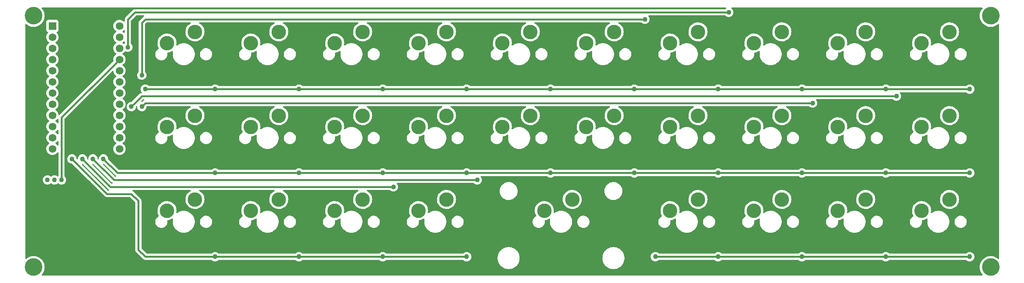
<source format=gbr>
%TF.GenerationSoftware,KiCad,Pcbnew,(6.0.6)*%
%TF.CreationDate,2022-07-19T20:18:06+07:00*%
%TF.ProjectId,pocket,706f636b-6574-42e6-9b69-6361645f7063,rev?*%
%TF.SameCoordinates,Original*%
%TF.FileFunction,Copper,L1,Top*%
%TF.FilePolarity,Positive*%
%FSLAX46Y46*%
G04 Gerber Fmt 4.6, Leading zero omitted, Abs format (unit mm)*
G04 Created by KiCad (PCBNEW (6.0.6)) date 2022-07-19 20:18:06*
%MOMM*%
%LPD*%
G01*
G04 APERTURE LIST*
%TA.AperFunction,ComponentPad*%
%ADD10C,3.300000*%
%TD*%
%TA.AperFunction,ComponentPad*%
%ADD11R,1.752600X1.752600*%
%TD*%
%TA.AperFunction,ComponentPad*%
%ADD12C,1.752600*%
%TD*%
%TA.AperFunction,ViaPad*%
%ADD13C,1.100000*%
%TD*%
%TA.AperFunction,ViaPad*%
%ADD14C,4.000000*%
%TD*%
%TA.AperFunction,Conductor*%
%ADD15C,0.400000*%
%TD*%
G04 APERTURE END LIST*
D10*
%TO.P,SW25,1,1*%
%TO.N,F5*%
X162877500Y-107791250D03*
%TO.P,SW25,2,2*%
%TO.N,Net-(D25-Pad2)*%
X169227500Y-105251250D03*
%TD*%
%TO.P,SW16,1,1*%
%TO.N,C6*%
X153352500Y-88741250D03*
%TO.P,SW16,2,2*%
%TO.N,Net-(SW16-Pad2)*%
X159702500Y-86201250D03*
%TD*%
%TO.P,SW29,1,1*%
%TO.N,B2*%
X77152500Y-107791250D03*
%TO.P,SW29,2,2*%
%TO.N,Net-(SW29-Pad2)*%
X83502500Y-105251250D03*
%TD*%
%TO.P,SW18,2,2*%
%TO.N,Net-(SW18-Pad2)*%
X121602500Y-86201250D03*
%TO.P,SW18,1,1*%
%TO.N,B5*%
X115252500Y-88741250D03*
%TD*%
%TO.P,SW13,1,1*%
%TO.N,F4*%
X210502500Y-88741250D03*
%TO.P,SW13,2,2*%
%TO.N,Net-(SW13-Pad2)*%
X216852500Y-86201250D03*
%TD*%
%TO.P,SW9,1,1*%
%TO.N,B4*%
X96202500Y-69691250D03*
%TO.P,SW9,2,2*%
%TO.N,Net-(SW9-Pad2)*%
X102552500Y-67151250D03*
%TD*%
%TO.P,SW3,1,1*%
%TO.N,F4*%
X210502500Y-69691250D03*
%TO.P,SW3,2,2*%
%TO.N,Net-(SW3-Pad2)*%
X216852500Y-67151250D03*
%TD*%
%TO.P,SW10,1,1*%
%TO.N,B2*%
X77152500Y-69691250D03*
%TO.P,SW10,2,2*%
%TO.N,Net-(D10-Pad2)*%
X83502500Y-67151250D03*
%TD*%
%TO.P,SW7,1,1*%
%TO.N,D7*%
X134302500Y-69691250D03*
%TO.P,SW7,2,2*%
%TO.N,Net-(D7-Pad2)*%
X140652500Y-67151250D03*
%TD*%
%TO.P,SW23,1,1*%
%TO.N,F4*%
X210502500Y-107791250D03*
%TO.P,SW23,2,2*%
%TO.N,Net-(SW23-Pad2)*%
X216852500Y-105251250D03*
%TD*%
%TO.P,SW26,1,1*%
%TO.N,D7*%
X134302500Y-107791250D03*
%TO.P,SW26,2,2*%
%TO.N,Net-(D26-Pad2)*%
X140652500Y-105251250D03*
%TD*%
D11*
%TO.P,U1,1,TX0/PD3*%
%TO.N,unconnected-(U1-Pad1)*%
X51117500Y-65804250D03*
D12*
%TO.P,U1,2,RX1/PD2*%
%TO.N,unconnected-(U1-Pad2)*%
X51117500Y-68344250D03*
%TO.P,U1,3,GND*%
%TO.N,unconnected-(U1-Pad3)*%
X51117500Y-70884250D03*
%TO.P,U1,4,GND*%
%TO.N,unconnected-(U1-Pad4)*%
X51117500Y-73424250D03*
%TO.P,U1,5,2/PD1*%
%TO.N,unconnected-(U1-Pad5)*%
X51117500Y-75964250D03*
%TO.P,U1,6,3/PD0*%
%TO.N,unconnected-(U1-Pad6)*%
X51117500Y-78504250D03*
%TO.P,U1,7,4/PD4*%
%TO.N,D4*%
X51117500Y-81044250D03*
%TO.P,U1,8,5/PC6*%
%TO.N,C6*%
X51117500Y-83584250D03*
%TO.P,U1,9,6/PD7*%
%TO.N,D7*%
X51117500Y-86124250D03*
%TO.P,U1,10,7/PE6*%
%TO.N,E6*%
X51117500Y-88664250D03*
%TO.P,U1,11,8/PB4*%
%TO.N,B4*%
X51117500Y-91204250D03*
%TO.P,U1,12,9/PB5*%
%TO.N,B5*%
X51117500Y-93744250D03*
%TO.P,U1,13,10/PB6*%
%TO.N,unconnected-(U1-Pad13)*%
X66357500Y-93744250D03*
%TO.P,U1,14,16/PB2*%
%TO.N,B2*%
X66357500Y-91204250D03*
%TO.P,U1,15,14/PB3*%
%TO.N,B3*%
X66357500Y-88664250D03*
%TO.P,U1,16,15/PB1*%
%TO.N,B1*%
X66357500Y-86124250D03*
%TO.P,U1,17,A0/PF7*%
%TO.N,F7*%
X66357500Y-83584250D03*
%TO.P,U1,18,A1/PF6*%
%TO.N,F6*%
X66357500Y-81044250D03*
%TO.P,U1,19,A2/PF5*%
%TO.N,F5*%
X66357500Y-78504250D03*
%TO.P,U1,20,A3/PF4*%
%TO.N,F4*%
X66357500Y-75964250D03*
%TO.P,U1,21,VCC*%
%TO.N,unconnected-(U1-Pad21)*%
X66357500Y-73424250D03*
%TO.P,U1,22,RST*%
%TO.N,unconnected-(U1-Pad22)*%
X66357500Y-70884250D03*
%TO.P,U1,23,GND*%
%TO.N,unconnected-(U1-Pad23)*%
X66357500Y-68344250D03*
%TO.P,U1,24,RAW*%
%TO.N,unconnected-(U1-Pad24)*%
X66357500Y-65804250D03*
%TD*%
D10*
%TO.P,SW24,1,1*%
%TO.N,F6*%
X191452500Y-107791250D03*
%TO.P,SW24,2,2*%
%TO.N,Net-(SW24-Pad2)*%
X197802500Y-105251250D03*
%TD*%
%TO.P,SW15,1,1*%
%TO.N,F5*%
X172402500Y-88741250D03*
%TO.P,SW15,2,2*%
%TO.N,Net-(SW15-Pad2)*%
X178752500Y-86201250D03*
%TD*%
%TO.P,SW17,1,1*%
%TO.N,D7*%
X134302500Y-88741250D03*
%TO.P,SW17,2,2*%
%TO.N,Net-(D17-Pad2)*%
X140652500Y-86201250D03*
%TD*%
%TO.P,SW19,1,1*%
%TO.N,B4*%
X96202500Y-88741250D03*
%TO.P,SW19,2,2*%
%TO.N,Net-(SW19-Pad2)*%
X102552500Y-86201250D03*
%TD*%
%TO.P,SW22,1,1*%
%TO.N,B3*%
X229552500Y-107791250D03*
%TO.P,SW22,2,2*%
%TO.N,Net-(SW22-Pad2)*%
X235902500Y-105251250D03*
%TD*%
%TO.P,SW12,1,1*%
%TO.N,B3*%
X229552500Y-88741250D03*
%TO.P,SW12,2,2*%
%TO.N,Net-(SW12-Pad2)*%
X235902500Y-86201250D03*
%TD*%
%TO.P,SW6,1,1*%
%TO.N,C6*%
X153352500Y-69691250D03*
%TO.P,SW6,2,2*%
%TO.N,Net-(SW6-Pad2)*%
X159702500Y-67151250D03*
%TD*%
%TO.P,SW21,1,1*%
%TO.N,B1*%
X248602500Y-107791250D03*
%TO.P,SW21,2,2*%
%TO.N,Net-(D21-Pad2)*%
X254952500Y-105251250D03*
%TD*%
%TO.P,SW8,1,1*%
%TO.N,B5*%
X115252500Y-69691250D03*
%TO.P,SW8,2,2*%
%TO.N,Net-(D8-Pad2)*%
X121602500Y-67151250D03*
%TD*%
%TO.P,SW4,1,1*%
%TO.N,F6*%
X191452500Y-69691250D03*
%TO.P,SW4,2,2*%
%TO.N,Net-(SW4-Pad2)*%
X197802500Y-67151250D03*
%TD*%
%TO.P,SW1,1,1*%
%TO.N,B1*%
X248602500Y-69691250D03*
%TO.P,SW1,2,2*%
%TO.N,Net-(SW1-Pad2)*%
X254952500Y-67151250D03*
%TD*%
%TO.P,SW14,1,1*%
%TO.N,F6*%
X191452500Y-88741250D03*
%TO.P,SW14,2,2*%
%TO.N,Net-(SW14-Pad2)*%
X197802500Y-86201250D03*
%TD*%
%TO.P,SW28,1,1*%
%TO.N,B4*%
X96202500Y-107791250D03*
%TO.P,SW28,2,2*%
%TO.N,Net-(SW28-Pad2)*%
X102552500Y-105251250D03*
%TD*%
%TO.P,SW5,1,1*%
%TO.N,F5*%
X172402500Y-69691250D03*
%TO.P,SW5,2,2*%
%TO.N,Net-(SW5-Pad2)*%
X178752500Y-67151250D03*
%TD*%
%TO.P,SW11,1,1*%
%TO.N,B1*%
X248602500Y-88741250D03*
%TO.P,SW11,2,2*%
%TO.N,Net-(SW11-Pad2)*%
X254952500Y-86201250D03*
%TD*%
%TO.P,SW2,1,1*%
%TO.N,B3*%
X229552500Y-69691250D03*
%TO.P,SW2,2,2*%
%TO.N,Net-(SW2-Pad2)*%
X235902500Y-67151250D03*
%TD*%
%TO.P,SW20,1,1*%
%TO.N,B2*%
X77152500Y-88741250D03*
%TO.P,SW20,2,2*%
%TO.N,Net-(SW20-Pad2)*%
X83502500Y-86201250D03*
%TD*%
%TO.P,SW27,1,1*%
%TO.N,B5*%
X115252500Y-107791250D03*
%TO.P,SW27,2,2*%
%TO.N,Net-(D27-Pad2)*%
X121602500Y-105251250D03*
%TD*%
D13*
%TO.N,unconnected-(U1-Pad4)*%
X50006250Y-100806250D03*
%TO.N,unconnected-(U1-Pad6)*%
X51593750Y-100806250D03*
%TO.N,unconnected-(U1-Pad21)*%
X53181250Y-100806250D03*
D14*
%TO.N,*%
X264318750Y-63500000D03*
X264318750Y-120650000D03*
X46831250Y-63500000D03*
X46831250Y-120650000D03*
D13*
%TO.N,E6*%
X55562500Y-96043750D03*
%TO.N,D7*%
X57943750Y-96043750D03*
%TO.N,C6*%
X60325000Y-96043750D03*
%TO.N,D4*%
X62706250Y-96043750D03*
%TO.N,B3*%
X71437500Y-84137500D03*
%TO.N,B1*%
X69056250Y-84137500D03*
%TO.N,F7*%
X72231250Y-80168750D03*
%TO.N,F6*%
X71437500Y-76993750D03*
%TO.N,F4*%
X68262500Y-70643750D03*
%TO.N,F6*%
X185737500Y-64293750D03*
%TO.N,F4*%
X204787500Y-62706250D03*
%TO.N,D7*%
X128587500Y-102393750D03*
%TO.N,C6*%
X147637500Y-100806250D03*
%TO.N,B3*%
X223837500Y-83343750D03*
%TO.N,B1*%
X242887500Y-81756250D03*
%TO.N,E6*%
X88106250Y-118268750D03*
X107156250Y-118268750D03*
X126206250Y-118268750D03*
X240506250Y-118268750D03*
X221456250Y-118268750D03*
X202406250Y-118268750D03*
X145256250Y-118268750D03*
X188118750Y-118268750D03*
X259556250Y-118268750D03*
%TO.N,D4*%
X240506250Y-99218750D03*
X221456250Y-99218750D03*
X202406250Y-99218750D03*
X183356250Y-99218750D03*
X164306250Y-99218750D03*
X145256250Y-99218750D03*
X126206250Y-99218750D03*
X107156250Y-99218750D03*
X88106250Y-99218750D03*
X259556250Y-99218750D03*
%TO.N,F7*%
X240506250Y-80168750D03*
X221456250Y-80168750D03*
X202406250Y-80168750D03*
X183356250Y-80168750D03*
X164306250Y-80168750D03*
X145256250Y-80168750D03*
X126206250Y-80168750D03*
X107156250Y-80168750D03*
X88106250Y-80168750D03*
X259556250Y-80168750D03*
%TD*%
D15*
%TO.N,unconnected-(U1-Pad21)*%
X53181250Y-86600500D02*
X53181250Y-100806250D01*
X66357500Y-73424250D02*
X53181250Y-86600500D01*
%TO.N,E6*%
X63500000Y-103981250D02*
X55562500Y-96043750D01*
X70643750Y-105568750D02*
X69056250Y-103981250D01*
X69056250Y-103981250D02*
X63500000Y-103981250D01*
X70643750Y-116681250D02*
X70643750Y-105568750D01*
X72231250Y-118268750D02*
X70643750Y-116681250D01*
X88106250Y-118268750D02*
X72231250Y-118268750D01*
%TO.N,D7*%
X64293750Y-102393750D02*
X57943750Y-96043750D01*
X72231250Y-102393750D02*
X64293750Y-102393750D01*
%TO.N,C6*%
X65087500Y-100806250D02*
X60325000Y-96043750D01*
X72231250Y-100806250D02*
X65087500Y-100806250D01*
%TO.N,D4*%
X65881250Y-99218750D02*
X62706250Y-96043750D01*
X72231250Y-99218750D02*
X65881250Y-99218750D01*
%TO.N,B3*%
X72231250Y-83343750D02*
X71437500Y-84137500D01*
%TO.N,B1*%
X69850000Y-83343750D02*
X69056250Y-84137500D01*
X71437500Y-81756250D02*
X69850000Y-83343750D01*
X72231250Y-81756250D02*
X71437500Y-81756250D01*
%TO.N,F6*%
X71437500Y-65087500D02*
X71437500Y-76993750D01*
X72231250Y-64293750D02*
X71437500Y-65087500D01*
%TO.N,F4*%
X69850000Y-62706250D02*
X68262500Y-64293750D01*
X68262500Y-64293750D02*
X68262500Y-70643750D01*
X72231250Y-62706250D02*
X69850000Y-62706250D01*
%TO.N,F6*%
X185737500Y-64293750D02*
X72231250Y-64293750D01*
%TO.N,F4*%
X204787500Y-62706250D02*
X72231250Y-62706250D01*
%TO.N,D4*%
X88106250Y-99218750D02*
X72231250Y-99218750D01*
%TO.N,D7*%
X128587500Y-102393750D02*
X72231250Y-102393750D01*
%TO.N,C6*%
X147637500Y-100806250D02*
X72231250Y-100806250D01*
%TO.N,B3*%
X74612500Y-83343750D02*
X72231250Y-83343750D01*
%TO.N,B1*%
X74612500Y-81756250D02*
X72231250Y-81756250D01*
%TO.N,F7*%
X74612500Y-80168750D02*
X72231250Y-80168750D01*
%TO.N,B3*%
X223837500Y-83343750D02*
X74612500Y-83343750D01*
%TO.N,F7*%
X88106250Y-80168750D02*
X74612500Y-80168750D01*
%TO.N,B1*%
X242887500Y-81756250D02*
X74612500Y-81756250D01*
%TO.N,E6*%
X107156250Y-118268750D02*
X88106250Y-118268750D01*
X126206250Y-118268750D02*
X107156250Y-118268750D01*
X240506250Y-118268750D02*
X221456250Y-118268750D01*
X221456250Y-118268750D02*
X202406250Y-118268750D01*
X202406250Y-118268750D02*
X188118750Y-118268750D01*
X145256250Y-118268750D02*
X126206250Y-118268750D01*
X259556250Y-118268750D02*
X240506250Y-118268750D01*
%TO.N,D4*%
X240506250Y-99218750D02*
X221456250Y-99218750D01*
X221456250Y-99218750D02*
X202406250Y-99218750D01*
X202406250Y-99218750D02*
X183356250Y-99218750D01*
X183356250Y-99218750D02*
X164306250Y-99218750D01*
X164306250Y-99218750D02*
X145256250Y-99218750D01*
X145256250Y-99218750D02*
X126206250Y-99218750D01*
X126206250Y-99218750D02*
X107156250Y-99218750D01*
X107156250Y-99218750D02*
X88106250Y-99218750D01*
X259556250Y-99218750D02*
X240506250Y-99218750D01*
%TO.N,F7*%
X240506250Y-80168750D02*
X221456250Y-80168750D01*
X221456250Y-80168750D02*
X202406250Y-80168750D01*
X202406250Y-80168750D02*
X183356250Y-80168750D01*
X183356250Y-80168750D02*
X164306250Y-80168750D01*
X164306250Y-80168750D02*
X145256250Y-80168750D01*
X145256250Y-80168750D02*
X126206250Y-80168750D01*
X126206250Y-80168750D02*
X107156250Y-80168750D01*
X107156250Y-80168750D02*
X88106250Y-80168750D01*
X259556250Y-80168750D02*
X240506250Y-80168750D01*
%TD*%
%TA.AperFunction,NonConductor*%
G36*
X67472238Y-66752480D02*
G01*
X67529000Y-66795126D01*
X67553694Y-66861690D01*
X67554000Y-66870459D01*
X67554000Y-67275772D01*
X67533998Y-67343893D01*
X67480342Y-67390386D01*
X67410068Y-67400490D01*
X67345488Y-67370996D01*
X67334806Y-67360571D01*
X67308649Y-67331824D01*
X67308640Y-67331815D01*
X67305168Y-67328000D01*
X67126463Y-67186868D01*
X67119835Y-67183209D01*
X67119151Y-67182519D01*
X67117631Y-67181509D01*
X67117839Y-67181195D01*
X67069863Y-67132783D01*
X67055085Y-67063341D01*
X67080196Y-66996934D01*
X67107554Y-66970319D01*
X67250189Y-66868579D01*
X67250191Y-66868577D01*
X67254393Y-66865580D01*
X67339060Y-66781208D01*
X67401432Y-66747292D01*
X67472238Y-66752480D01*
G37*
%TD.AperFunction*%
%TA.AperFunction,NonConductor*%
G36*
X67472238Y-69292480D02*
G01*
X67529000Y-69335126D01*
X67553694Y-69401690D01*
X67554000Y-69410459D01*
X67554000Y-69796759D01*
X67533998Y-69864880D01*
X67519040Y-69883245D01*
X67518323Y-69883821D01*
X67514365Y-69888538D01*
X67509962Y-69892850D01*
X67508742Y-69891604D01*
X67456535Y-69926337D01*
X67385547Y-69927462D01*
X67325932Y-69890819D01*
X67308647Y-69871823D01*
X67308643Y-69871819D01*
X67305168Y-69868000D01*
X67301114Y-69864798D01*
X67301113Y-69864797D01*
X67147742Y-69743673D01*
X67126463Y-69726868D01*
X67119835Y-69723209D01*
X67119151Y-69722519D01*
X67117631Y-69721509D01*
X67117839Y-69721195D01*
X67069863Y-69672783D01*
X67055085Y-69603341D01*
X67080196Y-69536934D01*
X67107554Y-69510319D01*
X67250189Y-69408579D01*
X67250191Y-69408577D01*
X67254393Y-69405580D01*
X67339060Y-69321208D01*
X67401432Y-69287292D01*
X67472238Y-69292480D01*
G37*
%TD.AperFunction*%
%TA.AperFunction,NonConductor*%
G36*
X52434090Y-86911897D02*
G01*
X52469324Y-86973533D01*
X52472750Y-87002714D01*
X52472750Y-87782819D01*
X52452748Y-87850940D01*
X52399092Y-87897433D01*
X52328818Y-87907537D01*
X52264238Y-87878043D01*
X52240958Y-87851259D01*
X52221231Y-87820765D01*
X52221229Y-87820762D01*
X52218423Y-87816425D01*
X52065168Y-87648000D01*
X51886463Y-87506868D01*
X51879835Y-87503209D01*
X51879151Y-87502519D01*
X51877631Y-87501509D01*
X51877839Y-87501195D01*
X51829863Y-87452783D01*
X51815085Y-87383341D01*
X51840196Y-87316934D01*
X51867554Y-87290319D01*
X52010189Y-87188579D01*
X52010191Y-87188577D01*
X52014393Y-87185580D01*
X52175693Y-87024842D01*
X52211188Y-86975446D01*
X52244427Y-86929188D01*
X52300422Y-86885540D01*
X52371125Y-86879094D01*
X52434090Y-86911897D01*
G37*
%TD.AperFunction*%
%TA.AperFunction,NonConductor*%
G36*
X52434090Y-89451897D02*
G01*
X52469324Y-89513533D01*
X52472750Y-89542714D01*
X52472750Y-90322819D01*
X52452748Y-90390940D01*
X52399092Y-90437433D01*
X52328818Y-90447537D01*
X52264238Y-90418043D01*
X52240958Y-90391259D01*
X52221231Y-90360765D01*
X52221229Y-90360762D01*
X52218423Y-90356425D01*
X52065168Y-90188000D01*
X51886463Y-90046868D01*
X51879835Y-90043209D01*
X51879151Y-90042519D01*
X51877631Y-90041509D01*
X51877839Y-90041195D01*
X51829863Y-89992783D01*
X51815085Y-89923341D01*
X51840196Y-89856934D01*
X51867554Y-89830319D01*
X52010189Y-89728579D01*
X52010191Y-89728577D01*
X52014393Y-89725580D01*
X52175693Y-89564842D01*
X52244427Y-89469188D01*
X52300422Y-89425540D01*
X52371125Y-89419094D01*
X52434090Y-89451897D01*
G37*
%TD.AperFunction*%
%TA.AperFunction,NonConductor*%
G36*
X52434090Y-91991897D02*
G01*
X52469324Y-92053533D01*
X52472750Y-92082714D01*
X52472750Y-92862819D01*
X52452748Y-92930940D01*
X52399092Y-92977433D01*
X52328818Y-92987537D01*
X52264238Y-92958043D01*
X52240958Y-92931259D01*
X52221231Y-92900765D01*
X52221229Y-92900762D01*
X52218423Y-92896425D01*
X52065168Y-92728000D01*
X51886463Y-92586868D01*
X51879835Y-92583209D01*
X51879151Y-92582519D01*
X51877631Y-92581509D01*
X51877839Y-92581195D01*
X51829863Y-92532783D01*
X51815085Y-92463341D01*
X51840196Y-92396934D01*
X51867554Y-92370319D01*
X52010189Y-92268579D01*
X52010191Y-92268577D01*
X52014393Y-92265580D01*
X52175693Y-92104842D01*
X52179640Y-92099350D01*
X52244427Y-92009188D01*
X52300422Y-91965540D01*
X52371125Y-91959094D01*
X52434090Y-91991897D01*
G37*
%TD.AperFunction*%
%TA.AperFunction,NonConductor*%
G36*
X71931183Y-82484752D02*
G01*
X71977676Y-82538408D01*
X71987780Y-82608682D01*
X71958286Y-82673262D01*
X71913967Y-82704175D01*
X71914430Y-82705060D01*
X71907702Y-82708577D01*
X71900594Y-82711263D01*
X71894331Y-82715567D01*
X71891965Y-82716804D01*
X71877153Y-82725049D01*
X71874899Y-82726382D01*
X71867945Y-82729435D01*
X71817248Y-82768337D01*
X71811918Y-82772209D01*
X71765530Y-82804089D01*
X71765525Y-82804094D01*
X71759269Y-82808393D01*
X71754218Y-82814063D01*
X71754216Y-82814064D01*
X71717815Y-82854920D01*
X71712834Y-82860196D01*
X71535423Y-83037607D01*
X71473111Y-83071633D01*
X71448081Y-83074236D01*
X71444925Y-83073904D01*
X71436105Y-83074707D01*
X71434726Y-83074435D01*
X71432630Y-83074420D01*
X71432633Y-83074021D01*
X71366453Y-83060963D01*
X71315288Y-83011743D01*
X71298854Y-82942675D01*
X71322371Y-82875686D01*
X71335589Y-82860131D01*
X71694065Y-82501655D01*
X71756377Y-82467629D01*
X71783160Y-82464750D01*
X71863062Y-82464750D01*
X71931183Y-82484752D01*
G37*
%TD.AperFunction*%
%TA.AperFunction,NonConductor*%
G36*
X62773358Y-97120320D02*
G01*
X62802669Y-97142139D01*
X65359800Y-99699270D01*
X65365654Y-99705535D01*
X65403689Y-99749135D01*
X65425341Y-99764352D01*
X65455969Y-99785878D01*
X65461264Y-99789811D01*
X65511532Y-99829226D01*
X65518448Y-99832349D01*
X65520734Y-99833733D01*
X65535415Y-99842107D01*
X65537775Y-99843372D01*
X65543989Y-99847740D01*
X65551068Y-99850500D01*
X65551070Y-99850501D01*
X65560960Y-99854357D01*
X65617162Y-99897737D01*
X65640989Y-99964616D01*
X65624876Y-100033760D01*
X65573939Y-100083216D01*
X65515191Y-100097750D01*
X65433160Y-100097750D01*
X65365039Y-100077748D01*
X65344065Y-100060845D01*
X62605045Y-97321825D01*
X62571019Y-97259513D01*
X62576084Y-97188698D01*
X62618631Y-97131862D01*
X62684469Y-97107102D01*
X62703903Y-97105606D01*
X62773358Y-97120320D01*
G37*
%TD.AperFunction*%
%TA.AperFunction,NonConductor*%
G36*
X60392108Y-97120320D02*
G01*
X60421419Y-97142139D01*
X64566057Y-101286778D01*
X64571911Y-101293043D01*
X64602943Y-101328615D01*
X64609939Y-101336635D01*
X64662229Y-101373386D01*
X64667471Y-101377278D01*
X64717782Y-101416726D01*
X64724701Y-101419850D01*
X64726993Y-101421238D01*
X64741665Y-101429607D01*
X64744025Y-101430872D01*
X64750239Y-101435240D01*
X64757318Y-101438000D01*
X64757320Y-101438001D01*
X64767210Y-101441857D01*
X64823412Y-101485237D01*
X64847239Y-101552116D01*
X64831126Y-101621260D01*
X64780189Y-101670716D01*
X64721441Y-101685250D01*
X64639410Y-101685250D01*
X64571289Y-101665248D01*
X64550315Y-101648345D01*
X60223795Y-97321825D01*
X60189769Y-97259513D01*
X60194834Y-97188698D01*
X60237381Y-97131862D01*
X60303219Y-97107102D01*
X60322653Y-97105606D01*
X60392108Y-97120320D01*
G37*
%TD.AperFunction*%
%TA.AperFunction,NonConductor*%
G36*
X58010858Y-97120320D02*
G01*
X58040169Y-97142139D01*
X60914587Y-100016558D01*
X63772307Y-102874278D01*
X63778161Y-102880543D01*
X63816189Y-102924135D01*
X63868479Y-102960886D01*
X63873721Y-102964778D01*
X63924032Y-103004226D01*
X63930951Y-103007350D01*
X63933243Y-103008738D01*
X63947915Y-103017107D01*
X63950275Y-103018372D01*
X63956489Y-103022740D01*
X63963568Y-103025500D01*
X63963570Y-103025501D01*
X63973460Y-103029357D01*
X64029662Y-103072737D01*
X64053489Y-103139616D01*
X64037376Y-103208760D01*
X63986439Y-103258216D01*
X63927691Y-103272750D01*
X63845660Y-103272750D01*
X63777539Y-103252748D01*
X63756565Y-103235845D01*
X57842545Y-97321825D01*
X57808519Y-97259513D01*
X57813584Y-97188698D01*
X57856131Y-97131862D01*
X57921969Y-97107102D01*
X57941403Y-97105606D01*
X58010858Y-97120320D01*
G37*
%TD.AperFunction*%
%TA.AperFunction,NonConductor*%
G36*
X204150492Y-61647252D02*
G01*
X204196985Y-61700908D01*
X204207089Y-61771182D01*
X204177595Y-61835762D01*
X204161326Y-61851445D01*
X204043323Y-61946321D01*
X204037936Y-61952741D01*
X204036970Y-61953384D01*
X204034959Y-61955353D01*
X204034585Y-61954971D01*
X203978826Y-61992068D01*
X203941414Y-61997750D01*
X69878912Y-61997750D01*
X69870342Y-61997458D01*
X69820224Y-61994041D01*
X69820220Y-61994041D01*
X69812648Y-61993525D01*
X69805171Y-61994830D01*
X69805170Y-61994830D01*
X69778692Y-61999451D01*
X69749697Y-62004512D01*
X69743179Y-62005473D01*
X69679758Y-62013148D01*
X69672657Y-62015831D01*
X69670048Y-62016472D01*
X69653738Y-62020935D01*
X69651202Y-62021700D01*
X69643716Y-62023007D01*
X69636759Y-62026061D01*
X69585205Y-62048692D01*
X69579101Y-62051183D01*
X69519344Y-62073763D01*
X69513081Y-62078067D01*
X69510715Y-62079304D01*
X69495903Y-62087549D01*
X69493649Y-62088882D01*
X69486695Y-62091935D01*
X69435998Y-62130837D01*
X69430668Y-62134709D01*
X69384280Y-62166589D01*
X69384275Y-62166594D01*
X69378019Y-62170893D01*
X69372968Y-62176563D01*
X69372966Y-62176564D01*
X69336565Y-62217420D01*
X69331584Y-62222696D01*
X67781980Y-63772300D01*
X67775715Y-63778154D01*
X67732115Y-63816189D01*
X67727748Y-63822403D01*
X67695372Y-63868469D01*
X67691439Y-63873764D01*
X67652024Y-63924032D01*
X67648901Y-63930948D01*
X67647517Y-63933234D01*
X67639143Y-63947915D01*
X67637878Y-63950275D01*
X67633510Y-63956489D01*
X67630750Y-63963568D01*
X67630749Y-63963570D01*
X67610298Y-64016025D01*
X67607747Y-64022094D01*
X67581455Y-64080323D01*
X67580071Y-64087790D01*
X67579270Y-64090345D01*
X67574641Y-64106598D01*
X67573978Y-64109178D01*
X67571218Y-64116259D01*
X67570227Y-64123790D01*
X67570226Y-64123792D01*
X67562879Y-64179602D01*
X67561848Y-64186109D01*
X67550204Y-64248936D01*
X67550641Y-64256516D01*
X67550641Y-64256517D01*
X67553791Y-64311142D01*
X67554000Y-64318396D01*
X67554000Y-64735772D01*
X67533998Y-64803893D01*
X67480342Y-64850386D01*
X67410068Y-64860490D01*
X67345488Y-64830996D01*
X67334806Y-64820571D01*
X67308649Y-64791824D01*
X67308640Y-64791815D01*
X67305168Y-64788000D01*
X67126463Y-64646868D01*
X66927107Y-64536817D01*
X66811098Y-64495736D01*
X66717329Y-64462530D01*
X66717325Y-64462529D01*
X66712454Y-64460804D01*
X66707361Y-64459897D01*
X66707358Y-64459896D01*
X66493357Y-64421777D01*
X66493351Y-64421776D01*
X66488268Y-64420871D01*
X66401198Y-64419807D01*
X66265739Y-64418152D01*
X66265737Y-64418152D01*
X66260570Y-64418089D01*
X66035476Y-64452533D01*
X65819029Y-64523279D01*
X65749818Y-64559308D01*
X65662147Y-64604947D01*
X65617044Y-64628426D01*
X65612911Y-64631529D01*
X65612908Y-64631531D01*
X65439079Y-64762045D01*
X65434944Y-64765150D01*
X65377282Y-64825490D01*
X65295072Y-64911518D01*
X65277620Y-64929780D01*
X65274706Y-64934052D01*
X65274705Y-64934053D01*
X65224165Y-65008142D01*
X65149297Y-65117895D01*
X65053421Y-65324442D01*
X65052039Y-65329424D01*
X65052039Y-65329425D01*
X65042162Y-65365039D01*
X64992567Y-65543875D01*
X64968369Y-65770300D01*
X64968666Y-65775452D01*
X64968666Y-65775456D01*
X64968680Y-65775702D01*
X64981477Y-65997637D01*
X64982612Y-66002674D01*
X64982613Y-66002680D01*
X64989735Y-66034283D01*
X65031539Y-66219781D01*
X65033483Y-66224567D01*
X65033484Y-66224572D01*
X65060865Y-66292003D01*
X65117211Y-66430765D01*
X65236192Y-66624924D01*
X65385286Y-66797043D01*
X65560489Y-66942499D01*
X65564940Y-66945100D01*
X65564950Y-66945107D01*
X65597766Y-66964283D01*
X65646489Y-67015922D01*
X65659559Y-67085705D01*
X65632826Y-67151477D01*
X65609853Y-67173825D01*
X65434944Y-67305150D01*
X65277620Y-67469780D01*
X65274706Y-67474052D01*
X65274705Y-67474053D01*
X65234812Y-67532534D01*
X65149297Y-67657895D01*
X65053421Y-67864442D01*
X64992567Y-68083875D01*
X64968369Y-68310300D01*
X64968666Y-68315452D01*
X64968666Y-68315456D01*
X64973483Y-68398990D01*
X64981477Y-68537637D01*
X64982612Y-68542674D01*
X64982613Y-68542680D01*
X65021573Y-68715560D01*
X65031539Y-68759781D01*
X65033483Y-68764567D01*
X65033484Y-68764572D01*
X65105871Y-68942839D01*
X65117211Y-68970765D01*
X65236192Y-69164924D01*
X65385286Y-69337043D01*
X65560489Y-69482499D01*
X65564940Y-69485100D01*
X65564950Y-69485107D01*
X65597766Y-69504283D01*
X65646489Y-69555922D01*
X65659559Y-69625705D01*
X65632826Y-69691477D01*
X65609853Y-69713825D01*
X65434944Y-69845150D01*
X65277620Y-70009780D01*
X65274706Y-70014052D01*
X65274705Y-70014053D01*
X65249930Y-70050372D01*
X65149297Y-70197895D01*
X65053421Y-70404442D01*
X64992567Y-70623875D01*
X64968369Y-70850300D01*
X64968666Y-70855452D01*
X64968666Y-70855456D01*
X64973320Y-70936164D01*
X64981477Y-71077637D01*
X64982612Y-71082674D01*
X64982613Y-71082680D01*
X65002916Y-71172770D01*
X65031539Y-71299781D01*
X65033483Y-71304567D01*
X65033484Y-71304572D01*
X65114596Y-71504326D01*
X65117211Y-71510765D01*
X65133901Y-71538000D01*
X65221321Y-71680656D01*
X65236192Y-71704924D01*
X65385286Y-71877043D01*
X65560489Y-72022499D01*
X65564940Y-72025100D01*
X65564950Y-72025107D01*
X65597766Y-72044283D01*
X65646489Y-72095922D01*
X65659559Y-72165705D01*
X65632826Y-72231477D01*
X65609853Y-72253825D01*
X65434944Y-72385150D01*
X65277620Y-72549780D01*
X65274706Y-72554052D01*
X65274705Y-72554053D01*
X65226292Y-72625024D01*
X65149297Y-72737895D01*
X65053421Y-72944442D01*
X64992567Y-73163875D01*
X64968369Y-73390300D01*
X64968666Y-73395452D01*
X64968666Y-73395456D01*
X64971321Y-73441505D01*
X64981477Y-73617637D01*
X64982614Y-73622683D01*
X64982615Y-73622689D01*
X64999444Y-73697362D01*
X64994908Y-73768214D01*
X64965622Y-73814158D01*
X52710704Y-86069076D01*
X52648392Y-86103102D01*
X52577577Y-86098037D01*
X52520741Y-86055490D01*
X52496033Y-85990305D01*
X52489587Y-85911900D01*
X52488387Y-85897301D01*
X52432913Y-85676447D01*
X52430854Y-85671711D01*
X52344172Y-85472356D01*
X52344170Y-85472353D01*
X52342112Y-85467619D01*
X52218423Y-85276425D01*
X52065168Y-85108000D01*
X51886463Y-84966868D01*
X51879835Y-84963209D01*
X51879151Y-84962519D01*
X51877631Y-84961509D01*
X51877839Y-84961195D01*
X51829863Y-84912783D01*
X51815085Y-84843341D01*
X51840196Y-84776934D01*
X51867554Y-84750319D01*
X52010189Y-84648579D01*
X52010191Y-84648577D01*
X52014393Y-84645580D01*
X52175693Y-84484842D01*
X52211188Y-84435446D01*
X52305555Y-84304119D01*
X52308573Y-84299919D01*
X52315272Y-84286366D01*
X52407173Y-84100418D01*
X52407174Y-84100416D01*
X52409467Y-84095776D01*
X52475664Y-83877896D01*
X52488325Y-83781727D01*
X52504950Y-83655451D01*
X52504951Y-83655444D01*
X52505387Y-83652129D01*
X52507046Y-83584250D01*
X52490003Y-83376952D01*
X52488811Y-83362452D01*
X52488810Y-83362446D01*
X52488387Y-83357301D01*
X52460090Y-83244645D01*
X52434172Y-83141458D01*
X52434171Y-83141454D01*
X52432913Y-83136447D01*
X52430658Y-83131261D01*
X52344172Y-82932356D01*
X52344170Y-82932353D01*
X52342112Y-82927619D01*
X52234061Y-82760597D01*
X52221231Y-82740765D01*
X52221229Y-82740762D01*
X52218423Y-82736425D01*
X52065168Y-82568000D01*
X51886463Y-82426868D01*
X51879835Y-82423209D01*
X51879151Y-82422519D01*
X51877631Y-82421509D01*
X51877839Y-82421195D01*
X51829863Y-82372783D01*
X51815085Y-82303341D01*
X51840196Y-82236934D01*
X51867554Y-82210319D01*
X52010189Y-82108579D01*
X52010191Y-82108577D01*
X52014393Y-82105580D01*
X52175693Y-81944842D01*
X52287352Y-81789452D01*
X52305555Y-81764119D01*
X52308573Y-81759919D01*
X52409467Y-81555776D01*
X52454681Y-81406961D01*
X52474162Y-81342840D01*
X52474162Y-81342839D01*
X52475664Y-81337896D01*
X52484586Y-81270126D01*
X52504950Y-81115451D01*
X52504951Y-81115444D01*
X52505387Y-81112129D01*
X52505469Y-81108777D01*
X52506964Y-81047615D01*
X52506964Y-81047610D01*
X52507046Y-81044250D01*
X52495860Y-80908198D01*
X52488811Y-80822452D01*
X52488810Y-80822446D01*
X52488387Y-80817301D01*
X52432913Y-80596447D01*
X52430854Y-80591711D01*
X52344172Y-80392356D01*
X52344170Y-80392353D01*
X52342112Y-80387619D01*
X52218423Y-80196425D01*
X52065168Y-80028000D01*
X51886463Y-79886868D01*
X51879835Y-79883209D01*
X51879151Y-79882519D01*
X51877631Y-79881509D01*
X51877839Y-79881195D01*
X51829863Y-79832783D01*
X51815085Y-79763341D01*
X51840196Y-79696934D01*
X51867554Y-79670319D01*
X52010189Y-79568579D01*
X52010191Y-79568577D01*
X52014393Y-79565580D01*
X52175693Y-79404842D01*
X52262501Y-79284036D01*
X52305555Y-79224119D01*
X52308573Y-79219919D01*
X52356272Y-79123409D01*
X52407173Y-79020418D01*
X52407174Y-79020416D01*
X52409467Y-79015776D01*
X52475664Y-78797896D01*
X52488200Y-78702680D01*
X52504950Y-78575451D01*
X52504951Y-78575444D01*
X52505387Y-78572129D01*
X52507046Y-78504250D01*
X52499679Y-78414643D01*
X52488811Y-78282452D01*
X52488810Y-78282446D01*
X52488387Y-78277301D01*
X52432913Y-78056447D01*
X52421699Y-78030656D01*
X52344172Y-77852356D01*
X52344170Y-77852353D01*
X52342112Y-77847619D01*
X52218423Y-77656425D01*
X52065168Y-77488000D01*
X51886463Y-77346868D01*
X51879835Y-77343209D01*
X51879151Y-77342519D01*
X51877631Y-77341509D01*
X51877839Y-77341195D01*
X51829863Y-77292783D01*
X51815085Y-77223341D01*
X51840196Y-77156934D01*
X51867554Y-77130319D01*
X52010189Y-77028579D01*
X52010191Y-77028577D01*
X52014393Y-77025580D01*
X52175693Y-76864842D01*
X52308573Y-76679919D01*
X52350868Y-76594343D01*
X52407173Y-76480418D01*
X52407174Y-76480416D01*
X52409467Y-76475776D01*
X52475664Y-76257896D01*
X52478444Y-76236779D01*
X52504950Y-76035451D01*
X52504951Y-76035444D01*
X52505387Y-76032129D01*
X52505469Y-76028777D01*
X52506964Y-75967615D01*
X52506964Y-75967610D01*
X52507046Y-75964250D01*
X52493673Y-75801597D01*
X52488811Y-75742452D01*
X52488810Y-75742446D01*
X52488387Y-75737301D01*
X52432913Y-75516447D01*
X52430854Y-75511711D01*
X52344172Y-75312356D01*
X52344170Y-75312353D01*
X52342112Y-75307619D01*
X52218423Y-75116425D01*
X52065168Y-74948000D01*
X51886463Y-74806868D01*
X51879835Y-74803209D01*
X51879151Y-74802519D01*
X51877631Y-74801509D01*
X51877839Y-74801195D01*
X51829863Y-74752783D01*
X51815085Y-74683341D01*
X51840196Y-74616934D01*
X51867554Y-74590319D01*
X52010189Y-74488579D01*
X52010191Y-74488577D01*
X52014393Y-74485580D01*
X52175693Y-74324842D01*
X52222476Y-74259737D01*
X52305555Y-74144119D01*
X52308573Y-74139919D01*
X52347305Y-74061552D01*
X52407173Y-73940418D01*
X52407174Y-73940416D01*
X52409467Y-73935776D01*
X52475664Y-73717896D01*
X52476339Y-73712770D01*
X52504950Y-73495451D01*
X52504951Y-73495444D01*
X52505387Y-73492129D01*
X52506498Y-73446674D01*
X52506964Y-73427615D01*
X52506964Y-73427610D01*
X52507046Y-73424250D01*
X52496432Y-73295154D01*
X52488811Y-73202452D01*
X52488810Y-73202446D01*
X52488387Y-73197301D01*
X52432913Y-72976447D01*
X52424968Y-72958174D01*
X52344172Y-72772356D01*
X52344170Y-72772353D01*
X52342112Y-72767619D01*
X52218423Y-72576425D01*
X52065168Y-72408000D01*
X51886463Y-72266868D01*
X51879835Y-72263209D01*
X51879151Y-72262519D01*
X51877631Y-72261509D01*
X51877839Y-72261195D01*
X51829863Y-72212783D01*
X51815085Y-72143341D01*
X51840196Y-72076934D01*
X51867554Y-72050319D01*
X52010189Y-71948579D01*
X52010191Y-71948577D01*
X52014393Y-71945580D01*
X52175693Y-71784842D01*
X52205849Y-71742876D01*
X52305555Y-71604119D01*
X52305556Y-71604118D01*
X52308573Y-71599919D01*
X52339176Y-71538000D01*
X52407173Y-71400418D01*
X52407174Y-71400416D01*
X52409467Y-71395776D01*
X52475664Y-71177896D01*
X52477992Y-71160211D01*
X52504950Y-70955451D01*
X52504951Y-70955444D01*
X52505387Y-70952129D01*
X52506134Y-70921583D01*
X52506964Y-70887615D01*
X52506964Y-70887610D01*
X52507046Y-70884250D01*
X52489425Y-70669923D01*
X52488811Y-70662452D01*
X52488810Y-70662446D01*
X52488387Y-70657301D01*
X52449351Y-70501890D01*
X52434172Y-70441458D01*
X52434171Y-70441454D01*
X52432913Y-70436447D01*
X52430658Y-70431261D01*
X52344172Y-70232356D01*
X52344170Y-70232353D01*
X52342112Y-70227619D01*
X52234061Y-70060597D01*
X52221231Y-70040765D01*
X52221229Y-70040762D01*
X52218423Y-70036425D01*
X52065168Y-69868000D01*
X51886463Y-69726868D01*
X51879835Y-69723209D01*
X51879151Y-69722519D01*
X51877631Y-69721509D01*
X51877839Y-69721195D01*
X51829863Y-69672783D01*
X51815085Y-69603341D01*
X51840196Y-69536934D01*
X51867554Y-69510319D01*
X52010189Y-69408579D01*
X52010191Y-69408577D01*
X52014393Y-69405580D01*
X52175693Y-69244842D01*
X52205849Y-69202876D01*
X52305555Y-69064119D01*
X52308573Y-69059919D01*
X52368817Y-68938026D01*
X52407173Y-68860418D01*
X52407174Y-68860416D01*
X52409467Y-68855776D01*
X52475664Y-68637896D01*
X52486583Y-68554962D01*
X52504950Y-68415451D01*
X52504951Y-68415444D01*
X52505387Y-68412129D01*
X52507046Y-68344250D01*
X52499195Y-68248753D01*
X52488811Y-68122452D01*
X52488810Y-68122446D01*
X52488387Y-68117301D01*
X52441442Y-67930401D01*
X52434172Y-67901458D01*
X52434171Y-67901454D01*
X52432913Y-67896447D01*
X52430854Y-67891711D01*
X52344172Y-67692356D01*
X52344170Y-67692353D01*
X52342112Y-67687619D01*
X52241436Y-67531997D01*
X52221231Y-67500765D01*
X52221229Y-67500762D01*
X52218423Y-67496425D01*
X52101346Y-67367759D01*
X52070295Y-67303913D01*
X52078690Y-67233414D01*
X52123866Y-67178646D01*
X52150309Y-67164978D01*
X52193546Y-67148769D01*
X52232095Y-67134318D01*
X52232096Y-67134317D01*
X52240505Y-67131165D01*
X52357061Y-67043811D01*
X52444415Y-66927255D01*
X52495545Y-66790866D01*
X52502300Y-66728684D01*
X52502300Y-64879816D01*
X52495545Y-64817634D01*
X52444415Y-64681245D01*
X52357061Y-64564689D01*
X52240505Y-64477335D01*
X52104116Y-64426205D01*
X52041934Y-64419450D01*
X50193066Y-64419450D01*
X50130884Y-64426205D01*
X49994495Y-64477335D01*
X49877939Y-64564689D01*
X49790585Y-64681245D01*
X49739455Y-64817634D01*
X49732700Y-64879816D01*
X49732700Y-66728684D01*
X49739455Y-66790866D01*
X49790585Y-66927255D01*
X49877939Y-67043811D01*
X49994495Y-67131165D01*
X50002903Y-67134317D01*
X50085726Y-67165366D01*
X50142490Y-67208008D01*
X50167190Y-67274569D01*
X50151983Y-67343918D01*
X50132590Y-67370399D01*
X50103835Y-67400490D01*
X50037620Y-67469780D01*
X50034706Y-67474052D01*
X50034705Y-67474053D01*
X49994812Y-67532534D01*
X49909297Y-67657895D01*
X49813421Y-67864442D01*
X49752567Y-68083875D01*
X49728369Y-68310300D01*
X49728666Y-68315452D01*
X49728666Y-68315456D01*
X49733483Y-68398990D01*
X49741477Y-68537637D01*
X49742612Y-68542674D01*
X49742613Y-68542680D01*
X49781573Y-68715560D01*
X49791539Y-68759781D01*
X49793483Y-68764567D01*
X49793484Y-68764572D01*
X49865871Y-68942839D01*
X49877211Y-68970765D01*
X49996192Y-69164924D01*
X50145286Y-69337043D01*
X50320489Y-69482499D01*
X50324940Y-69485100D01*
X50324950Y-69485107D01*
X50357766Y-69504283D01*
X50406489Y-69555922D01*
X50419559Y-69625705D01*
X50392826Y-69691477D01*
X50369853Y-69713825D01*
X50194944Y-69845150D01*
X50037620Y-70009780D01*
X50034706Y-70014052D01*
X50034705Y-70014053D01*
X50009930Y-70050372D01*
X49909297Y-70197895D01*
X49813421Y-70404442D01*
X49752567Y-70623875D01*
X49728369Y-70850300D01*
X49728666Y-70855452D01*
X49728666Y-70855456D01*
X49733320Y-70936164D01*
X49741477Y-71077637D01*
X49742612Y-71082674D01*
X49742613Y-71082680D01*
X49762916Y-71172770D01*
X49791539Y-71299781D01*
X49793483Y-71304567D01*
X49793484Y-71304572D01*
X49874596Y-71504326D01*
X49877211Y-71510765D01*
X49893901Y-71538000D01*
X49981321Y-71680656D01*
X49996192Y-71704924D01*
X50145286Y-71877043D01*
X50320489Y-72022499D01*
X50324940Y-72025100D01*
X50324950Y-72025107D01*
X50357766Y-72044283D01*
X50406489Y-72095922D01*
X50419559Y-72165705D01*
X50392826Y-72231477D01*
X50369853Y-72253825D01*
X50194944Y-72385150D01*
X50037620Y-72549780D01*
X50034706Y-72554052D01*
X50034705Y-72554053D01*
X49986292Y-72625024D01*
X49909297Y-72737895D01*
X49813421Y-72944442D01*
X49752567Y-73163875D01*
X49728369Y-73390300D01*
X49728666Y-73395452D01*
X49728666Y-73395456D01*
X49731321Y-73441505D01*
X49741477Y-73617637D01*
X49742612Y-73622674D01*
X49742613Y-73622680D01*
X49788499Y-73826290D01*
X49791539Y-73839781D01*
X49793483Y-73844567D01*
X49793484Y-73844572D01*
X49875267Y-74045978D01*
X49877211Y-74050765D01*
X49996192Y-74244924D01*
X50145286Y-74417043D01*
X50320489Y-74562499D01*
X50324940Y-74565100D01*
X50324950Y-74565107D01*
X50357766Y-74584283D01*
X50406489Y-74635922D01*
X50419559Y-74705705D01*
X50392826Y-74771477D01*
X50369853Y-74793825D01*
X50194944Y-74925150D01*
X50037620Y-75089780D01*
X50034706Y-75094052D01*
X50034705Y-75094053D01*
X49963428Y-75198542D01*
X49909297Y-75277895D01*
X49813421Y-75484442D01*
X49752567Y-75703875D01*
X49728369Y-75930300D01*
X49728666Y-75935452D01*
X49728666Y-75935456D01*
X49731598Y-75986301D01*
X49741477Y-76157637D01*
X49742612Y-76162674D01*
X49742613Y-76162680D01*
X49761004Y-76244286D01*
X49791539Y-76379781D01*
X49793483Y-76384567D01*
X49793484Y-76384572D01*
X49868514Y-76569348D01*
X49877211Y-76590765D01*
X49879910Y-76595169D01*
X49992398Y-76778732D01*
X49996192Y-76784924D01*
X50145286Y-76957043D01*
X50320489Y-77102499D01*
X50324940Y-77105100D01*
X50324950Y-77105107D01*
X50357766Y-77124283D01*
X50406489Y-77175922D01*
X50419559Y-77245705D01*
X50392826Y-77311477D01*
X50369853Y-77333825D01*
X50194944Y-77465150D01*
X50191372Y-77468888D01*
X50055072Y-77611518D01*
X50037620Y-77629780D01*
X50034706Y-77634052D01*
X50034705Y-77634053D01*
X49970773Y-77727774D01*
X49909297Y-77817895D01*
X49813421Y-78024442D01*
X49812039Y-78029424D01*
X49812039Y-78029425D01*
X49804545Y-78056447D01*
X49752567Y-78243875D01*
X49728369Y-78470300D01*
X49728666Y-78475452D01*
X49728666Y-78475456D01*
X49733483Y-78558990D01*
X49741477Y-78697637D01*
X49791539Y-78919781D01*
X49793483Y-78924567D01*
X49793484Y-78924572D01*
X49866811Y-79105154D01*
X49877211Y-79130765D01*
X49996192Y-79324924D01*
X50145286Y-79497043D01*
X50320489Y-79642499D01*
X50324940Y-79645100D01*
X50324950Y-79645107D01*
X50357766Y-79664283D01*
X50406489Y-79715922D01*
X50419559Y-79785705D01*
X50392826Y-79851477D01*
X50369853Y-79873825D01*
X50194944Y-80005150D01*
X50037620Y-80169780D01*
X50034706Y-80174052D01*
X50034705Y-80174053D01*
X50015674Y-80201952D01*
X49909297Y-80357895D01*
X49813421Y-80564442D01*
X49752567Y-80783875D01*
X49728369Y-81010300D01*
X49728666Y-81015452D01*
X49728666Y-81015456D01*
X49731865Y-81070935D01*
X49741477Y-81237637D01*
X49742612Y-81242674D01*
X49742613Y-81242680D01*
X49768341Y-81356843D01*
X49791539Y-81459781D01*
X49793483Y-81464567D01*
X49793484Y-81464572D01*
X49875267Y-81665978D01*
X49877211Y-81670765D01*
X49996192Y-81864924D01*
X50145286Y-82037043D01*
X50320489Y-82182499D01*
X50324940Y-82185100D01*
X50324950Y-82185107D01*
X50357766Y-82204283D01*
X50406489Y-82255922D01*
X50419559Y-82325705D01*
X50392826Y-82391477D01*
X50369853Y-82413825D01*
X50194944Y-82545150D01*
X50191372Y-82548888D01*
X50042131Y-82705060D01*
X50037620Y-82709780D01*
X50034706Y-82714052D01*
X50034705Y-82714053D01*
X49995034Y-82772209D01*
X49909297Y-82897895D01*
X49813421Y-83104442D01*
X49752567Y-83323875D01*
X49728369Y-83550300D01*
X49728666Y-83555452D01*
X49728666Y-83555456D01*
X49733483Y-83638990D01*
X49741477Y-83777637D01*
X49742612Y-83782674D01*
X49742613Y-83782680D01*
X49774119Y-83922482D01*
X49791539Y-83999781D01*
X49793483Y-84004567D01*
X49793484Y-84004572D01*
X49860317Y-84169160D01*
X49877211Y-84210765D01*
X49951879Y-84332612D01*
X49981321Y-84380656D01*
X49996192Y-84404924D01*
X50145286Y-84577043D01*
X50320489Y-84722499D01*
X50324940Y-84725100D01*
X50324950Y-84725107D01*
X50357766Y-84744283D01*
X50406489Y-84795922D01*
X50419559Y-84865705D01*
X50392826Y-84931477D01*
X50369853Y-84953825D01*
X50194944Y-85085150D01*
X50169459Y-85111819D01*
X50099109Y-85185436D01*
X50037620Y-85249780D01*
X50034706Y-85254052D01*
X50034705Y-85254053D01*
X49991452Y-85317460D01*
X49909297Y-85437895D01*
X49813421Y-85644442D01*
X49752567Y-85863875D01*
X49728369Y-86090300D01*
X49728666Y-86095452D01*
X49728666Y-86095456D01*
X49733214Y-86174323D01*
X49741477Y-86317637D01*
X49742612Y-86322674D01*
X49742613Y-86322680D01*
X49790401Y-86534732D01*
X49791539Y-86539781D01*
X49793483Y-86544567D01*
X49793484Y-86544572D01*
X49875267Y-86745978D01*
X49877211Y-86750765D01*
X49996192Y-86944924D01*
X50145286Y-87117043D01*
X50320489Y-87262499D01*
X50324940Y-87265100D01*
X50324950Y-87265107D01*
X50357766Y-87284283D01*
X50406489Y-87335922D01*
X50419559Y-87405705D01*
X50392826Y-87471477D01*
X50369853Y-87493825D01*
X50194944Y-87625150D01*
X50037620Y-87789780D01*
X50034706Y-87794052D01*
X50034705Y-87794053D01*
X49995900Y-87850940D01*
X49909297Y-87977895D01*
X49813421Y-88184442D01*
X49752567Y-88403875D01*
X49728369Y-88630300D01*
X49728666Y-88635452D01*
X49728666Y-88635456D01*
X49733214Y-88714323D01*
X49741477Y-88857637D01*
X49742612Y-88862674D01*
X49742613Y-88862680D01*
X49775391Y-89008127D01*
X49791539Y-89079781D01*
X49793483Y-89084567D01*
X49793484Y-89084572D01*
X49875267Y-89285978D01*
X49877211Y-89290765D01*
X49996192Y-89484924D01*
X50145286Y-89657043D01*
X50320489Y-89802499D01*
X50324940Y-89805100D01*
X50324950Y-89805107D01*
X50357766Y-89824283D01*
X50406489Y-89875922D01*
X50419559Y-89945705D01*
X50392826Y-90011477D01*
X50369853Y-90033825D01*
X50194944Y-90165150D01*
X50037620Y-90329780D01*
X50034706Y-90334052D01*
X50034705Y-90334053D01*
X50016186Y-90361201D01*
X49909297Y-90517895D01*
X49813421Y-90724442D01*
X49812039Y-90729424D01*
X49812039Y-90729425D01*
X49795199Y-90790149D01*
X49752567Y-90943875D01*
X49728369Y-91170300D01*
X49728666Y-91175452D01*
X49728666Y-91175456D01*
X49730690Y-91210560D01*
X49741477Y-91397637D01*
X49742612Y-91402674D01*
X49742613Y-91402680D01*
X49781249Y-91574121D01*
X49791539Y-91619781D01*
X49793483Y-91624567D01*
X49793484Y-91624572D01*
X49843256Y-91747144D01*
X49877211Y-91830765D01*
X49996192Y-92024924D01*
X50145286Y-92197043D01*
X50320489Y-92342499D01*
X50324940Y-92345100D01*
X50324950Y-92345107D01*
X50357766Y-92364283D01*
X50406489Y-92415922D01*
X50419559Y-92485705D01*
X50392826Y-92551477D01*
X50369853Y-92573825D01*
X50194944Y-92705150D01*
X50037620Y-92869780D01*
X50034706Y-92874052D01*
X50034705Y-92874053D01*
X49995900Y-92930940D01*
X49909297Y-93057895D01*
X49813421Y-93264442D01*
X49752567Y-93483875D01*
X49728369Y-93710300D01*
X49728666Y-93715452D01*
X49728666Y-93715456D01*
X49731758Y-93769076D01*
X49741477Y-93937637D01*
X49742612Y-93942674D01*
X49742613Y-93942680D01*
X49790401Y-94154732D01*
X49791539Y-94159781D01*
X49793483Y-94164567D01*
X49793484Y-94164572D01*
X49875267Y-94365978D01*
X49877211Y-94370765D01*
X49996192Y-94564924D01*
X50145286Y-94737043D01*
X50320489Y-94882499D01*
X50324941Y-94885101D01*
X50324946Y-94885104D01*
X50488561Y-94980713D01*
X50517097Y-94997388D01*
X50729829Y-95078622D01*
X50734895Y-95079653D01*
X50734896Y-95079653D01*
X50787130Y-95090280D01*
X50952972Y-95124021D01*
X51080788Y-95128708D01*
X51175370Y-95132177D01*
X51175375Y-95132177D01*
X51180534Y-95132366D01*
X51185654Y-95131710D01*
X51185656Y-95131710D01*
X51257844Y-95122462D01*
X51406403Y-95103431D01*
X51411352Y-95101946D01*
X51411358Y-95101945D01*
X51549730Y-95060431D01*
X51624513Y-95037995D01*
X51829007Y-94937814D01*
X51833211Y-94934816D01*
X51833215Y-94934813D01*
X51911183Y-94879199D01*
X52014393Y-94805580D01*
X52175693Y-94644842D01*
X52244427Y-94549188D01*
X52300422Y-94505540D01*
X52371125Y-94499094D01*
X52434090Y-94531897D01*
X52469324Y-94593533D01*
X52472750Y-94622714D01*
X52472750Y-99891840D01*
X52452748Y-99959961D01*
X52399092Y-100006454D01*
X52328818Y-100016558D01*
X52266435Y-99988925D01*
X52188520Y-99924467D01*
X52183103Y-99921538D01*
X52183100Y-99921536D01*
X52011340Y-99828666D01*
X52011335Y-99828664D01*
X52005920Y-99825736D01*
X51807621Y-99764352D01*
X51801496Y-99763708D01*
X51801495Y-99763708D01*
X51607304Y-99743298D01*
X51607302Y-99743298D01*
X51601175Y-99742654D01*
X51529962Y-99749135D01*
X51400586Y-99760909D01*
X51400583Y-99760910D01*
X51394447Y-99761468D01*
X51388541Y-99763206D01*
X51388537Y-99763207D01*
X51305080Y-99787770D01*
X51195310Y-99820077D01*
X51011350Y-99916249D01*
X51006550Y-99920109D01*
X51006549Y-99920109D01*
X50878309Y-100023216D01*
X50812686Y-100050312D01*
X50742832Y-100037628D01*
X50719041Y-100022103D01*
X50605768Y-99928395D01*
X50605769Y-99928395D01*
X50601020Y-99924467D01*
X50595603Y-99921538D01*
X50595600Y-99921536D01*
X50423840Y-99828666D01*
X50423835Y-99828664D01*
X50418420Y-99825736D01*
X50220121Y-99764352D01*
X50213996Y-99763708D01*
X50213995Y-99763708D01*
X50019804Y-99743298D01*
X50019802Y-99743298D01*
X50013675Y-99742654D01*
X49942462Y-99749135D01*
X49813086Y-99760909D01*
X49813083Y-99760910D01*
X49806947Y-99761468D01*
X49801041Y-99763206D01*
X49801037Y-99763207D01*
X49717580Y-99787770D01*
X49607810Y-99820077D01*
X49423850Y-99916249D01*
X49419050Y-99920109D01*
X49419049Y-99920109D01*
X49408743Y-99928395D01*
X49262073Y-100046321D01*
X49258115Y-100051038D01*
X49258113Y-100051040D01*
X49189437Y-100132885D01*
X49128641Y-100205339D01*
X49125677Y-100210731D01*
X49125674Y-100210735D01*
X49031604Y-100381848D01*
X49028637Y-100387245D01*
X48965871Y-100585111D01*
X48965185Y-100591228D01*
X48965184Y-100591232D01*
X48964239Y-100599658D01*
X48942732Y-100791400D01*
X48960102Y-100998254D01*
X49017319Y-101197795D01*
X49020137Y-101203277D01*
X49020138Y-101203281D01*
X49085733Y-101330914D01*
X49112205Y-101382423D01*
X49241144Y-101545104D01*
X49245831Y-101549093D01*
X49245834Y-101549096D01*
X49362452Y-101648345D01*
X49399226Y-101679642D01*
X49580430Y-101780914D01*
X49777853Y-101845060D01*
X49983975Y-101869639D01*
X49990110Y-101869167D01*
X49990112Y-101869167D01*
X50184805Y-101854186D01*
X50184810Y-101854185D01*
X50190946Y-101853713D01*
X50196876Y-101852057D01*
X50196878Y-101852057D01*
X50290914Y-101825802D01*
X50390882Y-101797890D01*
X50409430Y-101788521D01*
X50570666Y-101707075D01*
X50570668Y-101707074D01*
X50576167Y-101704296D01*
X50724348Y-101588525D01*
X50790341Y-101562347D01*
X50860012Y-101576004D01*
X50883579Y-101591858D01*
X50986726Y-101679642D01*
X51167930Y-101780914D01*
X51365353Y-101845060D01*
X51571475Y-101869639D01*
X51577610Y-101869167D01*
X51577612Y-101869167D01*
X51772305Y-101854186D01*
X51772310Y-101854185D01*
X51778446Y-101853713D01*
X51784376Y-101852057D01*
X51784378Y-101852057D01*
X51878414Y-101825802D01*
X51978382Y-101797890D01*
X51996930Y-101788521D01*
X52158166Y-101707075D01*
X52158168Y-101707074D01*
X52163667Y-101704296D01*
X52311848Y-101588525D01*
X52377841Y-101562347D01*
X52447512Y-101576004D01*
X52471079Y-101591858D01*
X52574226Y-101679642D01*
X52755430Y-101780914D01*
X52952853Y-101845060D01*
X53158975Y-101869639D01*
X53165110Y-101869167D01*
X53165112Y-101869167D01*
X53359805Y-101854186D01*
X53359810Y-101854185D01*
X53365946Y-101853713D01*
X53371876Y-101852057D01*
X53371878Y-101852057D01*
X53465914Y-101825802D01*
X53565882Y-101797890D01*
X53584430Y-101788521D01*
X53745666Y-101707075D01*
X53745668Y-101707074D01*
X53751167Y-101704296D01*
X53914745Y-101576495D01*
X54050383Y-101419356D01*
X54054538Y-101412043D01*
X54100625Y-101330914D01*
X54152917Y-101238864D01*
X54218440Y-101041894D01*
X54244457Y-100835948D01*
X54244872Y-100806250D01*
X54224615Y-100599658D01*
X54164618Y-100400935D01*
X54154469Y-100381848D01*
X54070059Y-100223097D01*
X54070058Y-100223095D01*
X54067163Y-100217651D01*
X53998030Y-100132885D01*
X53939860Y-100061561D01*
X53939857Y-100061558D01*
X53935965Y-100056786D01*
X53931217Y-100052858D01*
X53926876Y-100048487D01*
X53928826Y-100046551D01*
X53895708Y-99997552D01*
X53889750Y-99959263D01*
X53889750Y-96028900D01*
X54498982Y-96028900D01*
X54499498Y-96035044D01*
X54511926Y-96183041D01*
X54516352Y-96235754D01*
X54573569Y-96435295D01*
X54668455Y-96619923D01*
X54797394Y-96782604D01*
X54802081Y-96786593D01*
X54802084Y-96786596D01*
X54950784Y-96913149D01*
X54955476Y-96917142D01*
X55136680Y-97018414D01*
X55334103Y-97082560D01*
X55540225Y-97107139D01*
X55546361Y-97106667D01*
X55546370Y-97106667D01*
X55560155Y-97105606D01*
X55629610Y-97120321D01*
X55658919Y-97142139D01*
X59319524Y-100802745D01*
X62978557Y-104461778D01*
X62984411Y-104468043D01*
X63002738Y-104489051D01*
X63022439Y-104511635D01*
X63074729Y-104548386D01*
X63079971Y-104552278D01*
X63130282Y-104591726D01*
X63137201Y-104594850D01*
X63139493Y-104596238D01*
X63154165Y-104604607D01*
X63156525Y-104605872D01*
X63162739Y-104610240D01*
X63169818Y-104613000D01*
X63169820Y-104613001D01*
X63222275Y-104633452D01*
X63228344Y-104636003D01*
X63286573Y-104662295D01*
X63294046Y-104663680D01*
X63296612Y-104664484D01*
X63312835Y-104669105D01*
X63315427Y-104669770D01*
X63322509Y-104672532D01*
X63330044Y-104673524D01*
X63385861Y-104680872D01*
X63392377Y-104681904D01*
X63430770Y-104689020D01*
X63455186Y-104693545D01*
X63462766Y-104693108D01*
X63462767Y-104693108D01*
X63517380Y-104689959D01*
X63524633Y-104689750D01*
X68710590Y-104689750D01*
X68778711Y-104709752D01*
X68799685Y-104726655D01*
X69898345Y-105825315D01*
X69932371Y-105887627D01*
X69935250Y-105914410D01*
X69935250Y-116652338D01*
X69934958Y-116660908D01*
X69931025Y-116718602D01*
X69932330Y-116726079D01*
X69932330Y-116726080D01*
X69942011Y-116781549D01*
X69942973Y-116788071D01*
X69950648Y-116851492D01*
X69953331Y-116858593D01*
X69953972Y-116861202D01*
X69958435Y-116877512D01*
X69959200Y-116880048D01*
X69960507Y-116887534D01*
X69963561Y-116894491D01*
X69986192Y-116946045D01*
X69988685Y-116952154D01*
X70001142Y-116985120D01*
X70011263Y-117011906D01*
X70015567Y-117018169D01*
X70016804Y-117020535D01*
X70025049Y-117035347D01*
X70026382Y-117037601D01*
X70029435Y-117044555D01*
X70034057Y-117050578D01*
X70068329Y-117095241D01*
X70072209Y-117100582D01*
X70104089Y-117146970D01*
X70104094Y-117146975D01*
X70108393Y-117153231D01*
X70114063Y-117158282D01*
X70114064Y-117158284D01*
X70154920Y-117194685D01*
X70160196Y-117199666D01*
X71709800Y-118749270D01*
X71715654Y-118755535D01*
X71753689Y-118799135D01*
X71759903Y-118803502D01*
X71805969Y-118835878D01*
X71811264Y-118839811D01*
X71861532Y-118879226D01*
X71868448Y-118882349D01*
X71870734Y-118883733D01*
X71885415Y-118892107D01*
X71887775Y-118893372D01*
X71893989Y-118897740D01*
X71901068Y-118900500D01*
X71901070Y-118900501D01*
X71953525Y-118920952D01*
X71959594Y-118923503D01*
X72017823Y-118949795D01*
X72025290Y-118951179D01*
X72027845Y-118951980D01*
X72044098Y-118956609D01*
X72046678Y-118957272D01*
X72053759Y-118960032D01*
X72061290Y-118961023D01*
X72061292Y-118961024D01*
X72090911Y-118964923D01*
X72117111Y-118968372D01*
X72123609Y-118969402D01*
X72186436Y-118981046D01*
X72194016Y-118980609D01*
X72194017Y-118980609D01*
X72248642Y-118977459D01*
X72255896Y-118977250D01*
X87259184Y-118977250D01*
X87327305Y-118997252D01*
X87340638Y-119008198D01*
X87341144Y-119007604D01*
X87499226Y-119142142D01*
X87680430Y-119243414D01*
X87877853Y-119307560D01*
X88083975Y-119332139D01*
X88090110Y-119331667D01*
X88090112Y-119331667D01*
X88284805Y-119316686D01*
X88284810Y-119316685D01*
X88290946Y-119316213D01*
X88296876Y-119314557D01*
X88296878Y-119314557D01*
X88390914Y-119288302D01*
X88490882Y-119260390D01*
X88676167Y-119166796D01*
X88839745Y-119038995D01*
X88855350Y-119020917D01*
X88915001Y-118982421D01*
X88950729Y-118977250D01*
X106309184Y-118977250D01*
X106377305Y-118997252D01*
X106390638Y-119008198D01*
X106391144Y-119007604D01*
X106549226Y-119142142D01*
X106730430Y-119243414D01*
X106927853Y-119307560D01*
X107133975Y-119332139D01*
X107140110Y-119331667D01*
X107140112Y-119331667D01*
X107334805Y-119316686D01*
X107334810Y-119316685D01*
X107340946Y-119316213D01*
X107346876Y-119314557D01*
X107346878Y-119314557D01*
X107440914Y-119288302D01*
X107540882Y-119260390D01*
X107726167Y-119166796D01*
X107889745Y-119038995D01*
X107905350Y-119020917D01*
X107965001Y-118982421D01*
X108000729Y-118977250D01*
X125359184Y-118977250D01*
X125427305Y-118997252D01*
X125440638Y-119008198D01*
X125441144Y-119007604D01*
X125599226Y-119142142D01*
X125780430Y-119243414D01*
X125977853Y-119307560D01*
X126183975Y-119332139D01*
X126190110Y-119331667D01*
X126190112Y-119331667D01*
X126384805Y-119316686D01*
X126384810Y-119316685D01*
X126390946Y-119316213D01*
X126396876Y-119314557D01*
X126396878Y-119314557D01*
X126490914Y-119288302D01*
X126590882Y-119260390D01*
X126776167Y-119166796D01*
X126939745Y-119038995D01*
X126955350Y-119020917D01*
X127015001Y-118982421D01*
X127050729Y-118977250D01*
X144409184Y-118977250D01*
X144477305Y-118997252D01*
X144490638Y-119008198D01*
X144491144Y-119007604D01*
X144649226Y-119142142D01*
X144830430Y-119243414D01*
X145027853Y-119307560D01*
X145233975Y-119332139D01*
X145240110Y-119331667D01*
X145240112Y-119331667D01*
X145434805Y-119316686D01*
X145434810Y-119316685D01*
X145440946Y-119316213D01*
X145446876Y-119314557D01*
X145446878Y-119314557D01*
X145540914Y-119288302D01*
X145640882Y-119260390D01*
X145826167Y-119166796D01*
X145989745Y-119038995D01*
X146125383Y-118881856D01*
X146203874Y-118743688D01*
X152278850Y-118743688D01*
X152318314Y-119056080D01*
X152396620Y-119361063D01*
X152512534Y-119653827D01*
X152514436Y-119657286D01*
X152514437Y-119657289D01*
X152553590Y-119728507D01*
X152664226Y-119929754D01*
X152849305Y-120184494D01*
X153064852Y-120414028D01*
X153307468Y-120614737D01*
X153573326Y-120783456D01*
X153576905Y-120785140D01*
X153576912Y-120785144D01*
X153854644Y-120915834D01*
X153854648Y-120915836D01*
X153858234Y-120917523D01*
X154157698Y-121014825D01*
X154466996Y-121073827D01*
X154560550Y-121079713D01*
X154700608Y-121088525D01*
X154700624Y-121088526D01*
X154702603Y-121088650D01*
X154859897Y-121088650D01*
X154861876Y-121088526D01*
X154861892Y-121088525D01*
X155001950Y-121079713D01*
X155095504Y-121073827D01*
X155404802Y-121014825D01*
X155704266Y-120917523D01*
X155707852Y-120915836D01*
X155707856Y-120915834D01*
X155985588Y-120785144D01*
X155985595Y-120785140D01*
X155989174Y-120783456D01*
X156255032Y-120614737D01*
X156497648Y-120414028D01*
X156713195Y-120184494D01*
X156898274Y-119929754D01*
X157008911Y-119728507D01*
X157048063Y-119657289D01*
X157048064Y-119657286D01*
X157049966Y-119653827D01*
X157165880Y-119361063D01*
X157244186Y-119056080D01*
X157283650Y-118743688D01*
X176091350Y-118743688D01*
X176130814Y-119056080D01*
X176209120Y-119361063D01*
X176325034Y-119653827D01*
X176326936Y-119657286D01*
X176326937Y-119657289D01*
X176366090Y-119728507D01*
X176476726Y-119929754D01*
X176661805Y-120184494D01*
X176877352Y-120414028D01*
X177119968Y-120614737D01*
X177385826Y-120783456D01*
X177389405Y-120785140D01*
X177389412Y-120785144D01*
X177667144Y-120915834D01*
X177667148Y-120915836D01*
X177670734Y-120917523D01*
X177970198Y-121014825D01*
X178279496Y-121073827D01*
X178373050Y-121079713D01*
X178513108Y-121088525D01*
X178513124Y-121088526D01*
X178515103Y-121088650D01*
X178672397Y-121088650D01*
X178674376Y-121088526D01*
X178674392Y-121088525D01*
X178814450Y-121079713D01*
X178908004Y-121073827D01*
X179217302Y-121014825D01*
X179516766Y-120917523D01*
X179520352Y-120915836D01*
X179520356Y-120915834D01*
X179798088Y-120785144D01*
X179798095Y-120785140D01*
X179801674Y-120783456D01*
X180067532Y-120614737D01*
X180310148Y-120414028D01*
X180525695Y-120184494D01*
X180710774Y-119929754D01*
X180821411Y-119728507D01*
X180860563Y-119657289D01*
X180860564Y-119657286D01*
X180862466Y-119653827D01*
X180978380Y-119361063D01*
X181056686Y-119056080D01*
X181096150Y-118743688D01*
X181096150Y-118428812D01*
X181074054Y-118253900D01*
X187055232Y-118253900D01*
X187055748Y-118260044D01*
X187069920Y-118428812D01*
X187072602Y-118460754D01*
X187129819Y-118660295D01*
X187132637Y-118665777D01*
X187132638Y-118665781D01*
X187197974Y-118792911D01*
X187224705Y-118844923D01*
X187353644Y-119007604D01*
X187358331Y-119011593D01*
X187358334Y-119011596D01*
X187385054Y-119034336D01*
X187511726Y-119142142D01*
X187692930Y-119243414D01*
X187890353Y-119307560D01*
X188096475Y-119332139D01*
X188102610Y-119331667D01*
X188102612Y-119331667D01*
X188297305Y-119316686D01*
X188297310Y-119316685D01*
X188303446Y-119316213D01*
X188309376Y-119314557D01*
X188309378Y-119314557D01*
X188403414Y-119288302D01*
X188503382Y-119260390D01*
X188688667Y-119166796D01*
X188852245Y-119038995D01*
X188867850Y-119020917D01*
X188927501Y-118982421D01*
X188963229Y-118977250D01*
X201559184Y-118977250D01*
X201627305Y-118997252D01*
X201640638Y-119008198D01*
X201641144Y-119007604D01*
X201799226Y-119142142D01*
X201980430Y-119243414D01*
X202177853Y-119307560D01*
X202383975Y-119332139D01*
X202390110Y-119331667D01*
X202390112Y-119331667D01*
X202584805Y-119316686D01*
X202584810Y-119316685D01*
X202590946Y-119316213D01*
X202596876Y-119314557D01*
X202596878Y-119314557D01*
X202690914Y-119288302D01*
X202790882Y-119260390D01*
X202976167Y-119166796D01*
X203139745Y-119038995D01*
X203155350Y-119020917D01*
X203215001Y-118982421D01*
X203250729Y-118977250D01*
X220609184Y-118977250D01*
X220677305Y-118997252D01*
X220690638Y-119008198D01*
X220691144Y-119007604D01*
X220849226Y-119142142D01*
X221030430Y-119243414D01*
X221227853Y-119307560D01*
X221433975Y-119332139D01*
X221440110Y-119331667D01*
X221440112Y-119331667D01*
X221634805Y-119316686D01*
X221634810Y-119316685D01*
X221640946Y-119316213D01*
X221646876Y-119314557D01*
X221646878Y-119314557D01*
X221740914Y-119288302D01*
X221840882Y-119260390D01*
X222026167Y-119166796D01*
X222189745Y-119038995D01*
X222205350Y-119020917D01*
X222265001Y-118982421D01*
X222300729Y-118977250D01*
X239659184Y-118977250D01*
X239727305Y-118997252D01*
X239740638Y-119008198D01*
X239741144Y-119007604D01*
X239899226Y-119142142D01*
X240080430Y-119243414D01*
X240277853Y-119307560D01*
X240483975Y-119332139D01*
X240490110Y-119331667D01*
X240490112Y-119331667D01*
X240684805Y-119316686D01*
X240684810Y-119316685D01*
X240690946Y-119316213D01*
X240696876Y-119314557D01*
X240696878Y-119314557D01*
X240790914Y-119288302D01*
X240890882Y-119260390D01*
X241076167Y-119166796D01*
X241239745Y-119038995D01*
X241255350Y-119020917D01*
X241315001Y-118982421D01*
X241350729Y-118977250D01*
X258709184Y-118977250D01*
X258777305Y-118997252D01*
X258790638Y-119008198D01*
X258791144Y-119007604D01*
X258949226Y-119142142D01*
X259130430Y-119243414D01*
X259327853Y-119307560D01*
X259533975Y-119332139D01*
X259540110Y-119331667D01*
X259540112Y-119331667D01*
X259734805Y-119316686D01*
X259734810Y-119316685D01*
X259740946Y-119316213D01*
X259746876Y-119314557D01*
X259746878Y-119314557D01*
X259840914Y-119288302D01*
X259940882Y-119260390D01*
X260126167Y-119166796D01*
X260289745Y-119038995D01*
X260425383Y-118881856D01*
X260527917Y-118701364D01*
X260593440Y-118504394D01*
X260619457Y-118298448D01*
X260619872Y-118268750D01*
X260609911Y-118167166D01*
X260600216Y-118068284D01*
X260600215Y-118068281D01*
X260599615Y-118062158D01*
X260539618Y-117863435D01*
X260511970Y-117811437D01*
X260445059Y-117685597D01*
X260445058Y-117685595D01*
X260442163Y-117680151D01*
X260393333Y-117620279D01*
X260314860Y-117524061D01*
X260314857Y-117524058D01*
X260310965Y-117519286D01*
X260306215Y-117515356D01*
X260155768Y-117390895D01*
X260155769Y-117390895D01*
X260151020Y-117386967D01*
X260145603Y-117384038D01*
X260145600Y-117384036D01*
X259973840Y-117291166D01*
X259973835Y-117291164D01*
X259968420Y-117288236D01*
X259770121Y-117226852D01*
X259763996Y-117226208D01*
X259763995Y-117226208D01*
X259569804Y-117205798D01*
X259569802Y-117205798D01*
X259563675Y-117205154D01*
X259477765Y-117212973D01*
X259363086Y-117223409D01*
X259363083Y-117223410D01*
X259356947Y-117223968D01*
X259351041Y-117225706D01*
X259351037Y-117225707D01*
X259203182Y-117269223D01*
X259157810Y-117282577D01*
X258973850Y-117378749D01*
X258812073Y-117508821D01*
X258806711Y-117515211D01*
X258806686Y-117515241D01*
X258805720Y-117515884D01*
X258803709Y-117517853D01*
X258803335Y-117517471D01*
X258747576Y-117554568D01*
X258710164Y-117560250D01*
X241353245Y-117560250D01*
X241285124Y-117540248D01*
X241264375Y-117523468D01*
X241260965Y-117519286D01*
X241256216Y-117515357D01*
X241256215Y-117515356D01*
X241105768Y-117390895D01*
X241105769Y-117390895D01*
X241101020Y-117386967D01*
X241095603Y-117384038D01*
X241095600Y-117384036D01*
X240923840Y-117291166D01*
X240923835Y-117291164D01*
X240918420Y-117288236D01*
X240720121Y-117226852D01*
X240713996Y-117226208D01*
X240713995Y-117226208D01*
X240519804Y-117205798D01*
X240519802Y-117205798D01*
X240513675Y-117205154D01*
X240427765Y-117212973D01*
X240313086Y-117223409D01*
X240313083Y-117223410D01*
X240306947Y-117223968D01*
X240301041Y-117225706D01*
X240301037Y-117225707D01*
X240153182Y-117269223D01*
X240107810Y-117282577D01*
X239923850Y-117378749D01*
X239762073Y-117508821D01*
X239756711Y-117515211D01*
X239756686Y-117515241D01*
X239755720Y-117515884D01*
X239753709Y-117517853D01*
X239753335Y-117517471D01*
X239697576Y-117554568D01*
X239660164Y-117560250D01*
X222303245Y-117560250D01*
X222235124Y-117540248D01*
X222214375Y-117523468D01*
X222210965Y-117519286D01*
X222206216Y-117515357D01*
X222206215Y-117515356D01*
X222055768Y-117390895D01*
X222055769Y-117390895D01*
X222051020Y-117386967D01*
X222045603Y-117384038D01*
X222045600Y-117384036D01*
X221873840Y-117291166D01*
X221873835Y-117291164D01*
X221868420Y-117288236D01*
X221670121Y-117226852D01*
X221663996Y-117226208D01*
X221663995Y-117226208D01*
X221469804Y-117205798D01*
X221469802Y-117205798D01*
X221463675Y-117205154D01*
X221377765Y-117212973D01*
X221263086Y-117223409D01*
X221263083Y-117223410D01*
X221256947Y-117223968D01*
X221251041Y-117225706D01*
X221251037Y-117225707D01*
X221103182Y-117269223D01*
X221057810Y-117282577D01*
X220873850Y-117378749D01*
X220712073Y-117508821D01*
X220706711Y-117515211D01*
X220706686Y-117515241D01*
X220705720Y-117515884D01*
X220703709Y-117517853D01*
X220703335Y-117517471D01*
X220647576Y-117554568D01*
X220610164Y-117560250D01*
X203253245Y-117560250D01*
X203185124Y-117540248D01*
X203164375Y-117523468D01*
X203160965Y-117519286D01*
X203156216Y-117515357D01*
X203156215Y-117515356D01*
X203005768Y-117390895D01*
X203005769Y-117390895D01*
X203001020Y-117386967D01*
X202995603Y-117384038D01*
X202995600Y-117384036D01*
X202823840Y-117291166D01*
X202823835Y-117291164D01*
X202818420Y-117288236D01*
X202620121Y-117226852D01*
X202613996Y-117226208D01*
X202613995Y-117226208D01*
X202419804Y-117205798D01*
X202419802Y-117205798D01*
X202413675Y-117205154D01*
X202327765Y-117212973D01*
X202213086Y-117223409D01*
X202213083Y-117223410D01*
X202206947Y-117223968D01*
X202201041Y-117225706D01*
X202201037Y-117225707D01*
X202053182Y-117269223D01*
X202007810Y-117282577D01*
X201823850Y-117378749D01*
X201662073Y-117508821D01*
X201656711Y-117515211D01*
X201656686Y-117515241D01*
X201655720Y-117515884D01*
X201653709Y-117517853D01*
X201653335Y-117517471D01*
X201597576Y-117554568D01*
X201560164Y-117560250D01*
X188965745Y-117560250D01*
X188897624Y-117540248D01*
X188876875Y-117523468D01*
X188873465Y-117519286D01*
X188868716Y-117515357D01*
X188868715Y-117515356D01*
X188718268Y-117390895D01*
X188718269Y-117390895D01*
X188713520Y-117386967D01*
X188708103Y-117384038D01*
X188708100Y-117384036D01*
X188536340Y-117291166D01*
X188536335Y-117291164D01*
X188530920Y-117288236D01*
X188332621Y-117226852D01*
X188326496Y-117226208D01*
X188326495Y-117226208D01*
X188132304Y-117205798D01*
X188132302Y-117205798D01*
X188126175Y-117205154D01*
X188040265Y-117212973D01*
X187925586Y-117223409D01*
X187925583Y-117223410D01*
X187919447Y-117223968D01*
X187913541Y-117225706D01*
X187913537Y-117225707D01*
X187765682Y-117269223D01*
X187720310Y-117282577D01*
X187536350Y-117378749D01*
X187374573Y-117508821D01*
X187370615Y-117513538D01*
X187370613Y-117513540D01*
X187336187Y-117554568D01*
X187241141Y-117667839D01*
X187238177Y-117673231D01*
X187238174Y-117673235D01*
X187234372Y-117680151D01*
X187141137Y-117849745D01*
X187078371Y-118047611D01*
X187077685Y-118053728D01*
X187077684Y-118053732D01*
X187067784Y-118141997D01*
X187055232Y-118253900D01*
X181074054Y-118253900D01*
X181056686Y-118116420D01*
X180978380Y-117811437D01*
X180862466Y-117518673D01*
X180857050Y-117508821D01*
X180712683Y-117246218D01*
X180712681Y-117246215D01*
X180710774Y-117242746D01*
X180525695Y-116988006D01*
X180310148Y-116758472D01*
X180067532Y-116557763D01*
X179801674Y-116389044D01*
X179798095Y-116387360D01*
X179798088Y-116387356D01*
X179520356Y-116256666D01*
X179520352Y-116256664D01*
X179516766Y-116254977D01*
X179217302Y-116157675D01*
X178908004Y-116098673D01*
X178814450Y-116092787D01*
X178674392Y-116083975D01*
X178674376Y-116083974D01*
X178672397Y-116083850D01*
X178515103Y-116083850D01*
X178513124Y-116083974D01*
X178513108Y-116083975D01*
X178373050Y-116092787D01*
X178279496Y-116098673D01*
X177970198Y-116157675D01*
X177670734Y-116254977D01*
X177667148Y-116256664D01*
X177667144Y-116256666D01*
X177389412Y-116387356D01*
X177389405Y-116387360D01*
X177385826Y-116389044D01*
X177119968Y-116557763D01*
X176877352Y-116758472D01*
X176661805Y-116988006D01*
X176476726Y-117242746D01*
X176474819Y-117246215D01*
X176474817Y-117246218D01*
X176330450Y-117508821D01*
X176325034Y-117518673D01*
X176209120Y-117811437D01*
X176130814Y-118116420D01*
X176091350Y-118428812D01*
X176091350Y-118743688D01*
X157283650Y-118743688D01*
X157283650Y-118428812D01*
X157244186Y-118116420D01*
X157165880Y-117811437D01*
X157049966Y-117518673D01*
X157044550Y-117508821D01*
X156900183Y-117246218D01*
X156900181Y-117246215D01*
X156898274Y-117242746D01*
X156713195Y-116988006D01*
X156497648Y-116758472D01*
X156255032Y-116557763D01*
X155989174Y-116389044D01*
X155985595Y-116387360D01*
X155985588Y-116387356D01*
X155707856Y-116256666D01*
X155707852Y-116256664D01*
X155704266Y-116254977D01*
X155404802Y-116157675D01*
X155095504Y-116098673D01*
X155001950Y-116092787D01*
X154861892Y-116083975D01*
X154861876Y-116083974D01*
X154859897Y-116083850D01*
X154702603Y-116083850D01*
X154700624Y-116083974D01*
X154700608Y-116083975D01*
X154560550Y-116092787D01*
X154466996Y-116098673D01*
X154157698Y-116157675D01*
X153858234Y-116254977D01*
X153854648Y-116256664D01*
X153854644Y-116256666D01*
X153576912Y-116387356D01*
X153576905Y-116387360D01*
X153573326Y-116389044D01*
X153307468Y-116557763D01*
X153064852Y-116758472D01*
X152849305Y-116988006D01*
X152664226Y-117242746D01*
X152662319Y-117246215D01*
X152662317Y-117246218D01*
X152517950Y-117508821D01*
X152512534Y-117518673D01*
X152396620Y-117811437D01*
X152318314Y-118116420D01*
X152278850Y-118428812D01*
X152278850Y-118743688D01*
X146203874Y-118743688D01*
X146227917Y-118701364D01*
X146293440Y-118504394D01*
X146319457Y-118298448D01*
X146319872Y-118268750D01*
X146309911Y-118167166D01*
X146300216Y-118068284D01*
X146300215Y-118068281D01*
X146299615Y-118062158D01*
X146239618Y-117863435D01*
X146211970Y-117811437D01*
X146145059Y-117685597D01*
X146145058Y-117685595D01*
X146142163Y-117680151D01*
X146093333Y-117620279D01*
X146014860Y-117524061D01*
X146014857Y-117524058D01*
X146010965Y-117519286D01*
X146006215Y-117515356D01*
X145855768Y-117390895D01*
X145855769Y-117390895D01*
X145851020Y-117386967D01*
X145845603Y-117384038D01*
X145845600Y-117384036D01*
X145673840Y-117291166D01*
X145673835Y-117291164D01*
X145668420Y-117288236D01*
X145470121Y-117226852D01*
X145463996Y-117226208D01*
X145463995Y-117226208D01*
X145269804Y-117205798D01*
X145269802Y-117205798D01*
X145263675Y-117205154D01*
X145177765Y-117212973D01*
X145063086Y-117223409D01*
X145063083Y-117223410D01*
X145056947Y-117223968D01*
X145051041Y-117225706D01*
X145051037Y-117225707D01*
X144903182Y-117269223D01*
X144857810Y-117282577D01*
X144673850Y-117378749D01*
X144512073Y-117508821D01*
X144506711Y-117515211D01*
X144506686Y-117515241D01*
X144505720Y-117515884D01*
X144503709Y-117517853D01*
X144503335Y-117517471D01*
X144447576Y-117554568D01*
X144410164Y-117560250D01*
X127053245Y-117560250D01*
X126985124Y-117540248D01*
X126964375Y-117523468D01*
X126960965Y-117519286D01*
X126956216Y-117515357D01*
X126956215Y-117515356D01*
X126805768Y-117390895D01*
X126805769Y-117390895D01*
X126801020Y-117386967D01*
X126795603Y-117384038D01*
X126795600Y-117384036D01*
X126623840Y-117291166D01*
X126623835Y-117291164D01*
X126618420Y-117288236D01*
X126420121Y-117226852D01*
X126413996Y-117226208D01*
X126413995Y-117226208D01*
X126219804Y-117205798D01*
X126219802Y-117205798D01*
X126213675Y-117205154D01*
X126127765Y-117212973D01*
X126013086Y-117223409D01*
X126013083Y-117223410D01*
X126006947Y-117223968D01*
X126001041Y-117225706D01*
X126001037Y-117225707D01*
X125853182Y-117269223D01*
X125807810Y-117282577D01*
X125623850Y-117378749D01*
X125462073Y-117508821D01*
X125456711Y-117515211D01*
X125456686Y-117515241D01*
X125455720Y-117515884D01*
X125453709Y-117517853D01*
X125453335Y-117517471D01*
X125397576Y-117554568D01*
X125360164Y-117560250D01*
X108003245Y-117560250D01*
X107935124Y-117540248D01*
X107914375Y-117523468D01*
X107910965Y-117519286D01*
X107906216Y-117515357D01*
X107906215Y-117515356D01*
X107755768Y-117390895D01*
X107755769Y-117390895D01*
X107751020Y-117386967D01*
X107745603Y-117384038D01*
X107745600Y-117384036D01*
X107573840Y-117291166D01*
X107573835Y-117291164D01*
X107568420Y-117288236D01*
X107370121Y-117226852D01*
X107363996Y-117226208D01*
X107363995Y-117226208D01*
X107169804Y-117205798D01*
X107169802Y-117205798D01*
X107163675Y-117205154D01*
X107077765Y-117212973D01*
X106963086Y-117223409D01*
X106963083Y-117223410D01*
X106956947Y-117223968D01*
X106951041Y-117225706D01*
X106951037Y-117225707D01*
X106803182Y-117269223D01*
X106757810Y-117282577D01*
X106573850Y-117378749D01*
X106412073Y-117508821D01*
X106406711Y-117515211D01*
X106406686Y-117515241D01*
X106405720Y-117515884D01*
X106403709Y-117517853D01*
X106403335Y-117517471D01*
X106347576Y-117554568D01*
X106310164Y-117560250D01*
X88953245Y-117560250D01*
X88885124Y-117540248D01*
X88864375Y-117523468D01*
X88860965Y-117519286D01*
X88856216Y-117515357D01*
X88856215Y-117515356D01*
X88705768Y-117390895D01*
X88705769Y-117390895D01*
X88701020Y-117386967D01*
X88695603Y-117384038D01*
X88695600Y-117384036D01*
X88523840Y-117291166D01*
X88523835Y-117291164D01*
X88518420Y-117288236D01*
X88320121Y-117226852D01*
X88313996Y-117226208D01*
X88313995Y-117226208D01*
X88119804Y-117205798D01*
X88119802Y-117205798D01*
X88113675Y-117205154D01*
X88027765Y-117212973D01*
X87913086Y-117223409D01*
X87913083Y-117223410D01*
X87906947Y-117223968D01*
X87901041Y-117225706D01*
X87901037Y-117225707D01*
X87753182Y-117269223D01*
X87707810Y-117282577D01*
X87523850Y-117378749D01*
X87362073Y-117508821D01*
X87356711Y-117515211D01*
X87356686Y-117515241D01*
X87355720Y-117515884D01*
X87353709Y-117517853D01*
X87353335Y-117517471D01*
X87297576Y-117554568D01*
X87260164Y-117560250D01*
X72576910Y-117560250D01*
X72508789Y-117540248D01*
X72487815Y-117523345D01*
X71389155Y-116424685D01*
X71355129Y-116362373D01*
X71352250Y-116335590D01*
X71352250Y-110265843D01*
X74495539Y-110265843D01*
X74504348Y-110500466D01*
X74505443Y-110505684D01*
X74530294Y-110624121D01*
X74552562Y-110730251D01*
X74638802Y-110948627D01*
X74760604Y-111149350D01*
X74914485Y-111326682D01*
X74918617Y-111330070D01*
X75091916Y-111472167D01*
X75091922Y-111472171D01*
X75096044Y-111475551D01*
X75100680Y-111478190D01*
X75100683Y-111478192D01*
X75211908Y-111541505D01*
X75300090Y-111591701D01*
X75520789Y-111671811D01*
X75526038Y-111672760D01*
X75526041Y-111672761D01*
X75607115Y-111687421D01*
X75751830Y-111713590D01*
X75755969Y-111713785D01*
X75755976Y-111713786D01*
X75774940Y-111714680D01*
X75774949Y-111714680D01*
X75776429Y-111714750D01*
X75941450Y-111714750D01*
X76022799Y-111707847D01*
X76111137Y-111700352D01*
X76111141Y-111700351D01*
X76116448Y-111699901D01*
X76121603Y-111698563D01*
X76121609Y-111698562D01*
X76338535Y-111642259D01*
X76338534Y-111642259D01*
X76343706Y-111640917D01*
X76348572Y-111638725D01*
X76348575Y-111638724D01*
X76552917Y-111546674D01*
X76552920Y-111546673D01*
X76557778Y-111544484D01*
X76752541Y-111413362D01*
X76922427Y-111251299D01*
X77062578Y-111062929D01*
X77123219Y-110943658D01*
X77166569Y-110858394D01*
X77166569Y-110858393D01*
X77168987Y-110853638D01*
X77238611Y-110629410D01*
X77255702Y-110500466D01*
X77268761Y-110401940D01*
X77268761Y-110401937D01*
X77269461Y-110396657D01*
X77260652Y-110162034D01*
X77245976Y-110092089D01*
X77251563Y-110021314D01*
X77294528Y-109964794D01*
X77354154Y-109941129D01*
X77468603Y-109927279D01*
X77557908Y-109916472D01*
X77767753Y-109861420D01*
X77838439Y-109842876D01*
X77838440Y-109842876D01*
X77842582Y-109841789D01*
X78114488Y-109729162D01*
X78346785Y-109593418D01*
X78415692Y-109576319D01*
X78482905Y-109599188D01*
X78527083Y-109654764D01*
X78534202Y-109725403D01*
X78532397Y-109733541D01*
X78500552Y-109857570D01*
X78500551Y-109857578D01*
X78499564Y-109861420D01*
X78460100Y-110173812D01*
X78460100Y-110488688D01*
X78499564Y-110801080D01*
X78577870Y-111106063D01*
X78693784Y-111398827D01*
X78695686Y-111402286D01*
X78695687Y-111402289D01*
X78827612Y-111642259D01*
X78845476Y-111674754D01*
X79030555Y-111929494D01*
X79246102Y-112159028D01*
X79488718Y-112359737D01*
X79754576Y-112528456D01*
X79758155Y-112530140D01*
X79758162Y-112530144D01*
X80035894Y-112660834D01*
X80035898Y-112660836D01*
X80039484Y-112662523D01*
X80338948Y-112759825D01*
X80648246Y-112818827D01*
X80741800Y-112824713D01*
X80881858Y-112833525D01*
X80881874Y-112833526D01*
X80883853Y-112833650D01*
X81041147Y-112833650D01*
X81043126Y-112833526D01*
X81043142Y-112833525D01*
X81183200Y-112824713D01*
X81276754Y-112818827D01*
X81586052Y-112759825D01*
X81885516Y-112662523D01*
X81889102Y-112660836D01*
X81889106Y-112660834D01*
X82166838Y-112530144D01*
X82166845Y-112530140D01*
X82170424Y-112528456D01*
X82436282Y-112359737D01*
X82678898Y-112159028D01*
X82894445Y-111929494D01*
X83079524Y-111674754D01*
X83097389Y-111642259D01*
X83229313Y-111402289D01*
X83229314Y-111402286D01*
X83231216Y-111398827D01*
X83347130Y-111106063D01*
X83425436Y-110801080D01*
X83464900Y-110488688D01*
X83464900Y-110265843D01*
X84655539Y-110265843D01*
X84664348Y-110500466D01*
X84665443Y-110505684D01*
X84690294Y-110624121D01*
X84712562Y-110730251D01*
X84798802Y-110948627D01*
X84920604Y-111149350D01*
X85074485Y-111326682D01*
X85078617Y-111330070D01*
X85251916Y-111472167D01*
X85251922Y-111472171D01*
X85256044Y-111475551D01*
X85260680Y-111478190D01*
X85260683Y-111478192D01*
X85371908Y-111541505D01*
X85460090Y-111591701D01*
X85680789Y-111671811D01*
X85686038Y-111672760D01*
X85686041Y-111672761D01*
X85767115Y-111687421D01*
X85911830Y-111713590D01*
X85915969Y-111713785D01*
X85915976Y-111713786D01*
X85934940Y-111714680D01*
X85934949Y-111714680D01*
X85936429Y-111714750D01*
X86101450Y-111714750D01*
X86182799Y-111707847D01*
X86271137Y-111700352D01*
X86271141Y-111700351D01*
X86276448Y-111699901D01*
X86281603Y-111698563D01*
X86281609Y-111698562D01*
X86498535Y-111642259D01*
X86498534Y-111642259D01*
X86503706Y-111640917D01*
X86508572Y-111638725D01*
X86508575Y-111638724D01*
X86712917Y-111546674D01*
X86712920Y-111546673D01*
X86717778Y-111544484D01*
X86912541Y-111413362D01*
X87082427Y-111251299D01*
X87222578Y-111062929D01*
X87283219Y-110943658D01*
X87326569Y-110858394D01*
X87326569Y-110858393D01*
X87328987Y-110853638D01*
X87398611Y-110629410D01*
X87415702Y-110500466D01*
X87428761Y-110401940D01*
X87428761Y-110401937D01*
X87429461Y-110396657D01*
X87424550Y-110265843D01*
X93545539Y-110265843D01*
X93554348Y-110500466D01*
X93555443Y-110505684D01*
X93580294Y-110624121D01*
X93602562Y-110730251D01*
X93688802Y-110948627D01*
X93810604Y-111149350D01*
X93964485Y-111326682D01*
X93968617Y-111330070D01*
X94141916Y-111472167D01*
X94141922Y-111472171D01*
X94146044Y-111475551D01*
X94150680Y-111478190D01*
X94150683Y-111478192D01*
X94261908Y-111541505D01*
X94350090Y-111591701D01*
X94570789Y-111671811D01*
X94576038Y-111672760D01*
X94576041Y-111672761D01*
X94657115Y-111687421D01*
X94801830Y-111713590D01*
X94805969Y-111713785D01*
X94805976Y-111713786D01*
X94824940Y-111714680D01*
X94824949Y-111714680D01*
X94826429Y-111714750D01*
X94991450Y-111714750D01*
X95072799Y-111707847D01*
X95161137Y-111700352D01*
X95161141Y-111700351D01*
X95166448Y-111699901D01*
X95171603Y-111698563D01*
X95171609Y-111698562D01*
X95388535Y-111642259D01*
X95388534Y-111642259D01*
X95393706Y-111640917D01*
X95398572Y-111638725D01*
X95398575Y-111638724D01*
X95602917Y-111546674D01*
X95602920Y-111546673D01*
X95607778Y-111544484D01*
X95802541Y-111413362D01*
X95972427Y-111251299D01*
X96112578Y-111062929D01*
X96173219Y-110943658D01*
X96216569Y-110858394D01*
X96216569Y-110858393D01*
X96218987Y-110853638D01*
X96288611Y-110629410D01*
X96305702Y-110500466D01*
X96318761Y-110401940D01*
X96318761Y-110401937D01*
X96319461Y-110396657D01*
X96310652Y-110162034D01*
X96295976Y-110092089D01*
X96301563Y-110021314D01*
X96344528Y-109964794D01*
X96404154Y-109941129D01*
X96518603Y-109927279D01*
X96607908Y-109916472D01*
X96817753Y-109861420D01*
X96888439Y-109842876D01*
X96888440Y-109842876D01*
X96892582Y-109841789D01*
X97164488Y-109729162D01*
X97396785Y-109593418D01*
X97465692Y-109576319D01*
X97532905Y-109599188D01*
X97577083Y-109654764D01*
X97584202Y-109725403D01*
X97582397Y-109733541D01*
X97550552Y-109857570D01*
X97550551Y-109857578D01*
X97549564Y-109861420D01*
X97510100Y-110173812D01*
X97510100Y-110488688D01*
X97549564Y-110801080D01*
X97627870Y-111106063D01*
X97743784Y-111398827D01*
X97745686Y-111402286D01*
X97745687Y-111402289D01*
X97877612Y-111642259D01*
X97895476Y-111674754D01*
X98080555Y-111929494D01*
X98296102Y-112159028D01*
X98538718Y-112359737D01*
X98804576Y-112528456D01*
X98808155Y-112530140D01*
X98808162Y-112530144D01*
X99085894Y-112660834D01*
X99085898Y-112660836D01*
X99089484Y-112662523D01*
X99388948Y-112759825D01*
X99698246Y-112818827D01*
X99791800Y-112824713D01*
X99931858Y-112833525D01*
X99931874Y-112833526D01*
X99933853Y-112833650D01*
X100091147Y-112833650D01*
X100093126Y-112833526D01*
X100093142Y-112833525D01*
X100233200Y-112824713D01*
X100326754Y-112818827D01*
X100636052Y-112759825D01*
X100935516Y-112662523D01*
X100939102Y-112660836D01*
X100939106Y-112660834D01*
X101216838Y-112530144D01*
X101216845Y-112530140D01*
X101220424Y-112528456D01*
X101486282Y-112359737D01*
X101728898Y-112159028D01*
X101944445Y-111929494D01*
X102129524Y-111674754D01*
X102147389Y-111642259D01*
X102279313Y-111402289D01*
X102279314Y-111402286D01*
X102281216Y-111398827D01*
X102397130Y-111106063D01*
X102475436Y-110801080D01*
X102514900Y-110488688D01*
X102514900Y-110265843D01*
X103705539Y-110265843D01*
X103714348Y-110500466D01*
X103715443Y-110505684D01*
X103740294Y-110624121D01*
X103762562Y-110730251D01*
X103848802Y-110948627D01*
X103970604Y-111149350D01*
X104124485Y-111326682D01*
X104128617Y-111330070D01*
X104301916Y-111472167D01*
X104301922Y-111472171D01*
X104306044Y-111475551D01*
X104310680Y-111478190D01*
X104310683Y-111478192D01*
X104421908Y-111541505D01*
X104510090Y-111591701D01*
X104730789Y-111671811D01*
X104736038Y-111672760D01*
X104736041Y-111672761D01*
X104817115Y-111687421D01*
X104961830Y-111713590D01*
X104965969Y-111713785D01*
X104965976Y-111713786D01*
X104984940Y-111714680D01*
X104984949Y-111714680D01*
X104986429Y-111714750D01*
X105151450Y-111714750D01*
X105232799Y-111707847D01*
X105321137Y-111700352D01*
X105321141Y-111700351D01*
X105326448Y-111699901D01*
X105331603Y-111698563D01*
X105331609Y-111698562D01*
X105548535Y-111642259D01*
X105548534Y-111642259D01*
X105553706Y-111640917D01*
X105558572Y-111638725D01*
X105558575Y-111638724D01*
X105762917Y-111546674D01*
X105762920Y-111546673D01*
X105767778Y-111544484D01*
X105962541Y-111413362D01*
X106132427Y-111251299D01*
X106272578Y-111062929D01*
X106333219Y-110943658D01*
X106376569Y-110858394D01*
X106376569Y-110858393D01*
X106378987Y-110853638D01*
X106448611Y-110629410D01*
X106465702Y-110500466D01*
X106478761Y-110401940D01*
X106478761Y-110401937D01*
X106479461Y-110396657D01*
X106474550Y-110265843D01*
X112595539Y-110265843D01*
X112604348Y-110500466D01*
X112605443Y-110505684D01*
X112630294Y-110624121D01*
X112652562Y-110730251D01*
X112738802Y-110948627D01*
X112860604Y-111149350D01*
X113014485Y-111326682D01*
X113018617Y-111330070D01*
X113191916Y-111472167D01*
X113191922Y-111472171D01*
X113196044Y-111475551D01*
X113200680Y-111478190D01*
X113200683Y-111478192D01*
X113311908Y-111541505D01*
X113400090Y-111591701D01*
X113620789Y-111671811D01*
X113626038Y-111672760D01*
X113626041Y-111672761D01*
X113707115Y-111687421D01*
X113851830Y-111713590D01*
X113855969Y-111713785D01*
X113855976Y-111713786D01*
X113874940Y-111714680D01*
X113874949Y-111714680D01*
X113876429Y-111714750D01*
X114041450Y-111714750D01*
X114122799Y-111707847D01*
X114211137Y-111700352D01*
X114211141Y-111700351D01*
X114216448Y-111699901D01*
X114221603Y-111698563D01*
X114221609Y-111698562D01*
X114438535Y-111642259D01*
X114438534Y-111642259D01*
X114443706Y-111640917D01*
X114448572Y-111638725D01*
X114448575Y-111638724D01*
X114652917Y-111546674D01*
X114652920Y-111546673D01*
X114657778Y-111544484D01*
X114852541Y-111413362D01*
X115022427Y-111251299D01*
X115162578Y-111062929D01*
X115223219Y-110943658D01*
X115266569Y-110858394D01*
X115266569Y-110858393D01*
X115268987Y-110853638D01*
X115338611Y-110629410D01*
X115355702Y-110500466D01*
X115368761Y-110401940D01*
X115368761Y-110401937D01*
X115369461Y-110396657D01*
X115360652Y-110162034D01*
X115345976Y-110092089D01*
X115351563Y-110021314D01*
X115394528Y-109964794D01*
X115454154Y-109941129D01*
X115568603Y-109927279D01*
X115657908Y-109916472D01*
X115867753Y-109861420D01*
X115938439Y-109842876D01*
X115938440Y-109842876D01*
X115942582Y-109841789D01*
X116214488Y-109729162D01*
X116446785Y-109593418D01*
X116515692Y-109576319D01*
X116582905Y-109599188D01*
X116627083Y-109654764D01*
X116634202Y-109725403D01*
X116632397Y-109733541D01*
X116600552Y-109857570D01*
X116600551Y-109857578D01*
X116599564Y-109861420D01*
X116560100Y-110173812D01*
X116560100Y-110488688D01*
X116599564Y-110801080D01*
X116677870Y-111106063D01*
X116793784Y-111398827D01*
X116795686Y-111402286D01*
X116795687Y-111402289D01*
X116927612Y-111642259D01*
X116945476Y-111674754D01*
X117130555Y-111929494D01*
X117346102Y-112159028D01*
X117588718Y-112359737D01*
X117854576Y-112528456D01*
X117858155Y-112530140D01*
X117858162Y-112530144D01*
X118135894Y-112660834D01*
X118135898Y-112660836D01*
X118139484Y-112662523D01*
X118438948Y-112759825D01*
X118748246Y-112818827D01*
X118841800Y-112824713D01*
X118981858Y-112833525D01*
X118981874Y-112833526D01*
X118983853Y-112833650D01*
X119141147Y-112833650D01*
X119143126Y-112833526D01*
X119143142Y-112833525D01*
X119283200Y-112824713D01*
X119376754Y-112818827D01*
X119686052Y-112759825D01*
X119985516Y-112662523D01*
X119989102Y-112660836D01*
X119989106Y-112660834D01*
X120266838Y-112530144D01*
X120266845Y-112530140D01*
X120270424Y-112528456D01*
X120536282Y-112359737D01*
X120778898Y-112159028D01*
X120994445Y-111929494D01*
X121179524Y-111674754D01*
X121197389Y-111642259D01*
X121329313Y-111402289D01*
X121329314Y-111402286D01*
X121331216Y-111398827D01*
X121447130Y-111106063D01*
X121525436Y-110801080D01*
X121564900Y-110488688D01*
X121564900Y-110265843D01*
X122755539Y-110265843D01*
X122764348Y-110500466D01*
X122765443Y-110505684D01*
X122790294Y-110624121D01*
X122812562Y-110730251D01*
X122898802Y-110948627D01*
X123020604Y-111149350D01*
X123174485Y-111326682D01*
X123178617Y-111330070D01*
X123351916Y-111472167D01*
X123351922Y-111472171D01*
X123356044Y-111475551D01*
X123360680Y-111478190D01*
X123360683Y-111478192D01*
X123471908Y-111541505D01*
X123560090Y-111591701D01*
X123780789Y-111671811D01*
X123786038Y-111672760D01*
X123786041Y-111672761D01*
X123867115Y-111687421D01*
X124011830Y-111713590D01*
X124015969Y-111713785D01*
X124015976Y-111713786D01*
X124034940Y-111714680D01*
X124034949Y-111714680D01*
X124036429Y-111714750D01*
X124201450Y-111714750D01*
X124282799Y-111707847D01*
X124371137Y-111700352D01*
X124371141Y-111700351D01*
X124376448Y-111699901D01*
X124381603Y-111698563D01*
X124381609Y-111698562D01*
X124598535Y-111642259D01*
X124598534Y-111642259D01*
X124603706Y-111640917D01*
X124608572Y-111638725D01*
X124608575Y-111638724D01*
X124812917Y-111546674D01*
X124812920Y-111546673D01*
X124817778Y-111544484D01*
X125012541Y-111413362D01*
X125182427Y-111251299D01*
X125322578Y-111062929D01*
X125383219Y-110943658D01*
X125426569Y-110858394D01*
X125426569Y-110858393D01*
X125428987Y-110853638D01*
X125498611Y-110629410D01*
X125515702Y-110500466D01*
X125528761Y-110401940D01*
X125528761Y-110401937D01*
X125529461Y-110396657D01*
X125524550Y-110265843D01*
X131645539Y-110265843D01*
X131654348Y-110500466D01*
X131655443Y-110505684D01*
X131680294Y-110624121D01*
X131702562Y-110730251D01*
X131788802Y-110948627D01*
X131910604Y-111149350D01*
X132064485Y-111326682D01*
X132068617Y-111330070D01*
X132241916Y-111472167D01*
X132241922Y-111472171D01*
X132246044Y-111475551D01*
X132250680Y-111478190D01*
X132250683Y-111478192D01*
X132361908Y-111541505D01*
X132450090Y-111591701D01*
X132670789Y-111671811D01*
X132676038Y-111672760D01*
X132676041Y-111672761D01*
X132757115Y-111687421D01*
X132901830Y-111713590D01*
X132905969Y-111713785D01*
X132905976Y-111713786D01*
X132924940Y-111714680D01*
X132924949Y-111714680D01*
X132926429Y-111714750D01*
X133091450Y-111714750D01*
X133172799Y-111707847D01*
X133261137Y-111700352D01*
X133261141Y-111700351D01*
X133266448Y-111699901D01*
X133271603Y-111698563D01*
X133271609Y-111698562D01*
X133488535Y-111642259D01*
X133488534Y-111642259D01*
X133493706Y-111640917D01*
X133498572Y-111638725D01*
X133498575Y-111638724D01*
X133702917Y-111546674D01*
X133702920Y-111546673D01*
X133707778Y-111544484D01*
X133902541Y-111413362D01*
X134072427Y-111251299D01*
X134212578Y-111062929D01*
X134273219Y-110943658D01*
X134316569Y-110858394D01*
X134316569Y-110858393D01*
X134318987Y-110853638D01*
X134388611Y-110629410D01*
X134405702Y-110500466D01*
X134418761Y-110401940D01*
X134418761Y-110401937D01*
X134419461Y-110396657D01*
X134410652Y-110162034D01*
X134395976Y-110092089D01*
X134401563Y-110021314D01*
X134444528Y-109964794D01*
X134504154Y-109941129D01*
X134618603Y-109927279D01*
X134707908Y-109916472D01*
X134917753Y-109861420D01*
X134988439Y-109842876D01*
X134988440Y-109842876D01*
X134992582Y-109841789D01*
X135264488Y-109729162D01*
X135496785Y-109593418D01*
X135565692Y-109576319D01*
X135632905Y-109599188D01*
X135677083Y-109654764D01*
X135684202Y-109725403D01*
X135682397Y-109733541D01*
X135650552Y-109857570D01*
X135650551Y-109857578D01*
X135649564Y-109861420D01*
X135610100Y-110173812D01*
X135610100Y-110488688D01*
X135649564Y-110801080D01*
X135727870Y-111106063D01*
X135843784Y-111398827D01*
X135845686Y-111402286D01*
X135845687Y-111402289D01*
X135977612Y-111642259D01*
X135995476Y-111674754D01*
X136180555Y-111929494D01*
X136396102Y-112159028D01*
X136638718Y-112359737D01*
X136904576Y-112528456D01*
X136908155Y-112530140D01*
X136908162Y-112530144D01*
X137185894Y-112660834D01*
X137185898Y-112660836D01*
X137189484Y-112662523D01*
X137488948Y-112759825D01*
X137798246Y-112818827D01*
X137891800Y-112824713D01*
X138031858Y-112833525D01*
X138031874Y-112833526D01*
X138033853Y-112833650D01*
X138191147Y-112833650D01*
X138193126Y-112833526D01*
X138193142Y-112833525D01*
X138333200Y-112824713D01*
X138426754Y-112818827D01*
X138736052Y-112759825D01*
X139035516Y-112662523D01*
X139039102Y-112660836D01*
X139039106Y-112660834D01*
X139316838Y-112530144D01*
X139316845Y-112530140D01*
X139320424Y-112528456D01*
X139586282Y-112359737D01*
X139828898Y-112159028D01*
X140044445Y-111929494D01*
X140229524Y-111674754D01*
X140247389Y-111642259D01*
X140379313Y-111402289D01*
X140379314Y-111402286D01*
X140381216Y-111398827D01*
X140497130Y-111106063D01*
X140575436Y-110801080D01*
X140614900Y-110488688D01*
X140614900Y-110265843D01*
X141805539Y-110265843D01*
X141814348Y-110500466D01*
X141815443Y-110505684D01*
X141840294Y-110624121D01*
X141862562Y-110730251D01*
X141948802Y-110948627D01*
X142070604Y-111149350D01*
X142224485Y-111326682D01*
X142228617Y-111330070D01*
X142401916Y-111472167D01*
X142401922Y-111472171D01*
X142406044Y-111475551D01*
X142410680Y-111478190D01*
X142410683Y-111478192D01*
X142521908Y-111541505D01*
X142610090Y-111591701D01*
X142830789Y-111671811D01*
X142836038Y-111672760D01*
X142836041Y-111672761D01*
X142917115Y-111687421D01*
X143061830Y-111713590D01*
X143065969Y-111713785D01*
X143065976Y-111713786D01*
X143084940Y-111714680D01*
X143084949Y-111714680D01*
X143086429Y-111714750D01*
X143251450Y-111714750D01*
X143332799Y-111707847D01*
X143421137Y-111700352D01*
X143421141Y-111700351D01*
X143426448Y-111699901D01*
X143431603Y-111698563D01*
X143431609Y-111698562D01*
X143648535Y-111642259D01*
X143648534Y-111642259D01*
X143653706Y-111640917D01*
X143658572Y-111638725D01*
X143658575Y-111638724D01*
X143862917Y-111546674D01*
X143862920Y-111546673D01*
X143867778Y-111544484D01*
X144062541Y-111413362D01*
X144232427Y-111251299D01*
X144372578Y-111062929D01*
X144433219Y-110943658D01*
X144476569Y-110858394D01*
X144476569Y-110858393D01*
X144478987Y-110853638D01*
X144548611Y-110629410D01*
X144565702Y-110500466D01*
X144578761Y-110401940D01*
X144578761Y-110401937D01*
X144579461Y-110396657D01*
X144574550Y-110265843D01*
X160220539Y-110265843D01*
X160229348Y-110500466D01*
X160230443Y-110505684D01*
X160255294Y-110624121D01*
X160277562Y-110730251D01*
X160363802Y-110948627D01*
X160485604Y-111149350D01*
X160639485Y-111326682D01*
X160643617Y-111330070D01*
X160816916Y-111472167D01*
X160816922Y-111472171D01*
X160821044Y-111475551D01*
X160825680Y-111478190D01*
X160825683Y-111478192D01*
X160936908Y-111541505D01*
X161025090Y-111591701D01*
X161245789Y-111671811D01*
X161251038Y-111672760D01*
X161251041Y-111672761D01*
X161332115Y-111687421D01*
X161476830Y-111713590D01*
X161480969Y-111713785D01*
X161480976Y-111713786D01*
X161499940Y-111714680D01*
X161499949Y-111714680D01*
X161501429Y-111714750D01*
X161666450Y-111714750D01*
X161747799Y-111707847D01*
X161836137Y-111700352D01*
X161836141Y-111700351D01*
X161841448Y-111699901D01*
X161846603Y-111698563D01*
X161846609Y-111698562D01*
X162063535Y-111642259D01*
X162063534Y-111642259D01*
X162068706Y-111640917D01*
X162073572Y-111638725D01*
X162073575Y-111638724D01*
X162277917Y-111546674D01*
X162277920Y-111546673D01*
X162282778Y-111544484D01*
X162477541Y-111413362D01*
X162647427Y-111251299D01*
X162787578Y-111062929D01*
X162848219Y-110943658D01*
X162891569Y-110858394D01*
X162891569Y-110858393D01*
X162893987Y-110853638D01*
X162963611Y-110629410D01*
X162980702Y-110500466D01*
X162993761Y-110401940D01*
X162993761Y-110401937D01*
X162994461Y-110396657D01*
X162985652Y-110162034D01*
X162970976Y-110092089D01*
X162976563Y-110021314D01*
X163019528Y-109964794D01*
X163079154Y-109941129D01*
X163193603Y-109927279D01*
X163282908Y-109916472D01*
X163492753Y-109861420D01*
X163563439Y-109842876D01*
X163563440Y-109842876D01*
X163567582Y-109841789D01*
X163839488Y-109729162D01*
X164071785Y-109593418D01*
X164140692Y-109576319D01*
X164207905Y-109599188D01*
X164252083Y-109654764D01*
X164259202Y-109725403D01*
X164257397Y-109733541D01*
X164225552Y-109857570D01*
X164225551Y-109857578D01*
X164224564Y-109861420D01*
X164185100Y-110173812D01*
X164185100Y-110488688D01*
X164224564Y-110801080D01*
X164302870Y-111106063D01*
X164418784Y-111398827D01*
X164420686Y-111402286D01*
X164420687Y-111402289D01*
X164552612Y-111642259D01*
X164570476Y-111674754D01*
X164755555Y-111929494D01*
X164971102Y-112159028D01*
X165213718Y-112359737D01*
X165479576Y-112528456D01*
X165483155Y-112530140D01*
X165483162Y-112530144D01*
X165760894Y-112660834D01*
X165760898Y-112660836D01*
X165764484Y-112662523D01*
X166063948Y-112759825D01*
X166373246Y-112818827D01*
X166466800Y-112824713D01*
X166606858Y-112833525D01*
X166606874Y-112833526D01*
X166608853Y-112833650D01*
X166766147Y-112833650D01*
X166768126Y-112833526D01*
X166768142Y-112833525D01*
X166908200Y-112824713D01*
X167001754Y-112818827D01*
X167311052Y-112759825D01*
X167610516Y-112662523D01*
X167614102Y-112660836D01*
X167614106Y-112660834D01*
X167891838Y-112530144D01*
X167891845Y-112530140D01*
X167895424Y-112528456D01*
X168161282Y-112359737D01*
X168403898Y-112159028D01*
X168619445Y-111929494D01*
X168804524Y-111674754D01*
X168822389Y-111642259D01*
X168954313Y-111402289D01*
X168954314Y-111402286D01*
X168956216Y-111398827D01*
X169072130Y-111106063D01*
X169150436Y-110801080D01*
X169189900Y-110488688D01*
X169189900Y-110265843D01*
X170380539Y-110265843D01*
X170389348Y-110500466D01*
X170390443Y-110505684D01*
X170415294Y-110624121D01*
X170437562Y-110730251D01*
X170523802Y-110948627D01*
X170645604Y-111149350D01*
X170799485Y-111326682D01*
X170803617Y-111330070D01*
X170976916Y-111472167D01*
X170976922Y-111472171D01*
X170981044Y-111475551D01*
X170985680Y-111478190D01*
X170985683Y-111478192D01*
X171096908Y-111541505D01*
X171185090Y-111591701D01*
X171405789Y-111671811D01*
X171411038Y-111672760D01*
X171411041Y-111672761D01*
X171492115Y-111687421D01*
X171636830Y-111713590D01*
X171640969Y-111713785D01*
X171640976Y-111713786D01*
X171659940Y-111714680D01*
X171659949Y-111714680D01*
X171661429Y-111714750D01*
X171826450Y-111714750D01*
X171907799Y-111707847D01*
X171996137Y-111700352D01*
X171996141Y-111700351D01*
X172001448Y-111699901D01*
X172006603Y-111698563D01*
X172006609Y-111698562D01*
X172223535Y-111642259D01*
X172223534Y-111642259D01*
X172228706Y-111640917D01*
X172233572Y-111638725D01*
X172233575Y-111638724D01*
X172437917Y-111546674D01*
X172437920Y-111546673D01*
X172442778Y-111544484D01*
X172637541Y-111413362D01*
X172807427Y-111251299D01*
X172947578Y-111062929D01*
X173008219Y-110943658D01*
X173051569Y-110858394D01*
X173051569Y-110858393D01*
X173053987Y-110853638D01*
X173123611Y-110629410D01*
X173140702Y-110500466D01*
X173153761Y-110401940D01*
X173153761Y-110401937D01*
X173154461Y-110396657D01*
X173149550Y-110265843D01*
X188795539Y-110265843D01*
X188804348Y-110500466D01*
X188805443Y-110505684D01*
X188830294Y-110624121D01*
X188852562Y-110730251D01*
X188938802Y-110948627D01*
X189060604Y-111149350D01*
X189214485Y-111326682D01*
X189218617Y-111330070D01*
X189391916Y-111472167D01*
X189391922Y-111472171D01*
X189396044Y-111475551D01*
X189400680Y-111478190D01*
X189400683Y-111478192D01*
X189511908Y-111541505D01*
X189600090Y-111591701D01*
X189820789Y-111671811D01*
X189826038Y-111672760D01*
X189826041Y-111672761D01*
X189907115Y-111687421D01*
X190051830Y-111713590D01*
X190055969Y-111713785D01*
X190055976Y-111713786D01*
X190074940Y-111714680D01*
X190074949Y-111714680D01*
X190076429Y-111714750D01*
X190241450Y-111714750D01*
X190322799Y-111707847D01*
X190411137Y-111700352D01*
X190411141Y-111700351D01*
X190416448Y-111699901D01*
X190421603Y-111698563D01*
X190421609Y-111698562D01*
X190638535Y-111642259D01*
X190638534Y-111642259D01*
X190643706Y-111640917D01*
X190648572Y-111638725D01*
X190648575Y-111638724D01*
X190852917Y-111546674D01*
X190852920Y-111546673D01*
X190857778Y-111544484D01*
X191052541Y-111413362D01*
X191222427Y-111251299D01*
X191362578Y-111062929D01*
X191423219Y-110943658D01*
X191466569Y-110858394D01*
X191466569Y-110858393D01*
X191468987Y-110853638D01*
X191538611Y-110629410D01*
X191555702Y-110500466D01*
X191568761Y-110401940D01*
X191568761Y-110401937D01*
X191569461Y-110396657D01*
X191560652Y-110162034D01*
X191545976Y-110092089D01*
X191551563Y-110021314D01*
X191594528Y-109964794D01*
X191654154Y-109941129D01*
X191768603Y-109927279D01*
X191857908Y-109916472D01*
X192067753Y-109861420D01*
X192138439Y-109842876D01*
X192138440Y-109842876D01*
X192142582Y-109841789D01*
X192414488Y-109729162D01*
X192646785Y-109593418D01*
X192715692Y-109576319D01*
X192782905Y-109599188D01*
X192827083Y-109654764D01*
X192834202Y-109725403D01*
X192832397Y-109733541D01*
X192800552Y-109857570D01*
X192800551Y-109857578D01*
X192799564Y-109861420D01*
X192760100Y-110173812D01*
X192760100Y-110488688D01*
X192799564Y-110801080D01*
X192877870Y-111106063D01*
X192993784Y-111398827D01*
X192995686Y-111402286D01*
X192995687Y-111402289D01*
X193127612Y-111642259D01*
X193145476Y-111674754D01*
X193330555Y-111929494D01*
X193546102Y-112159028D01*
X193788718Y-112359737D01*
X194054576Y-112528456D01*
X194058155Y-112530140D01*
X194058162Y-112530144D01*
X194335894Y-112660834D01*
X194335898Y-112660836D01*
X194339484Y-112662523D01*
X194638948Y-112759825D01*
X194948246Y-112818827D01*
X195041800Y-112824713D01*
X195181858Y-112833525D01*
X195181874Y-112833526D01*
X195183853Y-112833650D01*
X195341147Y-112833650D01*
X195343126Y-112833526D01*
X195343142Y-112833525D01*
X195483200Y-112824713D01*
X195576754Y-112818827D01*
X195886052Y-112759825D01*
X196185516Y-112662523D01*
X196189102Y-112660836D01*
X196189106Y-112660834D01*
X196466838Y-112530144D01*
X196466845Y-112530140D01*
X196470424Y-112528456D01*
X196736282Y-112359737D01*
X196978898Y-112159028D01*
X197194445Y-111929494D01*
X197379524Y-111674754D01*
X197397389Y-111642259D01*
X197529313Y-111402289D01*
X197529314Y-111402286D01*
X197531216Y-111398827D01*
X197647130Y-111106063D01*
X197725436Y-110801080D01*
X197764900Y-110488688D01*
X197764900Y-110265843D01*
X198955539Y-110265843D01*
X198964348Y-110500466D01*
X198965443Y-110505684D01*
X198990294Y-110624121D01*
X199012562Y-110730251D01*
X199098802Y-110948627D01*
X199220604Y-111149350D01*
X199374485Y-111326682D01*
X199378617Y-111330070D01*
X199551916Y-111472167D01*
X199551922Y-111472171D01*
X199556044Y-111475551D01*
X199560680Y-111478190D01*
X199560683Y-111478192D01*
X199671908Y-111541505D01*
X199760090Y-111591701D01*
X199980789Y-111671811D01*
X199986038Y-111672760D01*
X199986041Y-111672761D01*
X200067115Y-111687421D01*
X200211830Y-111713590D01*
X200215969Y-111713785D01*
X200215976Y-111713786D01*
X200234940Y-111714680D01*
X200234949Y-111714680D01*
X200236429Y-111714750D01*
X200401450Y-111714750D01*
X200482799Y-111707847D01*
X200571137Y-111700352D01*
X200571141Y-111700351D01*
X200576448Y-111699901D01*
X200581603Y-111698563D01*
X200581609Y-111698562D01*
X200798535Y-111642259D01*
X200798534Y-111642259D01*
X200803706Y-111640917D01*
X200808572Y-111638725D01*
X200808575Y-111638724D01*
X201012917Y-111546674D01*
X201012920Y-111546673D01*
X201017778Y-111544484D01*
X201212541Y-111413362D01*
X201382427Y-111251299D01*
X201522578Y-111062929D01*
X201583219Y-110943658D01*
X201626569Y-110858394D01*
X201626569Y-110858393D01*
X201628987Y-110853638D01*
X201698611Y-110629410D01*
X201715702Y-110500466D01*
X201728761Y-110401940D01*
X201728761Y-110401937D01*
X201729461Y-110396657D01*
X201724550Y-110265843D01*
X207845539Y-110265843D01*
X207854348Y-110500466D01*
X207855443Y-110505684D01*
X207880294Y-110624121D01*
X207902562Y-110730251D01*
X207988802Y-110948627D01*
X208110604Y-111149350D01*
X208264485Y-111326682D01*
X208268617Y-111330070D01*
X208441916Y-111472167D01*
X208441922Y-111472171D01*
X208446044Y-111475551D01*
X208450680Y-111478190D01*
X208450683Y-111478192D01*
X208561908Y-111541505D01*
X208650090Y-111591701D01*
X208870789Y-111671811D01*
X208876038Y-111672760D01*
X208876041Y-111672761D01*
X208957115Y-111687421D01*
X209101830Y-111713590D01*
X209105969Y-111713785D01*
X209105976Y-111713786D01*
X209124940Y-111714680D01*
X209124949Y-111714680D01*
X209126429Y-111714750D01*
X209291450Y-111714750D01*
X209372799Y-111707847D01*
X209461137Y-111700352D01*
X209461141Y-111700351D01*
X209466448Y-111699901D01*
X209471603Y-111698563D01*
X209471609Y-111698562D01*
X209688535Y-111642259D01*
X209688534Y-111642259D01*
X209693706Y-111640917D01*
X209698572Y-111638725D01*
X209698575Y-111638724D01*
X209902917Y-111546674D01*
X209902920Y-111546673D01*
X209907778Y-111544484D01*
X210102541Y-111413362D01*
X210272427Y-111251299D01*
X210412578Y-111062929D01*
X210473219Y-110943658D01*
X210516569Y-110858394D01*
X210516569Y-110858393D01*
X210518987Y-110853638D01*
X210588611Y-110629410D01*
X210605702Y-110500466D01*
X210618761Y-110401940D01*
X210618761Y-110401937D01*
X210619461Y-110396657D01*
X210610652Y-110162034D01*
X210595976Y-110092089D01*
X210601563Y-110021314D01*
X210644528Y-109964794D01*
X210704154Y-109941129D01*
X210818603Y-109927279D01*
X210907908Y-109916472D01*
X211117753Y-109861420D01*
X211188439Y-109842876D01*
X211188440Y-109842876D01*
X211192582Y-109841789D01*
X211464488Y-109729162D01*
X211696785Y-109593418D01*
X211765692Y-109576319D01*
X211832905Y-109599188D01*
X211877083Y-109654764D01*
X211884202Y-109725403D01*
X211882397Y-109733541D01*
X211850552Y-109857570D01*
X211850551Y-109857578D01*
X211849564Y-109861420D01*
X211810100Y-110173812D01*
X211810100Y-110488688D01*
X211849564Y-110801080D01*
X211927870Y-111106063D01*
X212043784Y-111398827D01*
X212045686Y-111402286D01*
X212045687Y-111402289D01*
X212177612Y-111642259D01*
X212195476Y-111674754D01*
X212380555Y-111929494D01*
X212596102Y-112159028D01*
X212838718Y-112359737D01*
X213104576Y-112528456D01*
X213108155Y-112530140D01*
X213108162Y-112530144D01*
X213385894Y-112660834D01*
X213385898Y-112660836D01*
X213389484Y-112662523D01*
X213688948Y-112759825D01*
X213998246Y-112818827D01*
X214091800Y-112824713D01*
X214231858Y-112833525D01*
X214231874Y-112833526D01*
X214233853Y-112833650D01*
X214391147Y-112833650D01*
X214393126Y-112833526D01*
X214393142Y-112833525D01*
X214533200Y-112824713D01*
X214626754Y-112818827D01*
X214936052Y-112759825D01*
X215235516Y-112662523D01*
X215239102Y-112660836D01*
X215239106Y-112660834D01*
X215516838Y-112530144D01*
X215516845Y-112530140D01*
X215520424Y-112528456D01*
X215786282Y-112359737D01*
X216028898Y-112159028D01*
X216244445Y-111929494D01*
X216429524Y-111674754D01*
X216447389Y-111642259D01*
X216579313Y-111402289D01*
X216579314Y-111402286D01*
X216581216Y-111398827D01*
X216697130Y-111106063D01*
X216775436Y-110801080D01*
X216814900Y-110488688D01*
X216814900Y-110265843D01*
X218005539Y-110265843D01*
X218014348Y-110500466D01*
X218015443Y-110505684D01*
X218040294Y-110624121D01*
X218062562Y-110730251D01*
X218148802Y-110948627D01*
X218270604Y-111149350D01*
X218424485Y-111326682D01*
X218428617Y-111330070D01*
X218601916Y-111472167D01*
X218601922Y-111472171D01*
X218606044Y-111475551D01*
X218610680Y-111478190D01*
X218610683Y-111478192D01*
X218721908Y-111541505D01*
X218810090Y-111591701D01*
X219030789Y-111671811D01*
X219036038Y-111672760D01*
X219036041Y-111672761D01*
X219117115Y-111687421D01*
X219261830Y-111713590D01*
X219265969Y-111713785D01*
X219265976Y-111713786D01*
X219284940Y-111714680D01*
X219284949Y-111714680D01*
X219286429Y-111714750D01*
X219451450Y-111714750D01*
X219532799Y-111707847D01*
X219621137Y-111700352D01*
X219621141Y-111700351D01*
X219626448Y-111699901D01*
X219631603Y-111698563D01*
X219631609Y-111698562D01*
X219848535Y-111642259D01*
X219848534Y-111642259D01*
X219853706Y-111640917D01*
X219858572Y-111638725D01*
X219858575Y-111638724D01*
X220062917Y-111546674D01*
X220062920Y-111546673D01*
X220067778Y-111544484D01*
X220262541Y-111413362D01*
X220432427Y-111251299D01*
X220572578Y-111062929D01*
X220633219Y-110943658D01*
X220676569Y-110858394D01*
X220676569Y-110858393D01*
X220678987Y-110853638D01*
X220748611Y-110629410D01*
X220765702Y-110500466D01*
X220778761Y-110401940D01*
X220778761Y-110401937D01*
X220779461Y-110396657D01*
X220774550Y-110265843D01*
X226895539Y-110265843D01*
X226904348Y-110500466D01*
X226905443Y-110505684D01*
X226930294Y-110624121D01*
X226952562Y-110730251D01*
X227038802Y-110948627D01*
X227160604Y-111149350D01*
X227314485Y-111326682D01*
X227318617Y-111330070D01*
X227491916Y-111472167D01*
X227491922Y-111472171D01*
X227496044Y-111475551D01*
X227500680Y-111478190D01*
X227500683Y-111478192D01*
X227611908Y-111541505D01*
X227700090Y-111591701D01*
X227920789Y-111671811D01*
X227926038Y-111672760D01*
X227926041Y-111672761D01*
X228007115Y-111687421D01*
X228151830Y-111713590D01*
X228155969Y-111713785D01*
X228155976Y-111713786D01*
X228174940Y-111714680D01*
X228174949Y-111714680D01*
X228176429Y-111714750D01*
X228341450Y-111714750D01*
X228422799Y-111707847D01*
X228511137Y-111700352D01*
X228511141Y-111700351D01*
X228516448Y-111699901D01*
X228521603Y-111698563D01*
X228521609Y-111698562D01*
X228738535Y-111642259D01*
X228738534Y-111642259D01*
X228743706Y-111640917D01*
X228748572Y-111638725D01*
X228748575Y-111638724D01*
X228952917Y-111546674D01*
X228952920Y-111546673D01*
X228957778Y-111544484D01*
X229152541Y-111413362D01*
X229322427Y-111251299D01*
X229462578Y-111062929D01*
X229523219Y-110943658D01*
X229566569Y-110858394D01*
X229566569Y-110858393D01*
X229568987Y-110853638D01*
X229638611Y-110629410D01*
X229655702Y-110500466D01*
X229668761Y-110401940D01*
X229668761Y-110401937D01*
X229669461Y-110396657D01*
X229660652Y-110162034D01*
X229645976Y-110092089D01*
X229651563Y-110021314D01*
X229694528Y-109964794D01*
X229754154Y-109941129D01*
X229868603Y-109927279D01*
X229957908Y-109916472D01*
X230167753Y-109861420D01*
X230238439Y-109842876D01*
X230238440Y-109842876D01*
X230242582Y-109841789D01*
X230514488Y-109729162D01*
X230746785Y-109593418D01*
X230815692Y-109576319D01*
X230882905Y-109599188D01*
X230927083Y-109654764D01*
X230934202Y-109725403D01*
X230932397Y-109733541D01*
X230900552Y-109857570D01*
X230900551Y-109857578D01*
X230899564Y-109861420D01*
X230860100Y-110173812D01*
X230860100Y-110488688D01*
X230899564Y-110801080D01*
X230977870Y-111106063D01*
X231093784Y-111398827D01*
X231095686Y-111402286D01*
X231095687Y-111402289D01*
X231227612Y-111642259D01*
X231245476Y-111674754D01*
X231430555Y-111929494D01*
X231646102Y-112159028D01*
X231888718Y-112359737D01*
X232154576Y-112528456D01*
X232158155Y-112530140D01*
X232158162Y-112530144D01*
X232435894Y-112660834D01*
X232435898Y-112660836D01*
X232439484Y-112662523D01*
X232738948Y-112759825D01*
X233048246Y-112818827D01*
X233141800Y-112824713D01*
X233281858Y-112833525D01*
X233281874Y-112833526D01*
X233283853Y-112833650D01*
X233441147Y-112833650D01*
X233443126Y-112833526D01*
X233443142Y-112833525D01*
X233583200Y-112824713D01*
X233676754Y-112818827D01*
X233986052Y-112759825D01*
X234285516Y-112662523D01*
X234289102Y-112660836D01*
X234289106Y-112660834D01*
X234566838Y-112530144D01*
X234566845Y-112530140D01*
X234570424Y-112528456D01*
X234836282Y-112359737D01*
X235078898Y-112159028D01*
X235294445Y-111929494D01*
X235479524Y-111674754D01*
X235497389Y-111642259D01*
X235629313Y-111402289D01*
X235629314Y-111402286D01*
X235631216Y-111398827D01*
X235747130Y-111106063D01*
X235825436Y-110801080D01*
X235864900Y-110488688D01*
X235864900Y-110265843D01*
X237055539Y-110265843D01*
X237064348Y-110500466D01*
X237065443Y-110505684D01*
X237090294Y-110624121D01*
X237112562Y-110730251D01*
X237198802Y-110948627D01*
X237320604Y-111149350D01*
X237474485Y-111326682D01*
X237478617Y-111330070D01*
X237651916Y-111472167D01*
X237651922Y-111472171D01*
X237656044Y-111475551D01*
X237660680Y-111478190D01*
X237660683Y-111478192D01*
X237771908Y-111541505D01*
X237860090Y-111591701D01*
X238080789Y-111671811D01*
X238086038Y-111672760D01*
X238086041Y-111672761D01*
X238167115Y-111687421D01*
X238311830Y-111713590D01*
X238315969Y-111713785D01*
X238315976Y-111713786D01*
X238334940Y-111714680D01*
X238334949Y-111714680D01*
X238336429Y-111714750D01*
X238501450Y-111714750D01*
X238582799Y-111707847D01*
X238671137Y-111700352D01*
X238671141Y-111700351D01*
X238676448Y-111699901D01*
X238681603Y-111698563D01*
X238681609Y-111698562D01*
X238898535Y-111642259D01*
X238898534Y-111642259D01*
X238903706Y-111640917D01*
X238908572Y-111638725D01*
X238908575Y-111638724D01*
X239112917Y-111546674D01*
X239112920Y-111546673D01*
X239117778Y-111544484D01*
X239312541Y-111413362D01*
X239482427Y-111251299D01*
X239622578Y-111062929D01*
X239683219Y-110943658D01*
X239726569Y-110858394D01*
X239726569Y-110858393D01*
X239728987Y-110853638D01*
X239798611Y-110629410D01*
X239815702Y-110500466D01*
X239828761Y-110401940D01*
X239828761Y-110401937D01*
X239829461Y-110396657D01*
X239824550Y-110265843D01*
X245945539Y-110265843D01*
X245954348Y-110500466D01*
X245955443Y-110505684D01*
X245980294Y-110624121D01*
X246002562Y-110730251D01*
X246088802Y-110948627D01*
X246210604Y-111149350D01*
X246364485Y-111326682D01*
X246368617Y-111330070D01*
X246541916Y-111472167D01*
X246541922Y-111472171D01*
X246546044Y-111475551D01*
X246550680Y-111478190D01*
X246550683Y-111478192D01*
X246661908Y-111541505D01*
X246750090Y-111591701D01*
X246970789Y-111671811D01*
X246976038Y-111672760D01*
X246976041Y-111672761D01*
X247057115Y-111687421D01*
X247201830Y-111713590D01*
X247205969Y-111713785D01*
X247205976Y-111713786D01*
X247224940Y-111714680D01*
X247224949Y-111714680D01*
X247226429Y-111714750D01*
X247391450Y-111714750D01*
X247472799Y-111707847D01*
X247561137Y-111700352D01*
X247561141Y-111700351D01*
X247566448Y-111699901D01*
X247571603Y-111698563D01*
X247571609Y-111698562D01*
X247788535Y-111642259D01*
X247788534Y-111642259D01*
X247793706Y-111640917D01*
X247798572Y-111638725D01*
X247798575Y-111638724D01*
X248002917Y-111546674D01*
X248002920Y-111546673D01*
X248007778Y-111544484D01*
X248202541Y-111413362D01*
X248372427Y-111251299D01*
X248512578Y-111062929D01*
X248573219Y-110943658D01*
X248616569Y-110858394D01*
X248616569Y-110858393D01*
X248618987Y-110853638D01*
X248688611Y-110629410D01*
X248705702Y-110500466D01*
X248718761Y-110401940D01*
X248718761Y-110401937D01*
X248719461Y-110396657D01*
X248710652Y-110162034D01*
X248695976Y-110092089D01*
X248701563Y-110021314D01*
X248744528Y-109964794D01*
X248804154Y-109941129D01*
X248918603Y-109927279D01*
X249007908Y-109916472D01*
X249217753Y-109861420D01*
X249288439Y-109842876D01*
X249288440Y-109842876D01*
X249292582Y-109841789D01*
X249564488Y-109729162D01*
X249796785Y-109593418D01*
X249865692Y-109576319D01*
X249932905Y-109599188D01*
X249977083Y-109654764D01*
X249984202Y-109725403D01*
X249982397Y-109733541D01*
X249950552Y-109857570D01*
X249950551Y-109857578D01*
X249949564Y-109861420D01*
X249910100Y-110173812D01*
X249910100Y-110488688D01*
X249949564Y-110801080D01*
X250027870Y-111106063D01*
X250143784Y-111398827D01*
X250145686Y-111402286D01*
X250145687Y-111402289D01*
X250277612Y-111642259D01*
X250295476Y-111674754D01*
X250480555Y-111929494D01*
X250696102Y-112159028D01*
X250938718Y-112359737D01*
X251204576Y-112528456D01*
X251208155Y-112530140D01*
X251208162Y-112530144D01*
X251485894Y-112660834D01*
X251485898Y-112660836D01*
X251489484Y-112662523D01*
X251788948Y-112759825D01*
X252098246Y-112818827D01*
X252191800Y-112824713D01*
X252331858Y-112833525D01*
X252331874Y-112833526D01*
X252333853Y-112833650D01*
X252491147Y-112833650D01*
X252493126Y-112833526D01*
X252493142Y-112833525D01*
X252633200Y-112824713D01*
X252726754Y-112818827D01*
X253036052Y-112759825D01*
X253335516Y-112662523D01*
X253339102Y-112660836D01*
X253339106Y-112660834D01*
X253616838Y-112530144D01*
X253616845Y-112530140D01*
X253620424Y-112528456D01*
X253886282Y-112359737D01*
X254128898Y-112159028D01*
X254344445Y-111929494D01*
X254529524Y-111674754D01*
X254547389Y-111642259D01*
X254679313Y-111402289D01*
X254679314Y-111402286D01*
X254681216Y-111398827D01*
X254797130Y-111106063D01*
X254875436Y-110801080D01*
X254914900Y-110488688D01*
X254914900Y-110265843D01*
X256105539Y-110265843D01*
X256114348Y-110500466D01*
X256115443Y-110505684D01*
X256140294Y-110624121D01*
X256162562Y-110730251D01*
X256248802Y-110948627D01*
X256370604Y-111149350D01*
X256524485Y-111326682D01*
X256528617Y-111330070D01*
X256701916Y-111472167D01*
X256701922Y-111472171D01*
X256706044Y-111475551D01*
X256710680Y-111478190D01*
X256710683Y-111478192D01*
X256821908Y-111541505D01*
X256910090Y-111591701D01*
X257130789Y-111671811D01*
X257136038Y-111672760D01*
X257136041Y-111672761D01*
X257217115Y-111687421D01*
X257361830Y-111713590D01*
X257365969Y-111713785D01*
X257365976Y-111713786D01*
X257384940Y-111714680D01*
X257384949Y-111714680D01*
X257386429Y-111714750D01*
X257551450Y-111714750D01*
X257632799Y-111707847D01*
X257721137Y-111700352D01*
X257721141Y-111700351D01*
X257726448Y-111699901D01*
X257731603Y-111698563D01*
X257731609Y-111698562D01*
X257948535Y-111642259D01*
X257948534Y-111642259D01*
X257953706Y-111640917D01*
X257958572Y-111638725D01*
X257958575Y-111638724D01*
X258162917Y-111546674D01*
X258162920Y-111546673D01*
X258167778Y-111544484D01*
X258362541Y-111413362D01*
X258532427Y-111251299D01*
X258672578Y-111062929D01*
X258733219Y-110943658D01*
X258776569Y-110858394D01*
X258776569Y-110858393D01*
X258778987Y-110853638D01*
X258848611Y-110629410D01*
X258865702Y-110500466D01*
X258878761Y-110401940D01*
X258878761Y-110401937D01*
X258879461Y-110396657D01*
X258870652Y-110162034D01*
X258852858Y-110077228D01*
X258823535Y-109937476D01*
X258823534Y-109937473D01*
X258822438Y-109932249D01*
X258736198Y-109713873D01*
X258614396Y-109513150D01*
X258460515Y-109335818D01*
X258450438Y-109327556D01*
X258283084Y-109190333D01*
X258283078Y-109190329D01*
X258278956Y-109186949D01*
X258274320Y-109184310D01*
X258274317Y-109184308D01*
X258079553Y-109073442D01*
X258074910Y-109070799D01*
X257854211Y-108990689D01*
X257848962Y-108989740D01*
X257848959Y-108989739D01*
X257767885Y-108975079D01*
X257623170Y-108948910D01*
X257619031Y-108948715D01*
X257619024Y-108948714D01*
X257600060Y-108947820D01*
X257600051Y-108947820D01*
X257598571Y-108947750D01*
X257433550Y-108947750D01*
X257352201Y-108954653D01*
X257263863Y-108962148D01*
X257263859Y-108962149D01*
X257258552Y-108962599D01*
X257253397Y-108963937D01*
X257253391Y-108963938D01*
X257075677Y-109010064D01*
X257031294Y-109021583D01*
X257026428Y-109023775D01*
X257026425Y-109023776D01*
X256822083Y-109115826D01*
X256822080Y-109115827D01*
X256817222Y-109118016D01*
X256622459Y-109249138D01*
X256452573Y-109411201D01*
X256312422Y-109599571D01*
X256310006Y-109604322D01*
X256310004Y-109604326D01*
X256245700Y-109730804D01*
X256206013Y-109808862D01*
X256204431Y-109813957D01*
X256140046Y-110021314D01*
X256136389Y-110033090D01*
X256135688Y-110038379D01*
X256118592Y-110167366D01*
X256105539Y-110265843D01*
X254914900Y-110265843D01*
X254914900Y-110173812D01*
X254875436Y-109861420D01*
X254797130Y-109556437D01*
X254681216Y-109263673D01*
X254675249Y-109252819D01*
X254531433Y-108991218D01*
X254531431Y-108991215D01*
X254529524Y-108987746D01*
X254344445Y-108733006D01*
X254128898Y-108503472D01*
X253886282Y-108302763D01*
X253620424Y-108134044D01*
X253616845Y-108132360D01*
X253616838Y-108132356D01*
X253339106Y-108001666D01*
X253339102Y-108001664D01*
X253335516Y-107999977D01*
X253036052Y-107902675D01*
X252726754Y-107843673D01*
X252633200Y-107837787D01*
X252493142Y-107828975D01*
X252493126Y-107828974D01*
X252491147Y-107828850D01*
X252333853Y-107828850D01*
X252331874Y-107828974D01*
X252331858Y-107828975D01*
X252191800Y-107837787D01*
X252098246Y-107843673D01*
X251788948Y-107902675D01*
X251489484Y-107999977D01*
X251485898Y-108001664D01*
X251485894Y-108001666D01*
X251208162Y-108132356D01*
X251208155Y-108132360D01*
X251204576Y-108134044D01*
X250938718Y-108302763D01*
X250935669Y-108305286D01*
X250935664Y-108305289D01*
X250929912Y-108310047D01*
X250864673Y-108338054D01*
X250794649Y-108326345D01*
X250742072Y-108278636D01*
X250723634Y-108210075D01*
X250726780Y-108184834D01*
X250739407Y-108129703D01*
X250745037Y-108066626D01*
X250765349Y-107839026D01*
X250765349Y-107839024D01*
X250765569Y-107836560D01*
X250766044Y-107791250D01*
X250764500Y-107768594D01*
X250746319Y-107501900D01*
X250746318Y-107501894D01*
X250746027Y-107497623D01*
X250686345Y-107209430D01*
X250588103Y-106932003D01*
X250453118Y-106670476D01*
X250439293Y-106650804D01*
X250286356Y-106433198D01*
X250286355Y-106433197D01*
X250283889Y-106429688D01*
X250083548Y-106214094D01*
X250061436Y-106195995D01*
X249859118Y-106030401D01*
X249855800Y-106027685D01*
X249604861Y-105873910D01*
X249586206Y-105865721D01*
X249339302Y-105757337D01*
X249339298Y-105757336D01*
X249335374Y-105755613D01*
X249052326Y-105674985D01*
X249048084Y-105674381D01*
X249048078Y-105674380D01*
X248765205Y-105634121D01*
X248760954Y-105633516D01*
X248605806Y-105632704D01*
X248470936Y-105631997D01*
X248470930Y-105631997D01*
X248466650Y-105631975D01*
X248462406Y-105632534D01*
X248462402Y-105632534D01*
X248333841Y-105649460D01*
X248174860Y-105670390D01*
X248170720Y-105671523D01*
X248170718Y-105671523D01*
X248153761Y-105676162D01*
X247890983Y-105748050D01*
X247887033Y-105749735D01*
X247624214Y-105861836D01*
X247624207Y-105861840D01*
X247620272Y-105863518D01*
X247535238Y-105914410D01*
X247371418Y-106012454D01*
X247371414Y-106012457D01*
X247367736Y-106014658D01*
X247138049Y-106198672D01*
X247135105Y-106201774D01*
X247135101Y-106201778D01*
X246988637Y-106356119D01*
X246935461Y-106412155D01*
X246763720Y-106651158D01*
X246626004Y-106911257D01*
X246524862Y-107187640D01*
X246462166Y-107475193D01*
X246439075Y-107768594D01*
X246456016Y-108062414D01*
X246456841Y-108066621D01*
X246456842Y-108066626D01*
X246469738Y-108132356D01*
X246512677Y-108351216D01*
X246514064Y-108355266D01*
X246514065Y-108355271D01*
X246598502Y-108601890D01*
X246608009Y-108629657D01*
X246740247Y-108892584D01*
X246742677Y-108896119D01*
X246753497Y-108911863D01*
X246775597Y-108979333D01*
X246757711Y-109048039D01*
X246701407Y-109098112D01*
X246662087Y-109115824D01*
X246662082Y-109115827D01*
X246657222Y-109118016D01*
X246462459Y-109249138D01*
X246292573Y-109411201D01*
X246152422Y-109599571D01*
X246150006Y-109604322D01*
X246150004Y-109604326D01*
X246085700Y-109730804D01*
X246046013Y-109808862D01*
X246044431Y-109813957D01*
X245980046Y-110021314D01*
X245976389Y-110033090D01*
X245975688Y-110038379D01*
X245958592Y-110167366D01*
X245945539Y-110265843D01*
X239824550Y-110265843D01*
X239820652Y-110162034D01*
X239802858Y-110077228D01*
X239773535Y-109937476D01*
X239773534Y-109937473D01*
X239772438Y-109932249D01*
X239686198Y-109713873D01*
X239564396Y-109513150D01*
X239410515Y-109335818D01*
X239400438Y-109327556D01*
X239233084Y-109190333D01*
X239233078Y-109190329D01*
X239228956Y-109186949D01*
X239224320Y-109184310D01*
X239224317Y-109184308D01*
X239029553Y-109073442D01*
X239024910Y-109070799D01*
X238804211Y-108990689D01*
X238798962Y-108989740D01*
X238798959Y-108989739D01*
X238717885Y-108975079D01*
X238573170Y-108948910D01*
X238569031Y-108948715D01*
X238569024Y-108948714D01*
X238550060Y-108947820D01*
X238550051Y-108947820D01*
X238548571Y-108947750D01*
X238383550Y-108947750D01*
X238302201Y-108954653D01*
X238213863Y-108962148D01*
X238213859Y-108962149D01*
X238208552Y-108962599D01*
X238203397Y-108963937D01*
X238203391Y-108963938D01*
X238025677Y-109010064D01*
X237981294Y-109021583D01*
X237976428Y-109023775D01*
X237976425Y-109023776D01*
X237772083Y-109115826D01*
X237772080Y-109115827D01*
X237767222Y-109118016D01*
X237572459Y-109249138D01*
X237402573Y-109411201D01*
X237262422Y-109599571D01*
X237260006Y-109604322D01*
X237260004Y-109604326D01*
X237195700Y-109730804D01*
X237156013Y-109808862D01*
X237154431Y-109813957D01*
X237090046Y-110021314D01*
X237086389Y-110033090D01*
X237085688Y-110038379D01*
X237068592Y-110167366D01*
X237055539Y-110265843D01*
X235864900Y-110265843D01*
X235864900Y-110173812D01*
X235825436Y-109861420D01*
X235747130Y-109556437D01*
X235631216Y-109263673D01*
X235625249Y-109252819D01*
X235481433Y-108991218D01*
X235481431Y-108991215D01*
X235479524Y-108987746D01*
X235294445Y-108733006D01*
X235078898Y-108503472D01*
X234836282Y-108302763D01*
X234570424Y-108134044D01*
X234566845Y-108132360D01*
X234566838Y-108132356D01*
X234289106Y-108001666D01*
X234289102Y-108001664D01*
X234285516Y-107999977D01*
X233986052Y-107902675D01*
X233676754Y-107843673D01*
X233583200Y-107837787D01*
X233443142Y-107828975D01*
X233443126Y-107828974D01*
X233441147Y-107828850D01*
X233283853Y-107828850D01*
X233281874Y-107828974D01*
X233281858Y-107828975D01*
X233141800Y-107837787D01*
X233048246Y-107843673D01*
X232738948Y-107902675D01*
X232439484Y-107999977D01*
X232435898Y-108001664D01*
X232435894Y-108001666D01*
X232158162Y-108132356D01*
X232158155Y-108132360D01*
X232154576Y-108134044D01*
X231888718Y-108302763D01*
X231885669Y-108305286D01*
X231885664Y-108305289D01*
X231879912Y-108310047D01*
X231814673Y-108338054D01*
X231744649Y-108326345D01*
X231692072Y-108278636D01*
X231673634Y-108210075D01*
X231676780Y-108184834D01*
X231689407Y-108129703D01*
X231695037Y-108066626D01*
X231715349Y-107839026D01*
X231715349Y-107839024D01*
X231715569Y-107836560D01*
X231716044Y-107791250D01*
X231714500Y-107768594D01*
X231696319Y-107501900D01*
X231696318Y-107501894D01*
X231696027Y-107497623D01*
X231636345Y-107209430D01*
X231538103Y-106932003D01*
X231403118Y-106670476D01*
X231389293Y-106650804D01*
X231236356Y-106433198D01*
X231236355Y-106433197D01*
X231233889Y-106429688D01*
X231033548Y-106214094D01*
X231011436Y-106195995D01*
X230809118Y-106030401D01*
X230805800Y-106027685D01*
X230554861Y-105873910D01*
X230536206Y-105865721D01*
X230289302Y-105757337D01*
X230289298Y-105757336D01*
X230285374Y-105755613D01*
X230002326Y-105674985D01*
X229998084Y-105674381D01*
X229998078Y-105674380D01*
X229715205Y-105634121D01*
X229710954Y-105633516D01*
X229555806Y-105632704D01*
X229420936Y-105631997D01*
X229420930Y-105631997D01*
X229416650Y-105631975D01*
X229412406Y-105632534D01*
X229412402Y-105632534D01*
X229283841Y-105649460D01*
X229124860Y-105670390D01*
X229120720Y-105671523D01*
X229120718Y-105671523D01*
X229103761Y-105676162D01*
X228840983Y-105748050D01*
X228837033Y-105749735D01*
X228574214Y-105861836D01*
X228574207Y-105861840D01*
X228570272Y-105863518D01*
X228485238Y-105914410D01*
X228321418Y-106012454D01*
X228321414Y-106012457D01*
X228317736Y-106014658D01*
X228088049Y-106198672D01*
X228085105Y-106201774D01*
X228085101Y-106201778D01*
X227938637Y-106356119D01*
X227885461Y-106412155D01*
X227713720Y-106651158D01*
X227576004Y-106911257D01*
X227474862Y-107187640D01*
X227412166Y-107475193D01*
X227389075Y-107768594D01*
X227406016Y-108062414D01*
X227406841Y-108066621D01*
X227406842Y-108066626D01*
X227419738Y-108132356D01*
X227462677Y-108351216D01*
X227464064Y-108355266D01*
X227464065Y-108355271D01*
X227548502Y-108601890D01*
X227558009Y-108629657D01*
X227690247Y-108892584D01*
X227692677Y-108896119D01*
X227703497Y-108911863D01*
X227725597Y-108979333D01*
X227707711Y-109048039D01*
X227651407Y-109098112D01*
X227612087Y-109115824D01*
X227612082Y-109115827D01*
X227607222Y-109118016D01*
X227412459Y-109249138D01*
X227242573Y-109411201D01*
X227102422Y-109599571D01*
X227100006Y-109604322D01*
X227100004Y-109604326D01*
X227035700Y-109730804D01*
X226996013Y-109808862D01*
X226994431Y-109813957D01*
X226930046Y-110021314D01*
X226926389Y-110033090D01*
X226925688Y-110038379D01*
X226908592Y-110167366D01*
X226895539Y-110265843D01*
X220774550Y-110265843D01*
X220770652Y-110162034D01*
X220752858Y-110077228D01*
X220723535Y-109937476D01*
X220723534Y-109937473D01*
X220722438Y-109932249D01*
X220636198Y-109713873D01*
X220514396Y-109513150D01*
X220360515Y-109335818D01*
X220350438Y-109327556D01*
X220183084Y-109190333D01*
X220183078Y-109190329D01*
X220178956Y-109186949D01*
X220174320Y-109184310D01*
X220174317Y-109184308D01*
X219979553Y-109073442D01*
X219974910Y-109070799D01*
X219754211Y-108990689D01*
X219748962Y-108989740D01*
X219748959Y-108989739D01*
X219667885Y-108975079D01*
X219523170Y-108948910D01*
X219519031Y-108948715D01*
X219519024Y-108948714D01*
X219500060Y-108947820D01*
X219500051Y-108947820D01*
X219498571Y-108947750D01*
X219333550Y-108947750D01*
X219252201Y-108954653D01*
X219163863Y-108962148D01*
X219163859Y-108962149D01*
X219158552Y-108962599D01*
X219153397Y-108963937D01*
X219153391Y-108963938D01*
X218975677Y-109010064D01*
X218931294Y-109021583D01*
X218926428Y-109023775D01*
X218926425Y-109023776D01*
X218722083Y-109115826D01*
X218722080Y-109115827D01*
X218717222Y-109118016D01*
X218522459Y-109249138D01*
X218352573Y-109411201D01*
X218212422Y-109599571D01*
X218210006Y-109604322D01*
X218210004Y-109604326D01*
X218145700Y-109730804D01*
X218106013Y-109808862D01*
X218104431Y-109813957D01*
X218040046Y-110021314D01*
X218036389Y-110033090D01*
X218035688Y-110038379D01*
X218018592Y-110167366D01*
X218005539Y-110265843D01*
X216814900Y-110265843D01*
X216814900Y-110173812D01*
X216775436Y-109861420D01*
X216697130Y-109556437D01*
X216581216Y-109263673D01*
X216575249Y-109252819D01*
X216431433Y-108991218D01*
X216431431Y-108991215D01*
X216429524Y-108987746D01*
X216244445Y-108733006D01*
X216028898Y-108503472D01*
X215786282Y-108302763D01*
X215520424Y-108134044D01*
X215516845Y-108132360D01*
X215516838Y-108132356D01*
X215239106Y-108001666D01*
X215239102Y-108001664D01*
X215235516Y-107999977D01*
X214936052Y-107902675D01*
X214626754Y-107843673D01*
X214533200Y-107837787D01*
X214393142Y-107828975D01*
X214393126Y-107828974D01*
X214391147Y-107828850D01*
X214233853Y-107828850D01*
X214231874Y-107828974D01*
X214231858Y-107828975D01*
X214091800Y-107837787D01*
X213998246Y-107843673D01*
X213688948Y-107902675D01*
X213389484Y-107999977D01*
X213385898Y-108001664D01*
X213385894Y-108001666D01*
X213108162Y-108132356D01*
X213108155Y-108132360D01*
X213104576Y-108134044D01*
X212838718Y-108302763D01*
X212835669Y-108305286D01*
X212835664Y-108305289D01*
X212829912Y-108310047D01*
X212764673Y-108338054D01*
X212694649Y-108326345D01*
X212642072Y-108278636D01*
X212623634Y-108210075D01*
X212626780Y-108184834D01*
X212639407Y-108129703D01*
X212645037Y-108066626D01*
X212665349Y-107839026D01*
X212665349Y-107839024D01*
X212665569Y-107836560D01*
X212666044Y-107791250D01*
X212664500Y-107768594D01*
X212646319Y-107501900D01*
X212646318Y-107501894D01*
X212646027Y-107497623D01*
X212586345Y-107209430D01*
X212488103Y-106932003D01*
X212353118Y-106670476D01*
X212339293Y-106650804D01*
X212186356Y-106433198D01*
X212186355Y-106433197D01*
X212183889Y-106429688D01*
X211983548Y-106214094D01*
X211961436Y-106195995D01*
X211759118Y-106030401D01*
X211755800Y-106027685D01*
X211504861Y-105873910D01*
X211486206Y-105865721D01*
X211239302Y-105757337D01*
X211239298Y-105757336D01*
X211235374Y-105755613D01*
X210952326Y-105674985D01*
X210948084Y-105674381D01*
X210948078Y-105674380D01*
X210665205Y-105634121D01*
X210660954Y-105633516D01*
X210505806Y-105632704D01*
X210370936Y-105631997D01*
X210370930Y-105631997D01*
X210366650Y-105631975D01*
X210362406Y-105632534D01*
X210362402Y-105632534D01*
X210233841Y-105649460D01*
X210074860Y-105670390D01*
X210070720Y-105671523D01*
X210070718Y-105671523D01*
X210053761Y-105676162D01*
X209790983Y-105748050D01*
X209787033Y-105749735D01*
X209524214Y-105861836D01*
X209524207Y-105861840D01*
X209520272Y-105863518D01*
X209435238Y-105914410D01*
X209271418Y-106012454D01*
X209271414Y-106012457D01*
X209267736Y-106014658D01*
X209038049Y-106198672D01*
X209035105Y-106201774D01*
X209035101Y-106201778D01*
X208888637Y-106356119D01*
X208835461Y-106412155D01*
X208663720Y-106651158D01*
X208526004Y-106911257D01*
X208424862Y-107187640D01*
X208362166Y-107475193D01*
X208339075Y-107768594D01*
X208356016Y-108062414D01*
X208356841Y-108066621D01*
X208356842Y-108066626D01*
X208369738Y-108132356D01*
X208412677Y-108351216D01*
X208414064Y-108355266D01*
X208414065Y-108355271D01*
X208498502Y-108601890D01*
X208508009Y-108629657D01*
X208640247Y-108892584D01*
X208642677Y-108896119D01*
X208653497Y-108911863D01*
X208675597Y-108979333D01*
X208657711Y-109048039D01*
X208601407Y-109098112D01*
X208562087Y-109115824D01*
X208562082Y-109115827D01*
X208557222Y-109118016D01*
X208362459Y-109249138D01*
X208192573Y-109411201D01*
X208052422Y-109599571D01*
X208050006Y-109604322D01*
X208050004Y-109604326D01*
X207985700Y-109730804D01*
X207946013Y-109808862D01*
X207944431Y-109813957D01*
X207880046Y-110021314D01*
X207876389Y-110033090D01*
X207875688Y-110038379D01*
X207858592Y-110167366D01*
X207845539Y-110265843D01*
X201724550Y-110265843D01*
X201720652Y-110162034D01*
X201702858Y-110077228D01*
X201673535Y-109937476D01*
X201673534Y-109937473D01*
X201672438Y-109932249D01*
X201586198Y-109713873D01*
X201464396Y-109513150D01*
X201310515Y-109335818D01*
X201300438Y-109327556D01*
X201133084Y-109190333D01*
X201133078Y-109190329D01*
X201128956Y-109186949D01*
X201124320Y-109184310D01*
X201124317Y-109184308D01*
X200929553Y-109073442D01*
X200924910Y-109070799D01*
X200704211Y-108990689D01*
X200698962Y-108989740D01*
X200698959Y-108989739D01*
X200617885Y-108975079D01*
X200473170Y-108948910D01*
X200469031Y-108948715D01*
X200469024Y-108948714D01*
X200450060Y-108947820D01*
X200450051Y-108947820D01*
X200448571Y-108947750D01*
X200283550Y-108947750D01*
X200202201Y-108954653D01*
X200113863Y-108962148D01*
X200113859Y-108962149D01*
X200108552Y-108962599D01*
X200103397Y-108963937D01*
X200103391Y-108963938D01*
X199925677Y-109010064D01*
X199881294Y-109021583D01*
X199876428Y-109023775D01*
X199876425Y-109023776D01*
X199672083Y-109115826D01*
X199672080Y-109115827D01*
X199667222Y-109118016D01*
X199472459Y-109249138D01*
X199302573Y-109411201D01*
X199162422Y-109599571D01*
X199160006Y-109604322D01*
X199160004Y-109604326D01*
X199095700Y-109730804D01*
X199056013Y-109808862D01*
X199054431Y-109813957D01*
X198990046Y-110021314D01*
X198986389Y-110033090D01*
X198985688Y-110038379D01*
X198968592Y-110167366D01*
X198955539Y-110265843D01*
X197764900Y-110265843D01*
X197764900Y-110173812D01*
X197725436Y-109861420D01*
X197647130Y-109556437D01*
X197531216Y-109263673D01*
X197525249Y-109252819D01*
X197381433Y-108991218D01*
X197381431Y-108991215D01*
X197379524Y-108987746D01*
X197194445Y-108733006D01*
X196978898Y-108503472D01*
X196736282Y-108302763D01*
X196470424Y-108134044D01*
X196466845Y-108132360D01*
X196466838Y-108132356D01*
X196189106Y-108001666D01*
X196189102Y-108001664D01*
X196185516Y-107999977D01*
X195886052Y-107902675D01*
X195576754Y-107843673D01*
X195483200Y-107837787D01*
X195343142Y-107828975D01*
X195343126Y-107828974D01*
X195341147Y-107828850D01*
X195183853Y-107828850D01*
X195181874Y-107828974D01*
X195181858Y-107828975D01*
X195041800Y-107837787D01*
X194948246Y-107843673D01*
X194638948Y-107902675D01*
X194339484Y-107999977D01*
X194335898Y-108001664D01*
X194335894Y-108001666D01*
X194058162Y-108132356D01*
X194058155Y-108132360D01*
X194054576Y-108134044D01*
X193788718Y-108302763D01*
X193785669Y-108305286D01*
X193785664Y-108305289D01*
X193779912Y-108310047D01*
X193714673Y-108338054D01*
X193644649Y-108326345D01*
X193592072Y-108278636D01*
X193573634Y-108210075D01*
X193576780Y-108184834D01*
X193589407Y-108129703D01*
X193595037Y-108066626D01*
X193615349Y-107839026D01*
X193615349Y-107839024D01*
X193615569Y-107836560D01*
X193616044Y-107791250D01*
X193614500Y-107768594D01*
X193596319Y-107501900D01*
X193596318Y-107501894D01*
X193596027Y-107497623D01*
X193536345Y-107209430D01*
X193438103Y-106932003D01*
X193303118Y-106670476D01*
X193289293Y-106650804D01*
X193136356Y-106433198D01*
X193136355Y-106433197D01*
X193133889Y-106429688D01*
X192933548Y-106214094D01*
X192911436Y-106195995D01*
X192709118Y-106030401D01*
X192705800Y-106027685D01*
X192454861Y-105873910D01*
X192436206Y-105865721D01*
X192189302Y-105757337D01*
X192189298Y-105757336D01*
X192185374Y-105755613D01*
X191902326Y-105674985D01*
X191898084Y-105674381D01*
X191898078Y-105674380D01*
X191615205Y-105634121D01*
X191610954Y-105633516D01*
X191455806Y-105632704D01*
X191320936Y-105631997D01*
X191320930Y-105631997D01*
X191316650Y-105631975D01*
X191312406Y-105632534D01*
X191312402Y-105632534D01*
X191183841Y-105649460D01*
X191024860Y-105670390D01*
X191020720Y-105671523D01*
X191020718Y-105671523D01*
X191003761Y-105676162D01*
X190740983Y-105748050D01*
X190737033Y-105749735D01*
X190474214Y-105861836D01*
X190474207Y-105861840D01*
X190470272Y-105863518D01*
X190385238Y-105914410D01*
X190221418Y-106012454D01*
X190221414Y-106012457D01*
X190217736Y-106014658D01*
X189988049Y-106198672D01*
X189985105Y-106201774D01*
X189985101Y-106201778D01*
X189838637Y-106356119D01*
X189785461Y-106412155D01*
X189613720Y-106651158D01*
X189476004Y-106911257D01*
X189374862Y-107187640D01*
X189312166Y-107475193D01*
X189289075Y-107768594D01*
X189306016Y-108062414D01*
X189306841Y-108066621D01*
X189306842Y-108066626D01*
X189319738Y-108132356D01*
X189362677Y-108351216D01*
X189364064Y-108355266D01*
X189364065Y-108355271D01*
X189448502Y-108601890D01*
X189458009Y-108629657D01*
X189590247Y-108892584D01*
X189592677Y-108896119D01*
X189603497Y-108911863D01*
X189625597Y-108979333D01*
X189607711Y-109048039D01*
X189551407Y-109098112D01*
X189512087Y-109115824D01*
X189512082Y-109115827D01*
X189507222Y-109118016D01*
X189312459Y-109249138D01*
X189142573Y-109411201D01*
X189002422Y-109599571D01*
X189000006Y-109604322D01*
X189000004Y-109604326D01*
X188935700Y-109730804D01*
X188896013Y-109808862D01*
X188894431Y-109813957D01*
X188830046Y-110021314D01*
X188826389Y-110033090D01*
X188825688Y-110038379D01*
X188808592Y-110167366D01*
X188795539Y-110265843D01*
X173149550Y-110265843D01*
X173145652Y-110162034D01*
X173127858Y-110077228D01*
X173098535Y-109937476D01*
X173098534Y-109937473D01*
X173097438Y-109932249D01*
X173011198Y-109713873D01*
X172889396Y-109513150D01*
X172735515Y-109335818D01*
X172725438Y-109327556D01*
X172558084Y-109190333D01*
X172558078Y-109190329D01*
X172553956Y-109186949D01*
X172549320Y-109184310D01*
X172549317Y-109184308D01*
X172354553Y-109073442D01*
X172349910Y-109070799D01*
X172129211Y-108990689D01*
X172123962Y-108989740D01*
X172123959Y-108989739D01*
X172042885Y-108975079D01*
X171898170Y-108948910D01*
X171894031Y-108948715D01*
X171894024Y-108948714D01*
X171875060Y-108947820D01*
X171875051Y-108947820D01*
X171873571Y-108947750D01*
X171708550Y-108947750D01*
X171627201Y-108954653D01*
X171538863Y-108962148D01*
X171538859Y-108962149D01*
X171533552Y-108962599D01*
X171528397Y-108963937D01*
X171528391Y-108963938D01*
X171350677Y-109010064D01*
X171306294Y-109021583D01*
X171301428Y-109023775D01*
X171301425Y-109023776D01*
X171097083Y-109115826D01*
X171097080Y-109115827D01*
X171092222Y-109118016D01*
X170897459Y-109249138D01*
X170727573Y-109411201D01*
X170587422Y-109599571D01*
X170585006Y-109604322D01*
X170585004Y-109604326D01*
X170520700Y-109730804D01*
X170481013Y-109808862D01*
X170479431Y-109813957D01*
X170415046Y-110021314D01*
X170411389Y-110033090D01*
X170410688Y-110038379D01*
X170393592Y-110167366D01*
X170380539Y-110265843D01*
X169189900Y-110265843D01*
X169189900Y-110173812D01*
X169150436Y-109861420D01*
X169072130Y-109556437D01*
X168956216Y-109263673D01*
X168950249Y-109252819D01*
X168806433Y-108991218D01*
X168806431Y-108991215D01*
X168804524Y-108987746D01*
X168619445Y-108733006D01*
X168403898Y-108503472D01*
X168161282Y-108302763D01*
X167895424Y-108134044D01*
X167891845Y-108132360D01*
X167891838Y-108132356D01*
X167614106Y-108001666D01*
X167614102Y-108001664D01*
X167610516Y-107999977D01*
X167311052Y-107902675D01*
X167001754Y-107843673D01*
X166908200Y-107837787D01*
X166768142Y-107828975D01*
X166768126Y-107828974D01*
X166766147Y-107828850D01*
X166608853Y-107828850D01*
X166606874Y-107828974D01*
X166606858Y-107828975D01*
X166466800Y-107837787D01*
X166373246Y-107843673D01*
X166063948Y-107902675D01*
X165764484Y-107999977D01*
X165760898Y-108001664D01*
X165760894Y-108001666D01*
X165483162Y-108132356D01*
X165483155Y-108132360D01*
X165479576Y-108134044D01*
X165213718Y-108302763D01*
X165210669Y-108305286D01*
X165210664Y-108305289D01*
X165204912Y-108310047D01*
X165139673Y-108338054D01*
X165069649Y-108326345D01*
X165017072Y-108278636D01*
X164998634Y-108210075D01*
X165001780Y-108184834D01*
X165014407Y-108129703D01*
X165020037Y-108066626D01*
X165040349Y-107839026D01*
X165040349Y-107839024D01*
X165040569Y-107836560D01*
X165041044Y-107791250D01*
X165039500Y-107768594D01*
X165021319Y-107501900D01*
X165021318Y-107501894D01*
X165021027Y-107497623D01*
X164961345Y-107209430D01*
X164863103Y-106932003D01*
X164728118Y-106670476D01*
X164714293Y-106650804D01*
X164561356Y-106433198D01*
X164561355Y-106433197D01*
X164558889Y-106429688D01*
X164358548Y-106214094D01*
X164336436Y-106195995D01*
X164134118Y-106030401D01*
X164130800Y-106027685D01*
X163879861Y-105873910D01*
X163861206Y-105865721D01*
X163614302Y-105757337D01*
X163614298Y-105757336D01*
X163610374Y-105755613D01*
X163327326Y-105674985D01*
X163323084Y-105674381D01*
X163323078Y-105674380D01*
X163040205Y-105634121D01*
X163035954Y-105633516D01*
X162880806Y-105632704D01*
X162745936Y-105631997D01*
X162745930Y-105631997D01*
X162741650Y-105631975D01*
X162737406Y-105632534D01*
X162737402Y-105632534D01*
X162608841Y-105649460D01*
X162449860Y-105670390D01*
X162445720Y-105671523D01*
X162445718Y-105671523D01*
X162428761Y-105676162D01*
X162165983Y-105748050D01*
X162162033Y-105749735D01*
X161899214Y-105861836D01*
X161899207Y-105861840D01*
X161895272Y-105863518D01*
X161810238Y-105914410D01*
X161646418Y-106012454D01*
X161646414Y-106012457D01*
X161642736Y-106014658D01*
X161413049Y-106198672D01*
X161410105Y-106201774D01*
X161410101Y-106201778D01*
X161263637Y-106356119D01*
X161210461Y-106412155D01*
X161038720Y-106651158D01*
X160901004Y-106911257D01*
X160799862Y-107187640D01*
X160737166Y-107475193D01*
X160714075Y-107768594D01*
X160731016Y-108062414D01*
X160731841Y-108066621D01*
X160731842Y-108066626D01*
X160744738Y-108132356D01*
X160787677Y-108351216D01*
X160789064Y-108355266D01*
X160789065Y-108355271D01*
X160873502Y-108601890D01*
X160883009Y-108629657D01*
X161015247Y-108892584D01*
X161017677Y-108896119D01*
X161028497Y-108911863D01*
X161050597Y-108979333D01*
X161032711Y-109048039D01*
X160976407Y-109098112D01*
X160937087Y-109115824D01*
X160937082Y-109115827D01*
X160932222Y-109118016D01*
X160737459Y-109249138D01*
X160567573Y-109411201D01*
X160427422Y-109599571D01*
X160425006Y-109604322D01*
X160425004Y-109604326D01*
X160360700Y-109730804D01*
X160321013Y-109808862D01*
X160319431Y-109813957D01*
X160255046Y-110021314D01*
X160251389Y-110033090D01*
X160250688Y-110038379D01*
X160233592Y-110167366D01*
X160220539Y-110265843D01*
X144574550Y-110265843D01*
X144570652Y-110162034D01*
X144552858Y-110077228D01*
X144523535Y-109937476D01*
X144523534Y-109937473D01*
X144522438Y-109932249D01*
X144436198Y-109713873D01*
X144314396Y-109513150D01*
X144160515Y-109335818D01*
X144150438Y-109327556D01*
X143983084Y-109190333D01*
X143983078Y-109190329D01*
X143978956Y-109186949D01*
X143974320Y-109184310D01*
X143974317Y-109184308D01*
X143779553Y-109073442D01*
X143774910Y-109070799D01*
X143554211Y-108990689D01*
X143548962Y-108989740D01*
X143548959Y-108989739D01*
X143467885Y-108975079D01*
X143323170Y-108948910D01*
X143319031Y-108948715D01*
X143319024Y-108948714D01*
X143300060Y-108947820D01*
X143300051Y-108947820D01*
X143298571Y-108947750D01*
X143133550Y-108947750D01*
X143052201Y-108954653D01*
X142963863Y-108962148D01*
X142963859Y-108962149D01*
X142958552Y-108962599D01*
X142953397Y-108963937D01*
X142953391Y-108963938D01*
X142775677Y-109010064D01*
X142731294Y-109021583D01*
X142726428Y-109023775D01*
X142726425Y-109023776D01*
X142522083Y-109115826D01*
X142522080Y-109115827D01*
X142517222Y-109118016D01*
X142322459Y-109249138D01*
X142152573Y-109411201D01*
X142012422Y-109599571D01*
X142010006Y-109604322D01*
X142010004Y-109604326D01*
X141945700Y-109730804D01*
X141906013Y-109808862D01*
X141904431Y-109813957D01*
X141840046Y-110021314D01*
X141836389Y-110033090D01*
X141835688Y-110038379D01*
X141818592Y-110167366D01*
X141805539Y-110265843D01*
X140614900Y-110265843D01*
X140614900Y-110173812D01*
X140575436Y-109861420D01*
X140497130Y-109556437D01*
X140381216Y-109263673D01*
X140375249Y-109252819D01*
X140231433Y-108991218D01*
X140231431Y-108991215D01*
X140229524Y-108987746D01*
X140044445Y-108733006D01*
X139828898Y-108503472D01*
X139586282Y-108302763D01*
X139320424Y-108134044D01*
X139316845Y-108132360D01*
X139316838Y-108132356D01*
X139039106Y-108001666D01*
X139039102Y-108001664D01*
X139035516Y-107999977D01*
X138736052Y-107902675D01*
X138426754Y-107843673D01*
X138333200Y-107837787D01*
X138193142Y-107828975D01*
X138193126Y-107828974D01*
X138191147Y-107828850D01*
X138033853Y-107828850D01*
X138031874Y-107828974D01*
X138031858Y-107828975D01*
X137891800Y-107837787D01*
X137798246Y-107843673D01*
X137488948Y-107902675D01*
X137189484Y-107999977D01*
X137185898Y-108001664D01*
X137185894Y-108001666D01*
X136908162Y-108132356D01*
X136908155Y-108132360D01*
X136904576Y-108134044D01*
X136638718Y-108302763D01*
X136635669Y-108305286D01*
X136635664Y-108305289D01*
X136629912Y-108310047D01*
X136564673Y-108338054D01*
X136494649Y-108326345D01*
X136442072Y-108278636D01*
X136423634Y-108210075D01*
X136426780Y-108184834D01*
X136439407Y-108129703D01*
X136445037Y-108066626D01*
X136465349Y-107839026D01*
X136465349Y-107839024D01*
X136465569Y-107836560D01*
X136466044Y-107791250D01*
X136464500Y-107768594D01*
X136446319Y-107501900D01*
X136446318Y-107501894D01*
X136446027Y-107497623D01*
X136386345Y-107209430D01*
X136288103Y-106932003D01*
X136153118Y-106670476D01*
X136139293Y-106650804D01*
X135986356Y-106433198D01*
X135986355Y-106433197D01*
X135983889Y-106429688D01*
X135783548Y-106214094D01*
X135761436Y-106195995D01*
X135559118Y-106030401D01*
X135555800Y-106027685D01*
X135304861Y-105873910D01*
X135286206Y-105865721D01*
X135039302Y-105757337D01*
X135039298Y-105757336D01*
X135035374Y-105755613D01*
X134752326Y-105674985D01*
X134748084Y-105674381D01*
X134748078Y-105674380D01*
X134465205Y-105634121D01*
X134460954Y-105633516D01*
X134305806Y-105632704D01*
X134170936Y-105631997D01*
X134170930Y-105631997D01*
X134166650Y-105631975D01*
X134162406Y-105632534D01*
X134162402Y-105632534D01*
X134033841Y-105649460D01*
X133874860Y-105670390D01*
X133870720Y-105671523D01*
X133870718Y-105671523D01*
X133853761Y-105676162D01*
X133590983Y-105748050D01*
X133587033Y-105749735D01*
X133324214Y-105861836D01*
X133324207Y-105861840D01*
X133320272Y-105863518D01*
X133235238Y-105914410D01*
X133071418Y-106012454D01*
X133071414Y-106012457D01*
X133067736Y-106014658D01*
X132838049Y-106198672D01*
X132835105Y-106201774D01*
X132835101Y-106201778D01*
X132688637Y-106356119D01*
X132635461Y-106412155D01*
X132463720Y-106651158D01*
X132326004Y-106911257D01*
X132224862Y-107187640D01*
X132162166Y-107475193D01*
X132139075Y-107768594D01*
X132156016Y-108062414D01*
X132156841Y-108066621D01*
X132156842Y-108066626D01*
X132169738Y-108132356D01*
X132212677Y-108351216D01*
X132214064Y-108355266D01*
X132214065Y-108355271D01*
X132298502Y-108601890D01*
X132308009Y-108629657D01*
X132440247Y-108892584D01*
X132442677Y-108896119D01*
X132453497Y-108911863D01*
X132475597Y-108979333D01*
X132457711Y-109048039D01*
X132401407Y-109098112D01*
X132362087Y-109115824D01*
X132362082Y-109115827D01*
X132357222Y-109118016D01*
X132162459Y-109249138D01*
X131992573Y-109411201D01*
X131852422Y-109599571D01*
X131850006Y-109604322D01*
X131850004Y-109604326D01*
X131785700Y-109730804D01*
X131746013Y-109808862D01*
X131744431Y-109813957D01*
X131680046Y-110021314D01*
X131676389Y-110033090D01*
X131675688Y-110038379D01*
X131658592Y-110167366D01*
X131645539Y-110265843D01*
X125524550Y-110265843D01*
X125520652Y-110162034D01*
X125502858Y-110077228D01*
X125473535Y-109937476D01*
X125473534Y-109937473D01*
X125472438Y-109932249D01*
X125386198Y-109713873D01*
X125264396Y-109513150D01*
X125110515Y-109335818D01*
X125100438Y-109327556D01*
X124933084Y-109190333D01*
X124933078Y-109190329D01*
X124928956Y-109186949D01*
X124924320Y-109184310D01*
X124924317Y-109184308D01*
X124729553Y-109073442D01*
X124724910Y-109070799D01*
X124504211Y-108990689D01*
X124498962Y-108989740D01*
X124498959Y-108989739D01*
X124417885Y-108975079D01*
X124273170Y-108948910D01*
X124269031Y-108948715D01*
X124269024Y-108948714D01*
X124250060Y-108947820D01*
X124250051Y-108947820D01*
X124248571Y-108947750D01*
X124083550Y-108947750D01*
X124002201Y-108954653D01*
X123913863Y-108962148D01*
X123913859Y-108962149D01*
X123908552Y-108962599D01*
X123903397Y-108963937D01*
X123903391Y-108963938D01*
X123725677Y-109010064D01*
X123681294Y-109021583D01*
X123676428Y-109023775D01*
X123676425Y-109023776D01*
X123472083Y-109115826D01*
X123472080Y-109115827D01*
X123467222Y-109118016D01*
X123272459Y-109249138D01*
X123102573Y-109411201D01*
X122962422Y-109599571D01*
X122960006Y-109604322D01*
X122960004Y-109604326D01*
X122895700Y-109730804D01*
X122856013Y-109808862D01*
X122854431Y-109813957D01*
X122790046Y-110021314D01*
X122786389Y-110033090D01*
X122785688Y-110038379D01*
X122768592Y-110167366D01*
X122755539Y-110265843D01*
X121564900Y-110265843D01*
X121564900Y-110173812D01*
X121525436Y-109861420D01*
X121447130Y-109556437D01*
X121331216Y-109263673D01*
X121325249Y-109252819D01*
X121181433Y-108991218D01*
X121181431Y-108991215D01*
X121179524Y-108987746D01*
X120994445Y-108733006D01*
X120778898Y-108503472D01*
X120536282Y-108302763D01*
X120270424Y-108134044D01*
X120266845Y-108132360D01*
X120266838Y-108132356D01*
X119989106Y-108001666D01*
X119989102Y-108001664D01*
X119985516Y-107999977D01*
X119686052Y-107902675D01*
X119376754Y-107843673D01*
X119283200Y-107837787D01*
X119143142Y-107828975D01*
X119143126Y-107828974D01*
X119141147Y-107828850D01*
X118983853Y-107828850D01*
X118981874Y-107828974D01*
X118981858Y-107828975D01*
X118841800Y-107837787D01*
X118748246Y-107843673D01*
X118438948Y-107902675D01*
X118139484Y-107999977D01*
X118135898Y-108001664D01*
X118135894Y-108001666D01*
X117858162Y-108132356D01*
X117858155Y-108132360D01*
X117854576Y-108134044D01*
X117588718Y-108302763D01*
X117585669Y-108305286D01*
X117585664Y-108305289D01*
X117579912Y-108310047D01*
X117514673Y-108338054D01*
X117444649Y-108326345D01*
X117392072Y-108278636D01*
X117373634Y-108210075D01*
X117376780Y-108184834D01*
X117389407Y-108129703D01*
X117395037Y-108066626D01*
X117415349Y-107839026D01*
X117415349Y-107839024D01*
X117415569Y-107836560D01*
X117416044Y-107791250D01*
X117414500Y-107768594D01*
X117396319Y-107501900D01*
X117396318Y-107501894D01*
X117396027Y-107497623D01*
X117336345Y-107209430D01*
X117238103Y-106932003D01*
X117103118Y-106670476D01*
X117089293Y-106650804D01*
X116936356Y-106433198D01*
X116936355Y-106433197D01*
X116933889Y-106429688D01*
X116733548Y-106214094D01*
X116711436Y-106195995D01*
X116509118Y-106030401D01*
X116505800Y-106027685D01*
X116254861Y-105873910D01*
X116236206Y-105865721D01*
X115989302Y-105757337D01*
X115989298Y-105757336D01*
X115985374Y-105755613D01*
X115702326Y-105674985D01*
X115698084Y-105674381D01*
X115698078Y-105674380D01*
X115415205Y-105634121D01*
X115410954Y-105633516D01*
X115255806Y-105632704D01*
X115120936Y-105631997D01*
X115120930Y-105631997D01*
X115116650Y-105631975D01*
X115112406Y-105632534D01*
X115112402Y-105632534D01*
X114983841Y-105649460D01*
X114824860Y-105670390D01*
X114820720Y-105671523D01*
X114820718Y-105671523D01*
X114803761Y-105676162D01*
X114540983Y-105748050D01*
X114537033Y-105749735D01*
X114274214Y-105861836D01*
X114274207Y-105861840D01*
X114270272Y-105863518D01*
X114185238Y-105914410D01*
X114021418Y-106012454D01*
X114021414Y-106012457D01*
X114017736Y-106014658D01*
X113788049Y-106198672D01*
X113785105Y-106201774D01*
X113785101Y-106201778D01*
X113638637Y-106356119D01*
X113585461Y-106412155D01*
X113413720Y-106651158D01*
X113276004Y-106911257D01*
X113174862Y-107187640D01*
X113112166Y-107475193D01*
X113089075Y-107768594D01*
X113106016Y-108062414D01*
X113106841Y-108066621D01*
X113106842Y-108066626D01*
X113119738Y-108132356D01*
X113162677Y-108351216D01*
X113164064Y-108355266D01*
X113164065Y-108355271D01*
X113248502Y-108601890D01*
X113258009Y-108629657D01*
X113390247Y-108892584D01*
X113392677Y-108896119D01*
X113403497Y-108911863D01*
X113425597Y-108979333D01*
X113407711Y-109048039D01*
X113351407Y-109098112D01*
X113312087Y-109115824D01*
X113312082Y-109115827D01*
X113307222Y-109118016D01*
X113112459Y-109249138D01*
X112942573Y-109411201D01*
X112802422Y-109599571D01*
X112800006Y-109604322D01*
X112800004Y-109604326D01*
X112735700Y-109730804D01*
X112696013Y-109808862D01*
X112694431Y-109813957D01*
X112630046Y-110021314D01*
X112626389Y-110033090D01*
X112625688Y-110038379D01*
X112608592Y-110167366D01*
X112595539Y-110265843D01*
X106474550Y-110265843D01*
X106470652Y-110162034D01*
X106452858Y-110077228D01*
X106423535Y-109937476D01*
X106423534Y-109937473D01*
X106422438Y-109932249D01*
X106336198Y-109713873D01*
X106214396Y-109513150D01*
X106060515Y-109335818D01*
X106050438Y-109327556D01*
X105883084Y-109190333D01*
X105883078Y-109190329D01*
X105878956Y-109186949D01*
X105874320Y-109184310D01*
X105874317Y-109184308D01*
X105679553Y-109073442D01*
X105674910Y-109070799D01*
X105454211Y-108990689D01*
X105448962Y-108989740D01*
X105448959Y-108989739D01*
X105367885Y-108975079D01*
X105223170Y-108948910D01*
X105219031Y-108948715D01*
X105219024Y-108948714D01*
X105200060Y-108947820D01*
X105200051Y-108947820D01*
X105198571Y-108947750D01*
X105033550Y-108947750D01*
X104952201Y-108954653D01*
X104863863Y-108962148D01*
X104863859Y-108962149D01*
X104858552Y-108962599D01*
X104853397Y-108963937D01*
X104853391Y-108963938D01*
X104675677Y-109010064D01*
X104631294Y-109021583D01*
X104626428Y-109023775D01*
X104626425Y-109023776D01*
X104422083Y-109115826D01*
X104422080Y-109115827D01*
X104417222Y-109118016D01*
X104222459Y-109249138D01*
X104052573Y-109411201D01*
X103912422Y-109599571D01*
X103910006Y-109604322D01*
X103910004Y-109604326D01*
X103845700Y-109730804D01*
X103806013Y-109808862D01*
X103804431Y-109813957D01*
X103740046Y-110021314D01*
X103736389Y-110033090D01*
X103735688Y-110038379D01*
X103718592Y-110167366D01*
X103705539Y-110265843D01*
X102514900Y-110265843D01*
X102514900Y-110173812D01*
X102475436Y-109861420D01*
X102397130Y-109556437D01*
X102281216Y-109263673D01*
X102275249Y-109252819D01*
X102131433Y-108991218D01*
X102131431Y-108991215D01*
X102129524Y-108987746D01*
X101944445Y-108733006D01*
X101728898Y-108503472D01*
X101486282Y-108302763D01*
X101220424Y-108134044D01*
X101216845Y-108132360D01*
X101216838Y-108132356D01*
X100939106Y-108001666D01*
X100939102Y-108001664D01*
X100935516Y-107999977D01*
X100636052Y-107902675D01*
X100326754Y-107843673D01*
X100233200Y-107837787D01*
X100093142Y-107828975D01*
X100093126Y-107828974D01*
X100091147Y-107828850D01*
X99933853Y-107828850D01*
X99931874Y-107828974D01*
X99931858Y-107828975D01*
X99791800Y-107837787D01*
X99698246Y-107843673D01*
X99388948Y-107902675D01*
X99089484Y-107999977D01*
X99085898Y-108001664D01*
X99085894Y-108001666D01*
X98808162Y-108132356D01*
X98808155Y-108132360D01*
X98804576Y-108134044D01*
X98538718Y-108302763D01*
X98535669Y-108305286D01*
X98535664Y-108305289D01*
X98529912Y-108310047D01*
X98464673Y-108338054D01*
X98394649Y-108326345D01*
X98342072Y-108278636D01*
X98323634Y-108210075D01*
X98326780Y-108184834D01*
X98339407Y-108129703D01*
X98345037Y-108066626D01*
X98365349Y-107839026D01*
X98365349Y-107839024D01*
X98365569Y-107836560D01*
X98366044Y-107791250D01*
X98364500Y-107768594D01*
X98346319Y-107501900D01*
X98346318Y-107501894D01*
X98346027Y-107497623D01*
X98286345Y-107209430D01*
X98188103Y-106932003D01*
X98053118Y-106670476D01*
X98039293Y-106650804D01*
X97886356Y-106433198D01*
X97886355Y-106433197D01*
X97883889Y-106429688D01*
X97683548Y-106214094D01*
X97661436Y-106195995D01*
X97459118Y-106030401D01*
X97455800Y-106027685D01*
X97204861Y-105873910D01*
X97186206Y-105865721D01*
X96939302Y-105757337D01*
X96939298Y-105757336D01*
X96935374Y-105755613D01*
X96652326Y-105674985D01*
X96648084Y-105674381D01*
X96648078Y-105674380D01*
X96365205Y-105634121D01*
X96360954Y-105633516D01*
X96205806Y-105632704D01*
X96070936Y-105631997D01*
X96070930Y-105631997D01*
X96066650Y-105631975D01*
X96062406Y-105632534D01*
X96062402Y-105632534D01*
X95933841Y-105649460D01*
X95774860Y-105670390D01*
X95770720Y-105671523D01*
X95770718Y-105671523D01*
X95753761Y-105676162D01*
X95490983Y-105748050D01*
X95487033Y-105749735D01*
X95224214Y-105861836D01*
X95224207Y-105861840D01*
X95220272Y-105863518D01*
X95135238Y-105914410D01*
X94971418Y-106012454D01*
X94971414Y-106012457D01*
X94967736Y-106014658D01*
X94738049Y-106198672D01*
X94735105Y-106201774D01*
X94735101Y-106201778D01*
X94588637Y-106356119D01*
X94535461Y-106412155D01*
X94363720Y-106651158D01*
X94226004Y-106911257D01*
X94124862Y-107187640D01*
X94062166Y-107475193D01*
X94039075Y-107768594D01*
X94056016Y-108062414D01*
X94056841Y-108066621D01*
X94056842Y-108066626D01*
X94069738Y-108132356D01*
X94112677Y-108351216D01*
X94114064Y-108355266D01*
X94114065Y-108355271D01*
X94198502Y-108601890D01*
X94208009Y-108629657D01*
X94340247Y-108892584D01*
X94342677Y-108896119D01*
X94353497Y-108911863D01*
X94375597Y-108979333D01*
X94357711Y-109048039D01*
X94301407Y-109098112D01*
X94262087Y-109115824D01*
X94262082Y-109115827D01*
X94257222Y-109118016D01*
X94062459Y-109249138D01*
X93892573Y-109411201D01*
X93752422Y-109599571D01*
X93750006Y-109604322D01*
X93750004Y-109604326D01*
X93685700Y-109730804D01*
X93646013Y-109808862D01*
X93644431Y-109813957D01*
X93580046Y-110021314D01*
X93576389Y-110033090D01*
X93575688Y-110038379D01*
X93558592Y-110167366D01*
X93545539Y-110265843D01*
X87424550Y-110265843D01*
X87420652Y-110162034D01*
X87402858Y-110077228D01*
X87373535Y-109937476D01*
X87373534Y-109937473D01*
X87372438Y-109932249D01*
X87286198Y-109713873D01*
X87164396Y-109513150D01*
X87010515Y-109335818D01*
X87000438Y-109327556D01*
X86833084Y-109190333D01*
X86833078Y-109190329D01*
X86828956Y-109186949D01*
X86824320Y-109184310D01*
X86824317Y-109184308D01*
X86629553Y-109073442D01*
X86624910Y-109070799D01*
X86404211Y-108990689D01*
X86398962Y-108989740D01*
X86398959Y-108989739D01*
X86317885Y-108975079D01*
X86173170Y-108948910D01*
X86169031Y-108948715D01*
X86169024Y-108948714D01*
X86150060Y-108947820D01*
X86150051Y-108947820D01*
X86148571Y-108947750D01*
X85983550Y-108947750D01*
X85902201Y-108954653D01*
X85813863Y-108962148D01*
X85813859Y-108962149D01*
X85808552Y-108962599D01*
X85803397Y-108963937D01*
X85803391Y-108963938D01*
X85625677Y-109010064D01*
X85581294Y-109021583D01*
X85576428Y-109023775D01*
X85576425Y-109023776D01*
X85372083Y-109115826D01*
X85372080Y-109115827D01*
X85367222Y-109118016D01*
X85172459Y-109249138D01*
X85002573Y-109411201D01*
X84862422Y-109599571D01*
X84860006Y-109604322D01*
X84860004Y-109604326D01*
X84795700Y-109730804D01*
X84756013Y-109808862D01*
X84754431Y-109813957D01*
X84690046Y-110021314D01*
X84686389Y-110033090D01*
X84685688Y-110038379D01*
X84668592Y-110167366D01*
X84655539Y-110265843D01*
X83464900Y-110265843D01*
X83464900Y-110173812D01*
X83425436Y-109861420D01*
X83347130Y-109556437D01*
X83231216Y-109263673D01*
X83225249Y-109252819D01*
X83081433Y-108991218D01*
X83081431Y-108991215D01*
X83079524Y-108987746D01*
X82894445Y-108733006D01*
X82678898Y-108503472D01*
X82436282Y-108302763D01*
X82170424Y-108134044D01*
X82166845Y-108132360D01*
X82166838Y-108132356D01*
X81889106Y-108001666D01*
X81889102Y-108001664D01*
X81885516Y-107999977D01*
X81586052Y-107902675D01*
X81276754Y-107843673D01*
X81183200Y-107837787D01*
X81043142Y-107828975D01*
X81043126Y-107828974D01*
X81041147Y-107828850D01*
X80883853Y-107828850D01*
X80881874Y-107828974D01*
X80881858Y-107828975D01*
X80741800Y-107837787D01*
X80648246Y-107843673D01*
X80338948Y-107902675D01*
X80039484Y-107999977D01*
X80035898Y-108001664D01*
X80035894Y-108001666D01*
X79758162Y-108132356D01*
X79758155Y-108132360D01*
X79754576Y-108134044D01*
X79488718Y-108302763D01*
X79485669Y-108305286D01*
X79485664Y-108305289D01*
X79479912Y-108310047D01*
X79414673Y-108338054D01*
X79344649Y-108326345D01*
X79292072Y-108278636D01*
X79273634Y-108210075D01*
X79276780Y-108184834D01*
X79289407Y-108129703D01*
X79295037Y-108066626D01*
X79315349Y-107839026D01*
X79315349Y-107839024D01*
X79315569Y-107836560D01*
X79316044Y-107791250D01*
X79314500Y-107768594D01*
X79296319Y-107501900D01*
X79296318Y-107501894D01*
X79296027Y-107497623D01*
X79236345Y-107209430D01*
X79138103Y-106932003D01*
X79003118Y-106670476D01*
X78989293Y-106650804D01*
X78836356Y-106433198D01*
X78836355Y-106433197D01*
X78833889Y-106429688D01*
X78633548Y-106214094D01*
X78611436Y-106195995D01*
X78409118Y-106030401D01*
X78405800Y-106027685D01*
X78154861Y-105873910D01*
X78136206Y-105865721D01*
X77889302Y-105757337D01*
X77889298Y-105757336D01*
X77885374Y-105755613D01*
X77602326Y-105674985D01*
X77598084Y-105674381D01*
X77598078Y-105674380D01*
X77315205Y-105634121D01*
X77310954Y-105633516D01*
X77155806Y-105632704D01*
X77020936Y-105631997D01*
X77020930Y-105631997D01*
X77016650Y-105631975D01*
X77012406Y-105632534D01*
X77012402Y-105632534D01*
X76883841Y-105649460D01*
X76724860Y-105670390D01*
X76720720Y-105671523D01*
X76720718Y-105671523D01*
X76703761Y-105676162D01*
X76440983Y-105748050D01*
X76437033Y-105749735D01*
X76174214Y-105861836D01*
X76174207Y-105861840D01*
X76170272Y-105863518D01*
X76085238Y-105914410D01*
X75921418Y-106012454D01*
X75921414Y-106012457D01*
X75917736Y-106014658D01*
X75688049Y-106198672D01*
X75685105Y-106201774D01*
X75685101Y-106201778D01*
X75538637Y-106356119D01*
X75485461Y-106412155D01*
X75313720Y-106651158D01*
X75176004Y-106911257D01*
X75074862Y-107187640D01*
X75012166Y-107475193D01*
X74989075Y-107768594D01*
X75006016Y-108062414D01*
X75006841Y-108066621D01*
X75006842Y-108066626D01*
X75019738Y-108132356D01*
X75062677Y-108351216D01*
X75064064Y-108355266D01*
X75064065Y-108355271D01*
X75148502Y-108601890D01*
X75158009Y-108629657D01*
X75290247Y-108892584D01*
X75292677Y-108896119D01*
X75303497Y-108911863D01*
X75325597Y-108979333D01*
X75307711Y-109048039D01*
X75251407Y-109098112D01*
X75212087Y-109115824D01*
X75212082Y-109115827D01*
X75207222Y-109118016D01*
X75012459Y-109249138D01*
X74842573Y-109411201D01*
X74702422Y-109599571D01*
X74700006Y-109604322D01*
X74700004Y-109604326D01*
X74635700Y-109730804D01*
X74596013Y-109808862D01*
X74594431Y-109813957D01*
X74530046Y-110021314D01*
X74526389Y-110033090D01*
X74525688Y-110038379D01*
X74508592Y-110167366D01*
X74495539Y-110265843D01*
X71352250Y-110265843D01*
X71352250Y-105597662D01*
X71352542Y-105589092D01*
X71355959Y-105538974D01*
X71355959Y-105538970D01*
X71356475Y-105531398D01*
X71345488Y-105468447D01*
X71344526Y-105461925D01*
X71337764Y-105406048D01*
X71336852Y-105398508D01*
X71334169Y-105391407D01*
X71333528Y-105388798D01*
X71329065Y-105372488D01*
X71328300Y-105369952D01*
X71326993Y-105362466D01*
X71301306Y-105303950D01*
X71298815Y-105297846D01*
X71278923Y-105245202D01*
X71278922Y-105245201D01*
X71276237Y-105238094D01*
X71271933Y-105231831D01*
X71270696Y-105229465D01*
X71262451Y-105214653D01*
X71261118Y-105212399D01*
X71258065Y-105205445D01*
X71219163Y-105154748D01*
X71215291Y-105149418D01*
X71183411Y-105103030D01*
X71183406Y-105103025D01*
X71179107Y-105096769D01*
X71132579Y-105055314D01*
X71127304Y-105050334D01*
X69577700Y-103500730D01*
X69571846Y-103494465D01*
X69538872Y-103456667D01*
X69533811Y-103450865D01*
X69481530Y-103414121D01*
X69476236Y-103410189D01*
X69431943Y-103375459D01*
X69425968Y-103370774D01*
X69419052Y-103367651D01*
X69416766Y-103366267D01*
X69402085Y-103357893D01*
X69399725Y-103356628D01*
X69393511Y-103352260D01*
X69386432Y-103349500D01*
X69386430Y-103349499D01*
X69376540Y-103345643D01*
X69320338Y-103302263D01*
X69296511Y-103235384D01*
X69312624Y-103166240D01*
X69363561Y-103116784D01*
X69422309Y-103102250D01*
X82434099Y-103102250D01*
X82502220Y-103122252D01*
X82548713Y-103175908D01*
X82558817Y-103246182D01*
X82529323Y-103310762D01*
X82498806Y-103336365D01*
X82442075Y-103370318D01*
X82271418Y-103472454D01*
X82271414Y-103472457D01*
X82267736Y-103474658D01*
X82038049Y-103658672D01*
X82035105Y-103661774D01*
X82035101Y-103661778D01*
X81870877Y-103834834D01*
X81835461Y-103872155D01*
X81663720Y-104111158D01*
X81526004Y-104371257D01*
X81524529Y-104375288D01*
X81460496Y-104550267D01*
X81424862Y-104647640D01*
X81362166Y-104935193D01*
X81361830Y-104939463D01*
X81345820Y-105142896D01*
X81339075Y-105228594D01*
X81356016Y-105522414D01*
X81356841Y-105526621D01*
X81356842Y-105526626D01*
X81370779Y-105597662D01*
X81412677Y-105811216D01*
X81414064Y-105815266D01*
X81414065Y-105815271D01*
X81486791Y-106027685D01*
X81508009Y-106089657D01*
X81640247Y-106352584D01*
X81642673Y-106356113D01*
X81642676Y-106356119D01*
X81691080Y-106426547D01*
X81806945Y-106595131D01*
X82005018Y-106812810D01*
X82008307Y-106815560D01*
X82227509Y-106998842D01*
X82227514Y-106998846D01*
X82230801Y-107001594D01*
X82296551Y-107042839D01*
X82476476Y-107155706D01*
X82476480Y-107155708D01*
X82480116Y-107157989D01*
X82552793Y-107190804D01*
X82744437Y-107277335D01*
X82744441Y-107277337D01*
X82748349Y-107279101D01*
X82752468Y-107280321D01*
X83026424Y-107361471D01*
X83026429Y-107361472D01*
X83030537Y-107362689D01*
X83034771Y-107363337D01*
X83034776Y-107363338D01*
X83317217Y-107406557D01*
X83317219Y-107406557D01*
X83321459Y-107407206D01*
X83471272Y-107409560D01*
X83611440Y-107411762D01*
X83611446Y-107411762D01*
X83615731Y-107411829D01*
X83907908Y-107376472D01*
X84192582Y-107301789D01*
X84464488Y-107189162D01*
X84718592Y-107040675D01*
X84950194Y-106859077D01*
X84998105Y-106809637D01*
X85081152Y-106723938D01*
X85155006Y-106647726D01*
X85329241Y-106410535D01*
X85469672Y-106151892D01*
X85522361Y-106012454D01*
X85572185Y-105880601D01*
X85572186Y-105880597D01*
X85573703Y-105876583D01*
X85619875Y-105674985D01*
X85638449Y-105593887D01*
X85638450Y-105593883D01*
X85639407Y-105589703D01*
X85643935Y-105538974D01*
X85665349Y-105299026D01*
X85665349Y-105299024D01*
X85665569Y-105296560D01*
X85665944Y-105260839D01*
X85666018Y-105253734D01*
X85666018Y-105253733D01*
X85666044Y-105251250D01*
X85664500Y-105228594D01*
X85646319Y-104961900D01*
X85646318Y-104961894D01*
X85646027Y-104957623D01*
X85586345Y-104669430D01*
X85488103Y-104392003D01*
X85353118Y-104130476D01*
X85341156Y-104113455D01*
X85186356Y-103893198D01*
X85186355Y-103893197D01*
X85183889Y-103889688D01*
X84983548Y-103674094D01*
X84961436Y-103655995D01*
X84843203Y-103559223D01*
X84755800Y-103487685D01*
X84507754Y-103335683D01*
X84460123Y-103283035D01*
X84448516Y-103212994D01*
X84476619Y-103147796D01*
X84535509Y-103108142D01*
X84573589Y-103102250D01*
X101484099Y-103102250D01*
X101552220Y-103122252D01*
X101598713Y-103175908D01*
X101608817Y-103246182D01*
X101579323Y-103310762D01*
X101548806Y-103336365D01*
X101492075Y-103370318D01*
X101321418Y-103472454D01*
X101321414Y-103472457D01*
X101317736Y-103474658D01*
X101088049Y-103658672D01*
X101085105Y-103661774D01*
X101085101Y-103661778D01*
X100920877Y-103834834D01*
X100885461Y-103872155D01*
X100713720Y-104111158D01*
X100576004Y-104371257D01*
X100574529Y-104375288D01*
X100510496Y-104550267D01*
X100474862Y-104647640D01*
X100412166Y-104935193D01*
X100411830Y-104939463D01*
X100395820Y-105142896D01*
X100389075Y-105228594D01*
X100406016Y-105522414D01*
X100406841Y-105526621D01*
X100406842Y-105526626D01*
X100420779Y-105597662D01*
X100462677Y-105811216D01*
X100464064Y-105815266D01*
X100464065Y-105815271D01*
X100536791Y-106027685D01*
X100558009Y-106089657D01*
X100690247Y-106352584D01*
X100692673Y-106356113D01*
X100692676Y-106356119D01*
X100741080Y-106426547D01*
X100856945Y-106595131D01*
X101055018Y-106812810D01*
X101058307Y-106815560D01*
X101277509Y-106998842D01*
X101277514Y-106998846D01*
X101280801Y-107001594D01*
X101346551Y-107042839D01*
X101526476Y-107155706D01*
X101526480Y-107155708D01*
X101530116Y-107157989D01*
X101602793Y-107190804D01*
X101794437Y-107277335D01*
X101794441Y-107277337D01*
X101798349Y-107279101D01*
X101802468Y-107280321D01*
X102076424Y-107361471D01*
X102076429Y-107361472D01*
X102080537Y-107362689D01*
X102084771Y-107363337D01*
X102084776Y-107363338D01*
X102367217Y-107406557D01*
X102367219Y-107406557D01*
X102371459Y-107407206D01*
X102521272Y-107409560D01*
X102661440Y-107411762D01*
X102661446Y-107411762D01*
X102665731Y-107411829D01*
X102957908Y-107376472D01*
X103242582Y-107301789D01*
X103514488Y-107189162D01*
X103768592Y-107040675D01*
X104000194Y-106859077D01*
X104048105Y-106809637D01*
X104131152Y-106723938D01*
X104205006Y-106647726D01*
X104379241Y-106410535D01*
X104519672Y-106151892D01*
X104572361Y-106012454D01*
X104622185Y-105880601D01*
X104622186Y-105880597D01*
X104623703Y-105876583D01*
X104669875Y-105674985D01*
X104688449Y-105593887D01*
X104688450Y-105593883D01*
X104689407Y-105589703D01*
X104693935Y-105538974D01*
X104715349Y-105299026D01*
X104715349Y-105299024D01*
X104715569Y-105296560D01*
X104715944Y-105260839D01*
X104716018Y-105253734D01*
X104716018Y-105253733D01*
X104716044Y-105251250D01*
X104714500Y-105228594D01*
X104696319Y-104961900D01*
X104696318Y-104961894D01*
X104696027Y-104957623D01*
X104636345Y-104669430D01*
X104538103Y-104392003D01*
X104403118Y-104130476D01*
X104391156Y-104113455D01*
X104236356Y-103893198D01*
X104236355Y-103893197D01*
X104233889Y-103889688D01*
X104033548Y-103674094D01*
X104011436Y-103655995D01*
X103893203Y-103559223D01*
X103805800Y-103487685D01*
X103557754Y-103335683D01*
X103510123Y-103283035D01*
X103498516Y-103212994D01*
X103526619Y-103147796D01*
X103585509Y-103108142D01*
X103623589Y-103102250D01*
X120534099Y-103102250D01*
X120602220Y-103122252D01*
X120648713Y-103175908D01*
X120658817Y-103246182D01*
X120629323Y-103310762D01*
X120598806Y-103336365D01*
X120542075Y-103370318D01*
X120371418Y-103472454D01*
X120371414Y-103472457D01*
X120367736Y-103474658D01*
X120138049Y-103658672D01*
X120135105Y-103661774D01*
X120135101Y-103661778D01*
X119970877Y-103834834D01*
X119935461Y-103872155D01*
X119763720Y-104111158D01*
X119626004Y-104371257D01*
X119624529Y-104375288D01*
X119560496Y-104550267D01*
X119524862Y-104647640D01*
X119462166Y-104935193D01*
X119461830Y-104939463D01*
X119445820Y-105142896D01*
X119439075Y-105228594D01*
X119456016Y-105522414D01*
X119456841Y-105526621D01*
X119456842Y-105526626D01*
X119470779Y-105597662D01*
X119512677Y-105811216D01*
X119514064Y-105815266D01*
X119514065Y-105815271D01*
X119586791Y-106027685D01*
X119608009Y-106089657D01*
X119740247Y-106352584D01*
X119742673Y-106356113D01*
X119742676Y-106356119D01*
X119791080Y-106426547D01*
X119906945Y-106595131D01*
X120105018Y-106812810D01*
X120108307Y-106815560D01*
X120327509Y-106998842D01*
X120327514Y-106998846D01*
X120330801Y-107001594D01*
X120396551Y-107042839D01*
X120576476Y-107155706D01*
X120576480Y-107155708D01*
X120580116Y-107157989D01*
X120652793Y-107190804D01*
X120844437Y-107277335D01*
X120844441Y-107277337D01*
X120848349Y-107279101D01*
X120852468Y-107280321D01*
X121126424Y-107361471D01*
X121126429Y-107361472D01*
X121130537Y-107362689D01*
X121134771Y-107363337D01*
X121134776Y-107363338D01*
X121417217Y-107406557D01*
X121417219Y-107406557D01*
X121421459Y-107407206D01*
X121571272Y-107409560D01*
X121711440Y-107411762D01*
X121711446Y-107411762D01*
X121715731Y-107411829D01*
X122007908Y-107376472D01*
X122292582Y-107301789D01*
X122564488Y-107189162D01*
X122818592Y-107040675D01*
X123050194Y-106859077D01*
X123098105Y-106809637D01*
X123181152Y-106723938D01*
X123255006Y-106647726D01*
X123429241Y-106410535D01*
X123569672Y-106151892D01*
X123622361Y-106012454D01*
X123672185Y-105880601D01*
X123672186Y-105880597D01*
X123673703Y-105876583D01*
X123719875Y-105674985D01*
X123738449Y-105593887D01*
X123738450Y-105593883D01*
X123739407Y-105589703D01*
X123743935Y-105538974D01*
X123765349Y-105299026D01*
X123765349Y-105299024D01*
X123765569Y-105296560D01*
X123765944Y-105260839D01*
X123766018Y-105253734D01*
X123766018Y-105253733D01*
X123766044Y-105251250D01*
X123764500Y-105228594D01*
X138489075Y-105228594D01*
X138506016Y-105522414D01*
X138506841Y-105526621D01*
X138506842Y-105526626D01*
X138520779Y-105597662D01*
X138562677Y-105811216D01*
X138564064Y-105815266D01*
X138564065Y-105815271D01*
X138636791Y-106027685D01*
X138658009Y-106089657D01*
X138790247Y-106352584D01*
X138792673Y-106356113D01*
X138792676Y-106356119D01*
X138841080Y-106426547D01*
X138956945Y-106595131D01*
X139155018Y-106812810D01*
X139158307Y-106815560D01*
X139377509Y-106998842D01*
X139377514Y-106998846D01*
X139380801Y-107001594D01*
X139446551Y-107042839D01*
X139626476Y-107155706D01*
X139626480Y-107155708D01*
X139630116Y-107157989D01*
X139702793Y-107190804D01*
X139894437Y-107277335D01*
X139894441Y-107277337D01*
X139898349Y-107279101D01*
X139902468Y-107280321D01*
X140176424Y-107361471D01*
X140176429Y-107361472D01*
X140180537Y-107362689D01*
X140184771Y-107363337D01*
X140184776Y-107363338D01*
X140467217Y-107406557D01*
X140467219Y-107406557D01*
X140471459Y-107407206D01*
X140621272Y-107409560D01*
X140761440Y-107411762D01*
X140761446Y-107411762D01*
X140765731Y-107411829D01*
X141057908Y-107376472D01*
X141342582Y-107301789D01*
X141614488Y-107189162D01*
X141868592Y-107040675D01*
X142100194Y-106859077D01*
X142148105Y-106809637D01*
X142231152Y-106723938D01*
X142305006Y-106647726D01*
X142479241Y-106410535D01*
X142619672Y-106151892D01*
X142672361Y-106012454D01*
X142722185Y-105880601D01*
X142722186Y-105880597D01*
X142723703Y-105876583D01*
X142769875Y-105674985D01*
X142788449Y-105593887D01*
X142788450Y-105593883D01*
X142789407Y-105589703D01*
X142793935Y-105538974D01*
X142815349Y-105299026D01*
X142815349Y-105299024D01*
X142815569Y-105296560D01*
X142815944Y-105260839D01*
X142816018Y-105253734D01*
X142816018Y-105253733D01*
X142816044Y-105251250D01*
X142814500Y-105228594D01*
X142796319Y-104961900D01*
X142796318Y-104961894D01*
X142796027Y-104957623D01*
X142736345Y-104669430D01*
X142638103Y-104392003D01*
X142503118Y-104130476D01*
X142491156Y-104113455D01*
X142336356Y-103893198D01*
X142336355Y-103893197D01*
X142333889Y-103889688D01*
X142133548Y-103674094D01*
X142111436Y-103655995D01*
X141993203Y-103559223D01*
X141905800Y-103487685D01*
X141654861Y-103333910D01*
X141650925Y-103332182D01*
X141520989Y-103275144D01*
X152745028Y-103275144D01*
X152745181Y-103279532D01*
X152745181Y-103279538D01*
X152752687Y-103494465D01*
X152754948Y-103559223D01*
X152755710Y-103563546D01*
X152755711Y-103563553D01*
X152773031Y-103661778D01*
X152804308Y-103839157D01*
X152805663Y-103843328D01*
X152805665Y-103843335D01*
X152821867Y-103893198D01*
X152892147Y-104109497D01*
X152894075Y-104113450D01*
X152894077Y-104113455D01*
X152902379Y-104130476D01*
X153016755Y-104364981D01*
X153019210Y-104368620D01*
X153019213Y-104368626D01*
X153173247Y-104596991D01*
X153173252Y-104596998D01*
X153175707Y-104600637D01*
X153178651Y-104603906D01*
X153178652Y-104603908D01*
X153289174Y-104726655D01*
X153365909Y-104811878D01*
X153583659Y-104994592D01*
X153824719Y-105145223D01*
X153998576Y-105222629D01*
X154062860Y-105251250D01*
X154084397Y-105260839D01*
X154357638Y-105339190D01*
X154361988Y-105339801D01*
X154361991Y-105339802D01*
X154466467Y-105354485D01*
X154639124Y-105378750D01*
X154852226Y-105378750D01*
X154854411Y-105378597D01*
X154854417Y-105378597D01*
X155060425Y-105364192D01*
X155060430Y-105364191D01*
X155064810Y-105363885D01*
X155342851Y-105304785D01*
X155346982Y-105303281D01*
X155346987Y-105303280D01*
X155552184Y-105228594D01*
X167064075Y-105228594D01*
X167081016Y-105522414D01*
X167081841Y-105526621D01*
X167081842Y-105526626D01*
X167095779Y-105597662D01*
X167137677Y-105811216D01*
X167139064Y-105815266D01*
X167139065Y-105815271D01*
X167211791Y-106027685D01*
X167233009Y-106089657D01*
X167365247Y-106352584D01*
X167367673Y-106356113D01*
X167367676Y-106356119D01*
X167416080Y-106426547D01*
X167531945Y-106595131D01*
X167730018Y-106812810D01*
X167733307Y-106815560D01*
X167952509Y-106998842D01*
X167952514Y-106998846D01*
X167955801Y-107001594D01*
X168021551Y-107042839D01*
X168201476Y-107155706D01*
X168201480Y-107155708D01*
X168205116Y-107157989D01*
X168277793Y-107190804D01*
X168469437Y-107277335D01*
X168469441Y-107277337D01*
X168473349Y-107279101D01*
X168477468Y-107280321D01*
X168751424Y-107361471D01*
X168751429Y-107361472D01*
X168755537Y-107362689D01*
X168759771Y-107363337D01*
X168759776Y-107363338D01*
X169042217Y-107406557D01*
X169042219Y-107406557D01*
X169046459Y-107407206D01*
X169196272Y-107409560D01*
X169336440Y-107411762D01*
X169336446Y-107411762D01*
X169340731Y-107411829D01*
X169632908Y-107376472D01*
X169917582Y-107301789D01*
X170189488Y-107189162D01*
X170443592Y-107040675D01*
X170675194Y-106859077D01*
X170723105Y-106809637D01*
X170806152Y-106723938D01*
X170880006Y-106647726D01*
X171054241Y-106410535D01*
X171194672Y-106151892D01*
X171247361Y-106012454D01*
X171297185Y-105880601D01*
X171297186Y-105880597D01*
X171298703Y-105876583D01*
X171344875Y-105674985D01*
X171363449Y-105593887D01*
X171363450Y-105593883D01*
X171364407Y-105589703D01*
X171368935Y-105538974D01*
X171390349Y-105299026D01*
X171390349Y-105299024D01*
X171390569Y-105296560D01*
X171390944Y-105260839D01*
X171391018Y-105253734D01*
X171391018Y-105253733D01*
X171391044Y-105251250D01*
X171389500Y-105228594D01*
X171371319Y-104961900D01*
X171371318Y-104961894D01*
X171371027Y-104957623D01*
X171311345Y-104669430D01*
X171213103Y-104392003D01*
X171078118Y-104130476D01*
X171066156Y-104113455D01*
X170911356Y-103893198D01*
X170911355Y-103893197D01*
X170908889Y-103889688D01*
X170708548Y-103674094D01*
X170686436Y-103655995D01*
X170568203Y-103559223D01*
X170480800Y-103487685D01*
X170229861Y-103333910D01*
X170225925Y-103332182D01*
X170095989Y-103275144D01*
X176557528Y-103275144D01*
X176557681Y-103279532D01*
X176557681Y-103279538D01*
X176565187Y-103494465D01*
X176567448Y-103559223D01*
X176568210Y-103563546D01*
X176568211Y-103563553D01*
X176585531Y-103661778D01*
X176616808Y-103839157D01*
X176618163Y-103843328D01*
X176618165Y-103843335D01*
X176634367Y-103893198D01*
X176704647Y-104109497D01*
X176706575Y-104113450D01*
X176706577Y-104113455D01*
X176714879Y-104130476D01*
X176829255Y-104364981D01*
X176831710Y-104368620D01*
X176831713Y-104368626D01*
X176985747Y-104596991D01*
X176985752Y-104596998D01*
X176988207Y-104600637D01*
X176991151Y-104603906D01*
X176991152Y-104603908D01*
X177101674Y-104726655D01*
X177178409Y-104811878D01*
X177396159Y-104994592D01*
X177637219Y-105145223D01*
X177811076Y-105222629D01*
X177875360Y-105251250D01*
X177896897Y-105260839D01*
X178170138Y-105339190D01*
X178174488Y-105339801D01*
X178174491Y-105339802D01*
X178278967Y-105354485D01*
X178451624Y-105378750D01*
X178664726Y-105378750D01*
X178666911Y-105378597D01*
X178666917Y-105378597D01*
X178872925Y-105364192D01*
X178872930Y-105364191D01*
X178877310Y-105363885D01*
X179155351Y-105304785D01*
X179159482Y-105303281D01*
X179159487Y-105303280D01*
X179364684Y-105228594D01*
X195639075Y-105228594D01*
X195656016Y-105522414D01*
X195656841Y-105526621D01*
X195656842Y-105526626D01*
X195670779Y-105597662D01*
X195712677Y-105811216D01*
X195714064Y-105815266D01*
X195714065Y-105815271D01*
X195786791Y-106027685D01*
X195808009Y-106089657D01*
X195940247Y-106352584D01*
X195942673Y-106356113D01*
X195942676Y-106356119D01*
X195991080Y-106426547D01*
X196106945Y-106595131D01*
X196305018Y-106812810D01*
X196308307Y-106815560D01*
X196527509Y-106998842D01*
X196527514Y-106998846D01*
X196530801Y-107001594D01*
X196596551Y-107042839D01*
X196776476Y-107155706D01*
X196776480Y-107155708D01*
X196780116Y-107157989D01*
X196852793Y-107190804D01*
X197044437Y-107277335D01*
X197044441Y-107277337D01*
X197048349Y-107279101D01*
X197052468Y-107280321D01*
X197326424Y-107361471D01*
X197326429Y-107361472D01*
X197330537Y-107362689D01*
X197334771Y-107363337D01*
X197334776Y-107363338D01*
X197617217Y-107406557D01*
X197617219Y-107406557D01*
X197621459Y-107407206D01*
X197771272Y-107409560D01*
X197911440Y-107411762D01*
X197911446Y-107411762D01*
X197915731Y-107411829D01*
X198207908Y-107376472D01*
X198492582Y-107301789D01*
X198764488Y-107189162D01*
X199018592Y-107040675D01*
X199250194Y-106859077D01*
X199298105Y-106809637D01*
X199381152Y-106723938D01*
X199455006Y-106647726D01*
X199629241Y-106410535D01*
X199769672Y-106151892D01*
X199822361Y-106012454D01*
X199872185Y-105880601D01*
X199872186Y-105880597D01*
X199873703Y-105876583D01*
X199919875Y-105674985D01*
X199938449Y-105593887D01*
X199938450Y-105593883D01*
X199939407Y-105589703D01*
X199943935Y-105538974D01*
X199965349Y-105299026D01*
X199965349Y-105299024D01*
X199965569Y-105296560D01*
X199965944Y-105260839D01*
X199966018Y-105253734D01*
X199966018Y-105253733D01*
X199966044Y-105251250D01*
X199964500Y-105228594D01*
X214689075Y-105228594D01*
X214706016Y-105522414D01*
X214706841Y-105526621D01*
X214706842Y-105526626D01*
X214720779Y-105597662D01*
X214762677Y-105811216D01*
X214764064Y-105815266D01*
X214764065Y-105815271D01*
X214836791Y-106027685D01*
X214858009Y-106089657D01*
X214990247Y-106352584D01*
X214992673Y-106356113D01*
X214992676Y-106356119D01*
X215041080Y-106426547D01*
X215156945Y-106595131D01*
X215355018Y-106812810D01*
X215358307Y-106815560D01*
X215577509Y-106998842D01*
X215577514Y-106998846D01*
X215580801Y-107001594D01*
X215646551Y-107042839D01*
X215826476Y-107155706D01*
X215826480Y-107155708D01*
X215830116Y-107157989D01*
X215902793Y-107190804D01*
X216094437Y-107277335D01*
X216094441Y-107277337D01*
X216098349Y-107279101D01*
X216102468Y-107280321D01*
X216376424Y-107361471D01*
X216376429Y-107361472D01*
X216380537Y-107362689D01*
X216384771Y-107363337D01*
X216384776Y-107363338D01*
X216667217Y-107406557D01*
X216667219Y-107406557D01*
X216671459Y-107407206D01*
X216821272Y-107409560D01*
X216961440Y-107411762D01*
X216961446Y-107411762D01*
X216965731Y-107411829D01*
X217257908Y-107376472D01*
X217542582Y-107301789D01*
X217814488Y-107189162D01*
X218068592Y-107040675D01*
X218300194Y-106859077D01*
X218348105Y-106809637D01*
X218431152Y-106723938D01*
X218505006Y-106647726D01*
X218679241Y-106410535D01*
X218819672Y-106151892D01*
X218872361Y-106012454D01*
X218922185Y-105880601D01*
X218922186Y-105880597D01*
X218923703Y-105876583D01*
X218969875Y-105674985D01*
X218988449Y-105593887D01*
X218988450Y-105593883D01*
X218989407Y-105589703D01*
X218993935Y-105538974D01*
X219015349Y-105299026D01*
X219015349Y-105299024D01*
X219015569Y-105296560D01*
X219015944Y-105260839D01*
X219016018Y-105253734D01*
X219016018Y-105253733D01*
X219016044Y-105251250D01*
X219014500Y-105228594D01*
X233739075Y-105228594D01*
X233756016Y-105522414D01*
X233756841Y-105526621D01*
X233756842Y-105526626D01*
X233770779Y-105597662D01*
X233812677Y-105811216D01*
X233814064Y-105815266D01*
X233814065Y-105815271D01*
X233886791Y-106027685D01*
X233908009Y-106089657D01*
X234040247Y-106352584D01*
X234042673Y-106356113D01*
X234042676Y-106356119D01*
X234091080Y-106426547D01*
X234206945Y-106595131D01*
X234405018Y-106812810D01*
X234408307Y-106815560D01*
X234627509Y-106998842D01*
X234627514Y-106998846D01*
X234630801Y-107001594D01*
X234696551Y-107042839D01*
X234876476Y-107155706D01*
X234876480Y-107155708D01*
X234880116Y-107157989D01*
X234952793Y-107190804D01*
X235144437Y-107277335D01*
X235144441Y-107277337D01*
X235148349Y-107279101D01*
X235152468Y-107280321D01*
X235426424Y-107361471D01*
X235426429Y-107361472D01*
X235430537Y-107362689D01*
X235434771Y-107363337D01*
X235434776Y-107363338D01*
X235717217Y-107406557D01*
X235717219Y-107406557D01*
X235721459Y-107407206D01*
X235871272Y-107409560D01*
X236011440Y-107411762D01*
X236011446Y-107411762D01*
X236015731Y-107411829D01*
X236307908Y-107376472D01*
X236592582Y-107301789D01*
X236864488Y-107189162D01*
X237118592Y-107040675D01*
X237350194Y-106859077D01*
X237398105Y-106809637D01*
X237481152Y-106723938D01*
X237555006Y-106647726D01*
X237729241Y-106410535D01*
X237869672Y-106151892D01*
X237922361Y-106012454D01*
X237972185Y-105880601D01*
X237972186Y-105880597D01*
X237973703Y-105876583D01*
X238019875Y-105674985D01*
X238038449Y-105593887D01*
X238038450Y-105593883D01*
X238039407Y-105589703D01*
X238043935Y-105538974D01*
X238065349Y-105299026D01*
X238065349Y-105299024D01*
X238065569Y-105296560D01*
X238065944Y-105260839D01*
X238066018Y-105253734D01*
X238066018Y-105253733D01*
X238066044Y-105251250D01*
X238064500Y-105228594D01*
X252789075Y-105228594D01*
X252806016Y-105522414D01*
X252806841Y-105526621D01*
X252806842Y-105526626D01*
X252820779Y-105597662D01*
X252862677Y-105811216D01*
X252864064Y-105815266D01*
X252864065Y-105815271D01*
X252936791Y-106027685D01*
X252958009Y-106089657D01*
X253090247Y-106352584D01*
X253092673Y-106356113D01*
X253092676Y-106356119D01*
X253141080Y-106426547D01*
X253256945Y-106595131D01*
X253455018Y-106812810D01*
X253458307Y-106815560D01*
X253677509Y-106998842D01*
X253677514Y-106998846D01*
X253680801Y-107001594D01*
X253746551Y-107042839D01*
X253926476Y-107155706D01*
X253926480Y-107155708D01*
X253930116Y-107157989D01*
X254002793Y-107190804D01*
X254194437Y-107277335D01*
X254194441Y-107277337D01*
X254198349Y-107279101D01*
X254202468Y-107280321D01*
X254476424Y-107361471D01*
X254476429Y-107361472D01*
X254480537Y-107362689D01*
X254484771Y-107363337D01*
X254484776Y-107363338D01*
X254767217Y-107406557D01*
X254767219Y-107406557D01*
X254771459Y-107407206D01*
X254921272Y-107409560D01*
X255061440Y-107411762D01*
X255061446Y-107411762D01*
X255065731Y-107411829D01*
X255357908Y-107376472D01*
X255642582Y-107301789D01*
X255914488Y-107189162D01*
X256168592Y-107040675D01*
X256400194Y-106859077D01*
X256448105Y-106809637D01*
X256531152Y-106723938D01*
X256605006Y-106647726D01*
X256779241Y-106410535D01*
X256919672Y-106151892D01*
X256972361Y-106012454D01*
X257022185Y-105880601D01*
X257022186Y-105880597D01*
X257023703Y-105876583D01*
X257069875Y-105674985D01*
X257088449Y-105593887D01*
X257088450Y-105593883D01*
X257089407Y-105589703D01*
X257093935Y-105538974D01*
X257115349Y-105299026D01*
X257115349Y-105299024D01*
X257115569Y-105296560D01*
X257115944Y-105260839D01*
X257116018Y-105253734D01*
X257116018Y-105253733D01*
X257116044Y-105251250D01*
X257114500Y-105228594D01*
X257096319Y-104961900D01*
X257096318Y-104961894D01*
X257096027Y-104957623D01*
X257036345Y-104669430D01*
X256938103Y-104392003D01*
X256803118Y-104130476D01*
X256791156Y-104113455D01*
X256636356Y-103893198D01*
X256636355Y-103893197D01*
X256633889Y-103889688D01*
X256433548Y-103674094D01*
X256411436Y-103655995D01*
X256293203Y-103559223D01*
X256205800Y-103487685D01*
X255954861Y-103333910D01*
X255950925Y-103332182D01*
X255689302Y-103217337D01*
X255689298Y-103217336D01*
X255685374Y-103215613D01*
X255402326Y-103134985D01*
X255398084Y-103134381D01*
X255398078Y-103134380D01*
X255115205Y-103094121D01*
X255110954Y-103093516D01*
X254955806Y-103092704D01*
X254820936Y-103091997D01*
X254820930Y-103091997D01*
X254816650Y-103091975D01*
X254812406Y-103092534D01*
X254812402Y-103092534D01*
X254709778Y-103106045D01*
X254524860Y-103130390D01*
X254520720Y-103131523D01*
X254520718Y-103131523D01*
X254358474Y-103175908D01*
X254240983Y-103208050D01*
X254237033Y-103209735D01*
X253974214Y-103321836D01*
X253974207Y-103321840D01*
X253970272Y-103323518D01*
X253866892Y-103385390D01*
X253721418Y-103472454D01*
X253721414Y-103472457D01*
X253717736Y-103474658D01*
X253488049Y-103658672D01*
X253485105Y-103661774D01*
X253485101Y-103661778D01*
X253320877Y-103834834D01*
X253285461Y-103872155D01*
X253113720Y-104111158D01*
X252976004Y-104371257D01*
X252974529Y-104375288D01*
X252910496Y-104550267D01*
X252874862Y-104647640D01*
X252812166Y-104935193D01*
X252811830Y-104939463D01*
X252795820Y-105142896D01*
X252789075Y-105228594D01*
X238064500Y-105228594D01*
X238046319Y-104961900D01*
X238046318Y-104961894D01*
X238046027Y-104957623D01*
X237986345Y-104669430D01*
X237888103Y-104392003D01*
X237753118Y-104130476D01*
X237741156Y-104113455D01*
X237586356Y-103893198D01*
X237586355Y-103893197D01*
X237583889Y-103889688D01*
X237383548Y-103674094D01*
X237361436Y-103655995D01*
X237243203Y-103559223D01*
X237155800Y-103487685D01*
X236904861Y-103333910D01*
X236900925Y-103332182D01*
X236639302Y-103217337D01*
X236639298Y-103217336D01*
X236635374Y-103215613D01*
X236352326Y-103134985D01*
X236348084Y-103134381D01*
X236348078Y-103134380D01*
X236065205Y-103094121D01*
X236060954Y-103093516D01*
X235905806Y-103092704D01*
X235770936Y-103091997D01*
X235770930Y-103091997D01*
X235766650Y-103091975D01*
X235762406Y-103092534D01*
X235762402Y-103092534D01*
X235659778Y-103106045D01*
X235474860Y-103130390D01*
X235470720Y-103131523D01*
X235470718Y-103131523D01*
X235308474Y-103175908D01*
X235190983Y-103208050D01*
X235187033Y-103209735D01*
X234924214Y-103321836D01*
X234924207Y-103321840D01*
X234920272Y-103323518D01*
X234816892Y-103385390D01*
X234671418Y-103472454D01*
X234671414Y-103472457D01*
X234667736Y-103474658D01*
X234438049Y-103658672D01*
X234435105Y-103661774D01*
X234435101Y-103661778D01*
X234270877Y-103834834D01*
X234235461Y-103872155D01*
X234063720Y-104111158D01*
X233926004Y-104371257D01*
X233924529Y-104375288D01*
X233860496Y-104550267D01*
X233824862Y-104647640D01*
X233762166Y-104935193D01*
X233761830Y-104939463D01*
X233745820Y-105142896D01*
X233739075Y-105228594D01*
X219014500Y-105228594D01*
X218996319Y-104961900D01*
X218996318Y-104961894D01*
X218996027Y-104957623D01*
X218936345Y-104669430D01*
X218838103Y-104392003D01*
X218703118Y-104130476D01*
X218691156Y-104113455D01*
X218536356Y-103893198D01*
X218536355Y-103893197D01*
X218533889Y-103889688D01*
X218333548Y-103674094D01*
X218311436Y-103655995D01*
X218193203Y-103559223D01*
X218105800Y-103487685D01*
X217854861Y-103333910D01*
X217850925Y-103332182D01*
X217589302Y-103217337D01*
X217589298Y-103217336D01*
X217585374Y-103215613D01*
X217302326Y-103134985D01*
X217298084Y-103134381D01*
X217298078Y-103134380D01*
X217015205Y-103094121D01*
X217010954Y-103093516D01*
X216855806Y-103092704D01*
X216720936Y-103091997D01*
X216720930Y-103091997D01*
X216716650Y-103091975D01*
X216712406Y-103092534D01*
X216712402Y-103092534D01*
X216609778Y-103106045D01*
X216424860Y-103130390D01*
X216420720Y-103131523D01*
X216420718Y-103131523D01*
X216258474Y-103175908D01*
X216140983Y-103208050D01*
X216137033Y-103209735D01*
X215874214Y-103321836D01*
X215874207Y-103321840D01*
X215870272Y-103323518D01*
X215766892Y-103385390D01*
X215621418Y-103472454D01*
X215621414Y-103472457D01*
X215617736Y-103474658D01*
X215388049Y-103658672D01*
X215385105Y-103661774D01*
X215385101Y-103661778D01*
X215220877Y-103834834D01*
X215185461Y-103872155D01*
X215013720Y-104111158D01*
X214876004Y-104371257D01*
X214874529Y-104375288D01*
X214810496Y-104550267D01*
X214774862Y-104647640D01*
X214712166Y-104935193D01*
X214711830Y-104939463D01*
X214695820Y-105142896D01*
X214689075Y-105228594D01*
X199964500Y-105228594D01*
X199946319Y-104961900D01*
X199946318Y-104961894D01*
X199946027Y-104957623D01*
X199886345Y-104669430D01*
X199788103Y-104392003D01*
X199653118Y-104130476D01*
X199641156Y-104113455D01*
X199486356Y-103893198D01*
X199486355Y-103893197D01*
X199483889Y-103889688D01*
X199283548Y-103674094D01*
X199261436Y-103655995D01*
X199143203Y-103559223D01*
X199055800Y-103487685D01*
X198804861Y-103333910D01*
X198800925Y-103332182D01*
X198539302Y-103217337D01*
X198539298Y-103217336D01*
X198535374Y-103215613D01*
X198252326Y-103134985D01*
X198248084Y-103134381D01*
X198248078Y-103134380D01*
X197965205Y-103094121D01*
X197960954Y-103093516D01*
X197805806Y-103092704D01*
X197670936Y-103091997D01*
X197670930Y-103091997D01*
X197666650Y-103091975D01*
X197662406Y-103092534D01*
X197662402Y-103092534D01*
X197559778Y-103106045D01*
X197374860Y-103130390D01*
X197370720Y-103131523D01*
X197370718Y-103131523D01*
X197208474Y-103175908D01*
X197090983Y-103208050D01*
X197087033Y-103209735D01*
X196824214Y-103321836D01*
X196824207Y-103321840D01*
X196820272Y-103323518D01*
X196716892Y-103385390D01*
X196571418Y-103472454D01*
X196571414Y-103472457D01*
X196567736Y-103474658D01*
X196338049Y-103658672D01*
X196335105Y-103661774D01*
X196335101Y-103661778D01*
X196170877Y-103834834D01*
X196135461Y-103872155D01*
X195963720Y-104111158D01*
X195826004Y-104371257D01*
X195824529Y-104375288D01*
X195760496Y-104550267D01*
X195724862Y-104647640D01*
X195662166Y-104935193D01*
X195661830Y-104939463D01*
X195645820Y-105142896D01*
X195639075Y-105228594D01*
X179364684Y-105228594D01*
X179422461Y-105207565D01*
X179521775Y-105154759D01*
X179669549Y-105076187D01*
X179669555Y-105076183D01*
X179673441Y-105074117D01*
X179677001Y-105071531D01*
X179677005Y-105071528D01*
X179899843Y-104909626D01*
X179899846Y-104909624D01*
X179903406Y-104907037D01*
X179999017Y-104814707D01*
X180104718Y-104712633D01*
X180104721Y-104712629D01*
X180107880Y-104709579D01*
X180282883Y-104485585D01*
X180425010Y-104239415D01*
X180426660Y-104235331D01*
X180426663Y-104235325D01*
X180529843Y-103979943D01*
X180529844Y-103979940D01*
X180531492Y-103975861D01*
X180600259Y-103700052D01*
X180602658Y-103677233D01*
X180629513Y-103421725D01*
X180629513Y-103421722D01*
X180629972Y-103417356D01*
X180628509Y-103375459D01*
X180620206Y-103137674D01*
X180620205Y-103137667D01*
X180620052Y-103133277D01*
X180615251Y-103106045D01*
X180583944Y-102928498D01*
X180570692Y-102853343D01*
X180569337Y-102849172D01*
X180569335Y-102849165D01*
X180484214Y-102587192D01*
X180482853Y-102583003D01*
X180358245Y-102327519D01*
X180355790Y-102323880D01*
X180355787Y-102323874D01*
X180201753Y-102095509D01*
X180201748Y-102095502D01*
X180199293Y-102091863D01*
X180098452Y-101979867D01*
X180012039Y-101883896D01*
X180012038Y-101883895D01*
X180009091Y-101880622D01*
X179791341Y-101697908D01*
X179550281Y-101547277D01*
X179290603Y-101431661D01*
X179017362Y-101353310D01*
X179013012Y-101352699D01*
X179013009Y-101352698D01*
X178898712Y-101336635D01*
X178735876Y-101313750D01*
X178522774Y-101313750D01*
X178520589Y-101313903D01*
X178520583Y-101313903D01*
X178314575Y-101328308D01*
X178314570Y-101328309D01*
X178310190Y-101328615D01*
X178032149Y-101387715D01*
X178028018Y-101389219D01*
X178028013Y-101389220D01*
X177914738Y-101430449D01*
X177765039Y-101484935D01*
X177708965Y-101514750D01*
X177517951Y-101616313D01*
X177517945Y-101616317D01*
X177514059Y-101618383D01*
X177510499Y-101620969D01*
X177510495Y-101620972D01*
X177287657Y-101782874D01*
X177284094Y-101785463D01*
X177280930Y-101788519D01*
X177280927Y-101788521D01*
X177082782Y-101979867D01*
X177082779Y-101979871D01*
X177079620Y-101982921D01*
X176904617Y-102206915D01*
X176762490Y-102453085D01*
X176760840Y-102457169D01*
X176760837Y-102457175D01*
X176657657Y-102712557D01*
X176656008Y-102716639D01*
X176587241Y-102992448D01*
X176586782Y-102996818D01*
X176586781Y-102996822D01*
X176558053Y-103270147D01*
X176557528Y-103275144D01*
X170095989Y-103275144D01*
X169964302Y-103217337D01*
X169964298Y-103217336D01*
X169960374Y-103215613D01*
X169677326Y-103134985D01*
X169673084Y-103134381D01*
X169673078Y-103134380D01*
X169390205Y-103094121D01*
X169385954Y-103093516D01*
X169230806Y-103092704D01*
X169095936Y-103091997D01*
X169095930Y-103091997D01*
X169091650Y-103091975D01*
X169087406Y-103092534D01*
X169087402Y-103092534D01*
X168984778Y-103106045D01*
X168799860Y-103130390D01*
X168795720Y-103131523D01*
X168795718Y-103131523D01*
X168633474Y-103175908D01*
X168515983Y-103208050D01*
X168512033Y-103209735D01*
X168249214Y-103321836D01*
X168249207Y-103321840D01*
X168245272Y-103323518D01*
X168141892Y-103385390D01*
X167996418Y-103472454D01*
X167996414Y-103472457D01*
X167992736Y-103474658D01*
X167763049Y-103658672D01*
X167760105Y-103661774D01*
X167760101Y-103661778D01*
X167595877Y-103834834D01*
X167560461Y-103872155D01*
X167388720Y-104111158D01*
X167251004Y-104371257D01*
X167249529Y-104375288D01*
X167185496Y-104550267D01*
X167149862Y-104647640D01*
X167087166Y-104935193D01*
X167086830Y-104939463D01*
X167070820Y-105142896D01*
X167064075Y-105228594D01*
X155552184Y-105228594D01*
X155609961Y-105207565D01*
X155709275Y-105154759D01*
X155857049Y-105076187D01*
X155857055Y-105076183D01*
X155860941Y-105074117D01*
X155864501Y-105071531D01*
X155864505Y-105071528D01*
X156087343Y-104909626D01*
X156087346Y-104909624D01*
X156090906Y-104907037D01*
X156186517Y-104814707D01*
X156292218Y-104712633D01*
X156292221Y-104712629D01*
X156295380Y-104709579D01*
X156470383Y-104485585D01*
X156612510Y-104239415D01*
X156614160Y-104235331D01*
X156614163Y-104235325D01*
X156717343Y-103979943D01*
X156717344Y-103979940D01*
X156718992Y-103975861D01*
X156787759Y-103700052D01*
X156790158Y-103677233D01*
X156817013Y-103421725D01*
X156817013Y-103421722D01*
X156817472Y-103417356D01*
X156816009Y-103375459D01*
X156807706Y-103137674D01*
X156807705Y-103137667D01*
X156807552Y-103133277D01*
X156802751Y-103106045D01*
X156771444Y-102928498D01*
X156758192Y-102853343D01*
X156756837Y-102849172D01*
X156756835Y-102849165D01*
X156671714Y-102587192D01*
X156670353Y-102583003D01*
X156545745Y-102327519D01*
X156543290Y-102323880D01*
X156543287Y-102323874D01*
X156389253Y-102095509D01*
X156389248Y-102095502D01*
X156386793Y-102091863D01*
X156285952Y-101979867D01*
X156199539Y-101883896D01*
X156199538Y-101883895D01*
X156196591Y-101880622D01*
X155978841Y-101697908D01*
X155737781Y-101547277D01*
X155478103Y-101431661D01*
X155204862Y-101353310D01*
X155200512Y-101352699D01*
X155200509Y-101352698D01*
X155086212Y-101336635D01*
X154923376Y-101313750D01*
X154710274Y-101313750D01*
X154708089Y-101313903D01*
X154708083Y-101313903D01*
X154502075Y-101328308D01*
X154502070Y-101328309D01*
X154497690Y-101328615D01*
X154219649Y-101387715D01*
X154215518Y-101389219D01*
X154215513Y-101389220D01*
X154102238Y-101430449D01*
X153952539Y-101484935D01*
X153896465Y-101514750D01*
X153705451Y-101616313D01*
X153705445Y-101616317D01*
X153701559Y-101618383D01*
X153697999Y-101620969D01*
X153697995Y-101620972D01*
X153475157Y-101782874D01*
X153471594Y-101785463D01*
X153468430Y-101788519D01*
X153468427Y-101788521D01*
X153270282Y-101979867D01*
X153270279Y-101979871D01*
X153267120Y-101982921D01*
X153092117Y-102206915D01*
X152949990Y-102453085D01*
X152948340Y-102457169D01*
X152948337Y-102457175D01*
X152845157Y-102712557D01*
X152843508Y-102716639D01*
X152774741Y-102992448D01*
X152774282Y-102996818D01*
X152774281Y-102996822D01*
X152745553Y-103270147D01*
X152745028Y-103275144D01*
X141520989Y-103275144D01*
X141389302Y-103217337D01*
X141389298Y-103217336D01*
X141385374Y-103215613D01*
X141102326Y-103134985D01*
X141098084Y-103134381D01*
X141098078Y-103134380D01*
X140815205Y-103094121D01*
X140810954Y-103093516D01*
X140655806Y-103092704D01*
X140520936Y-103091997D01*
X140520930Y-103091997D01*
X140516650Y-103091975D01*
X140512406Y-103092534D01*
X140512402Y-103092534D01*
X140409778Y-103106045D01*
X140224860Y-103130390D01*
X140220720Y-103131523D01*
X140220718Y-103131523D01*
X140058474Y-103175908D01*
X139940983Y-103208050D01*
X139937033Y-103209735D01*
X139674214Y-103321836D01*
X139674207Y-103321840D01*
X139670272Y-103323518D01*
X139566892Y-103385390D01*
X139421418Y-103472454D01*
X139421414Y-103472457D01*
X139417736Y-103474658D01*
X139188049Y-103658672D01*
X139185105Y-103661774D01*
X139185101Y-103661778D01*
X139020877Y-103834834D01*
X138985461Y-103872155D01*
X138813720Y-104111158D01*
X138676004Y-104371257D01*
X138674529Y-104375288D01*
X138610496Y-104550267D01*
X138574862Y-104647640D01*
X138512166Y-104935193D01*
X138511830Y-104939463D01*
X138495820Y-105142896D01*
X138489075Y-105228594D01*
X123764500Y-105228594D01*
X123746319Y-104961900D01*
X123746318Y-104961894D01*
X123746027Y-104957623D01*
X123686345Y-104669430D01*
X123588103Y-104392003D01*
X123453118Y-104130476D01*
X123441156Y-104113455D01*
X123286356Y-103893198D01*
X123286355Y-103893197D01*
X123283889Y-103889688D01*
X123083548Y-103674094D01*
X123061436Y-103655995D01*
X122943203Y-103559223D01*
X122855800Y-103487685D01*
X122607754Y-103335683D01*
X122560123Y-103283035D01*
X122548516Y-103212994D01*
X122576619Y-103147796D01*
X122635509Y-103108142D01*
X122673589Y-103102250D01*
X127740434Y-103102250D01*
X127808555Y-103122252D01*
X127821888Y-103133198D01*
X127822394Y-103132604D01*
X127909711Y-103206916D01*
X127980476Y-103267142D01*
X128161680Y-103368414D01*
X128359103Y-103432560D01*
X128565225Y-103457139D01*
X128571360Y-103456667D01*
X128571362Y-103456667D01*
X128766055Y-103441686D01*
X128766060Y-103441685D01*
X128772196Y-103441213D01*
X128778126Y-103439557D01*
X128778128Y-103439557D01*
X128883312Y-103410189D01*
X128972132Y-103385390D01*
X128977632Y-103382612D01*
X129151916Y-103294575D01*
X129151918Y-103294574D01*
X129157417Y-103291796D01*
X129320995Y-103163995D01*
X129456633Y-103006856D01*
X129460788Y-102999543D01*
X129541385Y-102857666D01*
X129559167Y-102826364D01*
X129624690Y-102629394D01*
X129650707Y-102423448D01*
X129651122Y-102393750D01*
X129633176Y-102210723D01*
X129631466Y-102193284D01*
X129631465Y-102193281D01*
X129630865Y-102187158D01*
X129570868Y-101988435D01*
X129567936Y-101982921D01*
X129476309Y-101810597D01*
X129476308Y-101810595D01*
X129473413Y-101805151D01*
X129469513Y-101800370D01*
X129469511Y-101800366D01*
X129404281Y-101720385D01*
X129376727Y-101654953D01*
X129388923Y-101585012D01*
X129436995Y-101532767D01*
X129501924Y-101514750D01*
X146790434Y-101514750D01*
X146858555Y-101534752D01*
X146871888Y-101545698D01*
X146872394Y-101545104D01*
X146892655Y-101562347D01*
X147030476Y-101679642D01*
X147211680Y-101780914D01*
X147409103Y-101845060D01*
X147615225Y-101869639D01*
X147621360Y-101869167D01*
X147621362Y-101869167D01*
X147816055Y-101854186D01*
X147816060Y-101854185D01*
X147822196Y-101853713D01*
X147828126Y-101852057D01*
X147828128Y-101852057D01*
X147922164Y-101825802D01*
X148022132Y-101797890D01*
X148040680Y-101788521D01*
X148201916Y-101707075D01*
X148201918Y-101707074D01*
X148207417Y-101704296D01*
X148370995Y-101576495D01*
X148506633Y-101419356D01*
X148510788Y-101412043D01*
X148556875Y-101330914D01*
X148609167Y-101238864D01*
X148674690Y-101041894D01*
X148700707Y-100835948D01*
X148701122Y-100806250D01*
X148680865Y-100599658D01*
X148620868Y-100400935D01*
X148610719Y-100381848D01*
X148526309Y-100223097D01*
X148526308Y-100223095D01*
X148523413Y-100217651D01*
X148519513Y-
... [328553 chars truncated]
</source>
